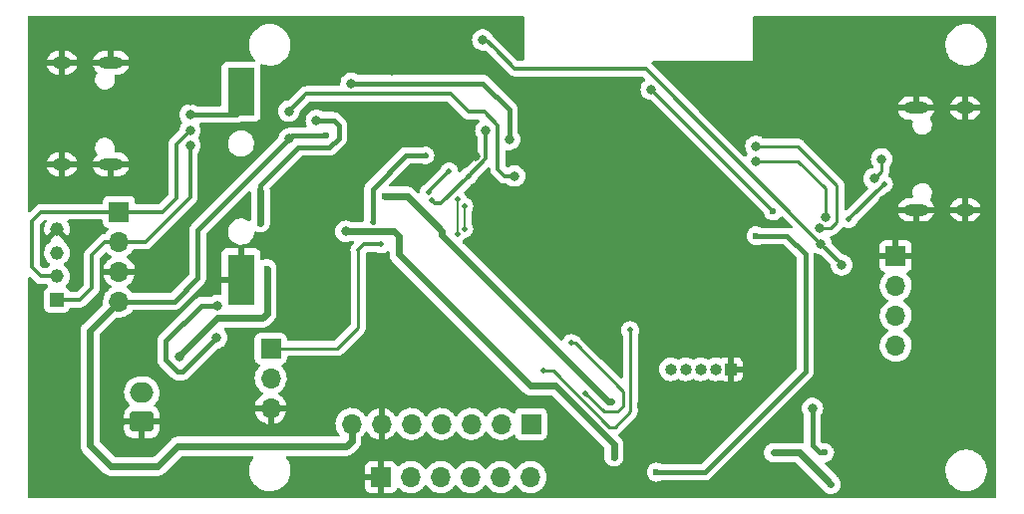
<source format=gbl>
G04 #@! TF.GenerationSoftware,KiCad,Pcbnew,6.0.8-f2edbf62ab~116~ubuntu20.04.1*
G04 #@! TF.CreationDate,2022-10-06T18:38:35+02:00*
G04 #@! TF.ProjectId,IT8951-HAT,49543839-3531-42d4-9841-542e6b696361,v1.2*
G04 #@! TF.SameCoordinates,Original*
G04 #@! TF.FileFunction,Copper,L2,Bot*
G04 #@! TF.FilePolarity,Positive*
%FSLAX46Y46*%
G04 Gerber Fmt 4.6, Leading zero omitted, Abs format (unit mm)*
G04 Created by KiCad (PCBNEW 6.0.8-f2edbf62ab~116~ubuntu20.04.1) date 2022-10-06 18:38:35*
%MOMM*%
%LPD*%
G01*
G04 APERTURE LIST*
G04 Aperture macros list*
%AMRoundRect*
0 Rectangle with rounded corners*
0 $1 Rounding radius*
0 $2 $3 $4 $5 $6 $7 $8 $9 X,Y pos of 4 corners*
0 Add a 4 corners polygon primitive as box body*
4,1,4,$2,$3,$4,$5,$6,$7,$8,$9,$2,$3,0*
0 Add four circle primitives for the rounded corners*
1,1,$1+$1,$2,$3*
1,1,$1+$1,$4,$5*
1,1,$1+$1,$6,$7*
1,1,$1+$1,$8,$9*
0 Add four rect primitives between the rounded corners*
20,1,$1+$1,$2,$3,$4,$5,0*
20,1,$1+$1,$4,$5,$6,$7,0*
20,1,$1+$1,$6,$7,$8,$9,0*
20,1,$1+$1,$8,$9,$2,$3,0*%
G04 Aperture macros list end*
G04 #@! TA.AperFunction,ComponentPad*
%ADD10R,1.700000X1.700000*%
G04 #@! TD*
G04 #@! TA.AperFunction,ComponentPad*
%ADD11O,1.700000X1.700000*%
G04 #@! TD*
G04 #@! TA.AperFunction,ComponentPad*
%ADD12RoundRect,0.250000X0.750000X-0.600000X0.750000X0.600000X-0.750000X0.600000X-0.750000X-0.600000X0*%
G04 #@! TD*
G04 #@! TA.AperFunction,ComponentPad*
%ADD13O,2.000000X1.700000*%
G04 #@! TD*
G04 #@! TA.AperFunction,ComponentPad*
%ADD14R,1.000000X1.000000*%
G04 #@! TD*
G04 #@! TA.AperFunction,ComponentPad*
%ADD15O,1.000000X1.000000*%
G04 #@! TD*
G04 #@! TA.AperFunction,ComponentPad*
%ADD16O,2.100000X1.000000*%
G04 #@! TD*
G04 #@! TA.AperFunction,ComponentPad*
%ADD17O,1.600000X1.000000*%
G04 #@! TD*
G04 #@! TA.AperFunction,ComponentPad*
%ADD18R,1.150000X1.150000*%
G04 #@! TD*
G04 #@! TA.AperFunction,ComponentPad*
%ADD19C,1.150000*%
G04 #@! TD*
G04 #@! TA.AperFunction,SMDPad,CuDef*
%ADD20R,2.300000X4.040000*%
G04 #@! TD*
G04 #@! TA.AperFunction,SMDPad,CuDef*
%ADD21R,2.300000X4.350000*%
G04 #@! TD*
G04 #@! TA.AperFunction,ViaPad*
%ADD22C,0.500000*%
G04 #@! TD*
G04 #@! TA.AperFunction,ViaPad*
%ADD23C,0.800000*%
G04 #@! TD*
G04 #@! TA.AperFunction,ViaPad*
%ADD24C,0.600000*%
G04 #@! TD*
G04 #@! TA.AperFunction,Conductor*
%ADD25C,0.400000*%
G04 #@! TD*
G04 #@! TA.AperFunction,Conductor*
%ADD26C,0.600000*%
G04 #@! TD*
G04 #@! TA.AperFunction,Conductor*
%ADD27C,0.250000*%
G04 #@! TD*
G04 #@! TA.AperFunction,Conductor*
%ADD28C,0.300000*%
G04 #@! TD*
G04 #@! TA.AperFunction,Conductor*
%ADD29C,0.200000*%
G04 #@! TD*
G04 APERTURE END LIST*
D10*
X93025000Y-76200000D03*
D11*
X93025000Y-78740000D03*
X93025000Y-81280000D03*
D10*
X115125000Y-82600000D03*
D11*
X112585000Y-82600000D03*
X110045000Y-82600000D03*
X107505000Y-82600000D03*
X104965000Y-82600000D03*
X102425000Y-82600000D03*
X99885000Y-82600000D03*
D12*
X82082500Y-82425000D03*
D13*
X82082500Y-79925000D03*
D10*
X80150000Y-64575000D03*
D11*
X80150000Y-67115000D03*
X80150000Y-69655000D03*
X80150000Y-72195000D03*
D14*
X132100000Y-77950000D03*
D15*
X130830000Y-77950000D03*
X129560000Y-77950000D03*
X128290000Y-77950000D03*
X127020000Y-77950000D03*
D16*
X79475000Y-51900000D03*
D17*
X75295000Y-60540000D03*
D16*
X79475000Y-60540000D03*
D17*
X75295000Y-51900000D03*
D16*
X147820000Y-55755000D03*
X147820000Y-64395000D03*
D17*
X152000000Y-55755000D03*
X152000000Y-64395000D03*
D10*
X102375000Y-87125000D03*
D11*
X104915000Y-87125000D03*
X107455000Y-87125000D03*
X109995000Y-87125000D03*
X112535000Y-87125000D03*
X115075000Y-87125000D03*
D18*
X74875000Y-72044989D03*
D19*
X74875000Y-70044988D03*
X74875000Y-68044989D03*
X74875000Y-66044988D03*
D10*
X146100000Y-68325000D03*
D11*
X146100000Y-70865000D03*
X146100000Y-73405000D03*
X146100000Y-75945000D03*
D20*
X90500000Y-54360000D03*
D21*
X90500000Y-70325000D03*
D22*
X104475000Y-62050000D03*
D23*
X98350000Y-63750000D03*
X102600000Y-76275000D03*
D24*
X136325000Y-87725000D03*
D23*
X145025000Y-63575000D03*
D24*
X120875000Y-61450000D03*
D23*
X110400000Y-59875000D03*
X145750000Y-54300000D03*
D24*
X123850000Y-64400000D03*
D23*
X103300000Y-52600000D03*
D24*
X99450000Y-55475000D03*
D23*
X141700000Y-56450000D03*
X101950000Y-70450000D03*
D24*
X92650000Y-67675000D03*
D22*
X89450000Y-65000000D03*
D23*
X134650000Y-55200000D03*
X113950000Y-54875000D03*
D24*
X136375000Y-83850000D03*
X89150000Y-61400000D03*
D23*
X96300002Y-62199998D03*
X86175000Y-55100000D03*
D24*
X123850000Y-61425000D03*
X120850000Y-64400000D03*
X124400000Y-81025000D03*
D23*
X141225000Y-81175000D03*
X88525000Y-72525000D03*
X88450000Y-75275000D03*
X96900000Y-56800000D03*
D24*
X92700000Y-69400000D03*
D23*
X85300000Y-76850000D03*
D24*
X92150001Y-62849999D03*
X92150000Y-65500000D03*
D23*
X144900000Y-60075000D03*
X144250000Y-61750000D03*
D22*
X145100000Y-62200000D03*
X142100000Y-65200000D03*
X108900000Y-63525000D03*
X108875000Y-66425000D03*
X109450000Y-66025000D03*
X109450000Y-64100000D03*
X106450000Y-62900000D03*
X108175000Y-61125000D03*
X106150000Y-59775000D03*
D23*
X99400000Y-66225000D03*
D24*
X122175000Y-85400000D03*
D22*
X101675000Y-65425000D03*
D23*
X94600000Y-58350000D03*
D24*
X97700000Y-58075000D03*
D23*
X111287500Y-57662500D03*
D22*
X109800000Y-61550000D03*
X106725000Y-63625000D03*
D23*
X99850000Y-53650000D03*
X113300000Y-58425000D03*
X86175000Y-56300000D03*
X86175000Y-57650000D03*
D22*
X102400000Y-67350000D03*
D23*
X86175000Y-58925000D03*
D22*
X118525000Y-75725000D03*
X119750000Y-79975000D03*
X123550000Y-74625000D03*
X116150000Y-78075000D03*
D24*
X125775000Y-86700000D03*
X134250000Y-66625000D03*
X135675000Y-64500000D03*
D23*
X125337500Y-54162500D03*
D24*
X140050000Y-85050000D03*
D23*
X139025000Y-81275000D03*
X111025000Y-49950000D03*
X141500000Y-69075000D03*
X139750000Y-67275000D03*
X94575000Y-56025000D03*
X113725000Y-61525000D03*
X139650000Y-65975000D03*
X134225000Y-59000000D03*
X134200000Y-60275000D03*
X140125000Y-65000000D03*
D24*
X135875000Y-85025000D03*
X140600000Y-87750000D03*
X102700000Y-63250000D03*
X121975000Y-80650000D03*
D25*
X87125000Y-72525000D02*
X88525000Y-72525000D01*
X85150000Y-78175000D02*
X85550000Y-78175000D01*
X84100000Y-75550000D02*
X87125000Y-72525000D01*
X84100000Y-77125000D02*
X84100000Y-75550000D01*
X85150000Y-78175000D02*
X84100000Y-77125000D01*
X85550000Y-78175000D02*
X88450000Y-75275000D01*
X98800000Y-57225000D02*
X98375000Y-56800000D01*
X97725000Y-59100000D02*
X98000000Y-59100000D01*
X92150001Y-62849999D02*
X92150001Y-62299999D01*
X98800000Y-58300000D02*
X98800000Y-57225000D01*
X98000000Y-59100000D02*
X98800000Y-58300000D01*
D26*
X92325000Y-73600000D02*
X92700000Y-73225000D01*
X85300000Y-76825000D02*
X85300000Y-76850000D01*
X92700000Y-73225000D02*
X92700000Y-69400000D01*
X88525000Y-73600000D02*
X92325000Y-73600000D01*
D25*
X95350000Y-59100000D02*
X97725000Y-59100000D01*
X92150001Y-62299999D02*
X95350000Y-59100000D01*
D26*
X92150000Y-65500000D02*
X92150001Y-62849999D01*
D25*
X98375000Y-56800000D02*
X96900000Y-56800000D01*
D26*
X88525000Y-73600000D02*
X85300000Y-76825000D01*
D27*
X144900000Y-61100000D02*
X144250000Y-61750000D01*
X144900000Y-60075000D02*
X144900000Y-61100000D01*
D28*
X145100000Y-62200000D02*
X142100000Y-65200000D01*
D29*
X108900000Y-63525000D02*
X108900000Y-66400000D01*
X108900000Y-66400000D02*
X108875000Y-66425000D01*
X109450000Y-64100000D02*
X109450000Y-66025000D01*
D28*
X108175000Y-61125000D02*
X106450000Y-62850000D01*
X106450000Y-62850000D02*
X106450000Y-62900000D01*
D26*
X122175000Y-84350000D02*
X122175000Y-85400000D01*
X117200000Y-79375000D02*
X122175000Y-84350000D01*
D25*
X101675000Y-65425000D02*
X101675000Y-62625000D01*
D26*
X115100000Y-79375000D02*
X116850000Y-79375000D01*
X103925000Y-66650000D02*
X103500000Y-66225000D01*
D25*
X104525000Y-59775000D02*
X106150000Y-59775000D01*
D26*
X103925000Y-68200000D02*
X115100000Y-79375000D01*
X116850000Y-79375000D02*
X117200000Y-79375000D01*
D25*
X101675000Y-62625000D02*
X104525000Y-59775000D01*
D26*
X103500000Y-66225000D02*
X99400000Y-66225000D01*
X103925000Y-68200000D02*
X103925000Y-66650000D01*
D28*
X107475000Y-63875000D02*
X109800000Y-61550000D01*
X106975000Y-63875000D02*
X107475000Y-63875000D01*
X106725000Y-63625000D02*
X106975000Y-63875000D01*
D25*
X86825000Y-66125000D02*
X86825000Y-70200000D01*
D26*
X99450000Y-84500000D02*
X99885000Y-84065000D01*
X77675000Y-74670000D02*
X80150000Y-72195000D01*
X99885000Y-84065000D02*
X99885000Y-82600000D01*
X77675000Y-84425000D02*
X79450000Y-86200000D01*
D25*
X84830000Y-72195000D02*
X80150000Y-72195000D01*
D26*
X83425000Y-86200000D02*
X85125000Y-84500000D01*
D25*
X94600000Y-58350000D02*
X94875000Y-58075000D01*
D28*
X111287500Y-60062500D02*
X111287500Y-57662500D01*
D25*
X86825000Y-70200000D02*
X84830000Y-72195000D01*
D28*
X109800000Y-61550000D02*
X111287500Y-60062500D01*
D26*
X77675000Y-84425000D02*
X77675000Y-74670000D01*
D25*
X94600000Y-58350000D02*
X86825000Y-66125000D01*
D26*
X85125000Y-84500000D02*
X99450000Y-84500000D01*
D25*
X94875000Y-58075000D02*
X97700000Y-58075000D01*
D26*
X79450000Y-86200000D02*
X83425000Y-86200000D01*
D25*
X113300000Y-55900000D02*
X113300000Y-58425000D01*
X99850000Y-53650000D02*
X111050000Y-53650000D01*
X111050000Y-53650000D02*
X113300000Y-55900000D01*
X86175000Y-56300000D02*
X90100000Y-56300000D01*
X90100000Y-56300000D02*
X90500000Y-55900000D01*
X90500000Y-55900000D02*
X90500000Y-54360000D01*
D28*
X85000000Y-58825000D02*
X86175000Y-57650000D01*
D27*
X100450000Y-74425000D02*
X100450000Y-67825000D01*
D28*
X100925000Y-67350000D02*
X100450000Y-67825000D01*
X85000000Y-58825000D02*
X85000000Y-63425000D01*
X83850000Y-64575000D02*
X80150000Y-64575000D01*
X72725000Y-65400000D02*
X72725000Y-69300000D01*
X73550000Y-64575000D02*
X72725000Y-65400000D01*
D27*
X98675000Y-76200000D02*
X100450000Y-74425000D01*
X93025000Y-76200000D02*
X98675000Y-76200000D01*
D28*
X85000000Y-63425000D02*
X83850000Y-64575000D01*
X72725000Y-69300000D02*
X73469988Y-70044988D01*
X73469988Y-70044988D02*
X74875000Y-70044988D01*
X102400000Y-67350000D02*
X100925000Y-67350000D01*
X80150000Y-64575000D02*
X73550000Y-64575000D01*
X80150000Y-67115000D02*
X78960000Y-67115000D01*
X78960000Y-67115000D02*
X77825000Y-68250000D01*
X82360000Y-67115000D02*
X80150000Y-67115000D01*
X86175000Y-63300000D02*
X82360000Y-67115000D01*
X86175000Y-58925000D02*
X86175000Y-63300000D01*
X77825000Y-71050000D02*
X76830011Y-72044989D01*
X77825000Y-68250000D02*
X77825000Y-71050000D01*
X76830011Y-72044989D02*
X74875000Y-72044989D01*
D27*
X122950000Y-79825000D02*
X122950000Y-80700000D01*
X122950000Y-80700000D02*
X122950000Y-81100000D01*
X119750000Y-79975000D02*
X121337500Y-81562500D01*
X121337500Y-81562500D02*
X122487500Y-81562500D01*
X122950000Y-81100000D02*
X122487500Y-81562500D01*
X118525000Y-75725000D02*
X118850000Y-75725000D01*
X118850000Y-75725000D02*
X122950000Y-79825000D01*
X123550000Y-81575000D02*
X123550000Y-74625000D01*
X117025000Y-78075000D02*
X121800000Y-82850000D01*
X117025000Y-78075000D02*
X116150000Y-78075000D01*
X122275000Y-82850000D02*
X123550000Y-81575000D01*
X121800000Y-82850000D02*
X122275000Y-82850000D01*
D25*
X138425000Y-68175000D02*
X136875000Y-66625000D01*
X125775000Y-86700000D02*
X129875000Y-86700000D01*
X129875000Y-86700000D02*
X138425000Y-78150000D01*
X136875000Y-66625000D02*
X134975000Y-66625000D01*
X134975000Y-66625000D02*
X134250000Y-66625000D01*
X138425000Y-78150000D02*
X138425000Y-68175000D01*
D27*
X135675000Y-64500000D02*
X125337500Y-54162500D01*
D25*
X139025000Y-83550000D02*
X139025000Y-84400000D01*
X139025000Y-83550000D02*
X139025000Y-81275000D01*
X139675000Y-85050000D02*
X140050000Y-85050000D01*
X139025000Y-84400000D02*
X139675000Y-85050000D01*
D28*
X113750000Y-52400000D02*
X112025000Y-50675000D01*
X139750000Y-67275000D02*
X124875000Y-52400000D01*
X111300000Y-49950000D02*
X111025000Y-49950000D01*
X124875000Y-52400000D02*
X113750000Y-52400000D01*
X139750000Y-67275000D02*
X141500000Y-69025000D01*
X141500000Y-69025000D02*
X141500000Y-69075000D01*
X112025000Y-50675000D02*
X111300000Y-49950000D01*
X112875000Y-61525000D02*
X112325000Y-60975000D01*
X112325000Y-60975000D02*
X112325000Y-57200000D01*
X113725000Y-61525000D02*
X112875000Y-61525000D01*
X109825000Y-56075000D02*
X108300000Y-54550000D01*
X112325000Y-57200000D02*
X111200000Y-56075000D01*
X111200000Y-56075000D02*
X109825000Y-56075000D01*
X108300000Y-54550000D02*
X96050000Y-54550000D01*
X96050000Y-54550000D02*
X94575000Y-56025000D01*
D27*
X141100000Y-62300000D02*
X141100000Y-65450000D01*
X134225000Y-59000000D02*
X137800000Y-59000000D01*
X140575000Y-65975000D02*
X139650000Y-65975000D01*
X137800000Y-59000000D02*
X141100000Y-62300000D01*
X141100000Y-65450000D02*
X140575000Y-65975000D01*
X134200000Y-60275000D02*
X137800000Y-60275000D01*
X140125000Y-62600000D02*
X140125000Y-65000000D01*
X137800000Y-60275000D02*
X140125000Y-62600000D01*
D26*
X135725000Y-85025000D02*
X137925000Y-85025000D01*
X137925000Y-85025000D02*
X140600000Y-87700000D01*
X140600000Y-87700000D02*
X140600000Y-87750000D01*
X107575000Y-66550000D02*
X121350000Y-80325000D01*
X104625000Y-63250000D02*
X102700000Y-63250000D01*
X121675000Y-80650000D02*
X121975000Y-80650000D01*
X121350000Y-80325000D02*
X121675000Y-80650000D01*
X107575000Y-66200000D02*
X107575000Y-66550000D01*
X104625000Y-63250000D02*
X107575000Y-66200000D01*
G04 #@! TA.AperFunction,Conductor*
G36*
X114482121Y-47903502D02*
G01*
X114528614Y-47957158D01*
X114540000Y-48009500D01*
X114540000Y-51615500D01*
X114519998Y-51683621D01*
X114466342Y-51730114D01*
X114414000Y-51741500D01*
X114074949Y-51741500D01*
X114006828Y-51721498D01*
X113985854Y-51704595D01*
X112461333Y-50180073D01*
X111871016Y-49589756D01*
X111850992Y-49563661D01*
X111767341Y-49418774D01*
X111764040Y-49413056D01*
X111636253Y-49271134D01*
X111481752Y-49158882D01*
X111475724Y-49156198D01*
X111475722Y-49156197D01*
X111313319Y-49083891D01*
X111313318Y-49083891D01*
X111307288Y-49081206D01*
X111213888Y-49061353D01*
X111126944Y-49042872D01*
X111126939Y-49042872D01*
X111120487Y-49041500D01*
X110929513Y-49041500D01*
X110923061Y-49042872D01*
X110923056Y-49042872D01*
X110836112Y-49061353D01*
X110742712Y-49081206D01*
X110736682Y-49083891D01*
X110736681Y-49083891D01*
X110574278Y-49156197D01*
X110574276Y-49156198D01*
X110568248Y-49158882D01*
X110413747Y-49271134D01*
X110285960Y-49413056D01*
X110190473Y-49578444D01*
X110131458Y-49760072D01*
X110111496Y-49950000D01*
X110131458Y-50139928D01*
X110190473Y-50321556D01*
X110285960Y-50486944D01*
X110413747Y-50628866D01*
X110512843Y-50700864D01*
X110562590Y-50737007D01*
X110568248Y-50741118D01*
X110574276Y-50743802D01*
X110574278Y-50743803D01*
X110736681Y-50816109D01*
X110742712Y-50818794D01*
X110836112Y-50838647D01*
X110923056Y-50857128D01*
X110923061Y-50857128D01*
X110929513Y-50858500D01*
X111120487Y-50858500D01*
X111126942Y-50857128D01*
X111126951Y-50857127D01*
X111182844Y-50845246D01*
X111253635Y-50850647D01*
X111298137Y-50879397D01*
X111500547Y-51081807D01*
X112364970Y-51946229D01*
X113226341Y-52807600D01*
X113234331Y-52816381D01*
X113234339Y-52816390D01*
X113238584Y-52823080D01*
X113244359Y-52828503D01*
X113290274Y-52871620D01*
X113293116Y-52874375D01*
X113313667Y-52894926D01*
X113316801Y-52897357D01*
X113317163Y-52897638D01*
X113326191Y-52905348D01*
X113359867Y-52936972D01*
X113366818Y-52940793D01*
X113366819Y-52940794D01*
X113378655Y-52947301D01*
X113395184Y-52958158D01*
X113405869Y-52966447D01*
X113405871Y-52966448D01*
X113412131Y-52971304D01*
X113454544Y-52989657D01*
X113465181Y-52994868D01*
X113505663Y-53017124D01*
X113513342Y-53019096D01*
X113513343Y-53019096D01*
X113526434Y-53022457D01*
X113545136Y-53028859D01*
X113564823Y-53037379D01*
X113572652Y-53038619D01*
X113610448Y-53044605D01*
X113622074Y-53047013D01*
X113659135Y-53056529D01*
X113659136Y-53056529D01*
X113666812Y-53058500D01*
X113688258Y-53058500D01*
X113707968Y-53060051D01*
X113729151Y-53063406D01*
X113775135Y-53059059D01*
X113786994Y-53058500D01*
X124550050Y-53058500D01*
X124618171Y-53078502D01*
X124639145Y-53095405D01*
X124796340Y-53252600D01*
X124830366Y-53314912D01*
X124825301Y-53385727D01*
X124781306Y-53443631D01*
X124726247Y-53483634D01*
X124598460Y-53625556D01*
X124502973Y-53790944D01*
X124443958Y-53972572D01*
X124443268Y-53979133D01*
X124443268Y-53979135D01*
X124434122Y-54066159D01*
X124423996Y-54162500D01*
X124443958Y-54352428D01*
X124502973Y-54534056D01*
X124598460Y-54699444D01*
X124602878Y-54704351D01*
X124602879Y-54704352D01*
X124656199Y-54763570D01*
X124726247Y-54841366D01*
X124880748Y-54953618D01*
X124886776Y-54956302D01*
X124886778Y-54956303D01*
X125049181Y-55028609D01*
X125055212Y-55031294D01*
X125148518Y-55051127D01*
X125235556Y-55069628D01*
X125235561Y-55069628D01*
X125242013Y-55071000D01*
X125297906Y-55071000D01*
X125366027Y-55091002D01*
X125387001Y-55107905D01*
X134839750Y-64560654D01*
X134873776Y-64622966D01*
X134876054Y-64637453D01*
X134879163Y-64669160D01*
X134936418Y-64841273D01*
X134940065Y-64847295D01*
X134940066Y-64847297D01*
X135004939Y-64954415D01*
X135030380Y-64996424D01*
X135156382Y-65126902D01*
X135219035Y-65167901D01*
X135270041Y-65201278D01*
X135308159Y-65226222D01*
X135314763Y-65228678D01*
X135314765Y-65228679D01*
X135471558Y-65286990D01*
X135471560Y-65286990D01*
X135478168Y-65289448D01*
X135561995Y-65300633D01*
X135650980Y-65312507D01*
X135650984Y-65312507D01*
X135657961Y-65313438D01*
X135664972Y-65312800D01*
X135664976Y-65312800D01*
X135816789Y-65298983D01*
X135838600Y-65296998D01*
X135845302Y-65294820D01*
X135845304Y-65294820D01*
X136004409Y-65243124D01*
X136004412Y-65243123D01*
X136011108Y-65240947D01*
X136135913Y-65166548D01*
X136160860Y-65151677D01*
X136160862Y-65151676D01*
X136166912Y-65148069D01*
X136298266Y-65022982D01*
X136309174Y-65006565D01*
X136320239Y-64989910D01*
X136374597Y-64944239D01*
X136445016Y-64935207D01*
X136514282Y-64970542D01*
X137324402Y-65780662D01*
X137358428Y-65842974D01*
X137353363Y-65913789D01*
X137310816Y-65970625D01*
X137244296Y-65995436D01*
X137189540Y-65987151D01*
X137166406Y-65978132D01*
X137152718Y-65972795D01*
X137146656Y-65970247D01*
X137088427Y-65943955D01*
X137080960Y-65942571D01*
X137078405Y-65941770D01*
X137062152Y-65937141D01*
X137059572Y-65936478D01*
X137052491Y-65933718D01*
X137044960Y-65932727D01*
X137044958Y-65932726D01*
X137015339Y-65928827D01*
X136989139Y-65925378D01*
X136982641Y-65924348D01*
X136919814Y-65912704D01*
X136912234Y-65913141D01*
X136912233Y-65913141D01*
X136857608Y-65916291D01*
X136850354Y-65916500D01*
X134679158Y-65916500D01*
X134619624Y-65899205D01*
X134618948Y-65900590D01*
X134612609Y-65897498D01*
X134606666Y-65893727D01*
X134592880Y-65888818D01*
X134442425Y-65835243D01*
X134442420Y-65835242D01*
X134435790Y-65832881D01*
X134428802Y-65832048D01*
X134428799Y-65832047D01*
X134305698Y-65817368D01*
X134255680Y-65811404D01*
X134248677Y-65812140D01*
X134248676Y-65812140D01*
X134082288Y-65829628D01*
X134082286Y-65829629D01*
X134075288Y-65830364D01*
X133903579Y-65888818D01*
X133850301Y-65921595D01*
X133755095Y-65980166D01*
X133755092Y-65980168D01*
X133749088Y-65983862D01*
X133744053Y-65988793D01*
X133744050Y-65988795D01*
X133624525Y-66105843D01*
X133619493Y-66110771D01*
X133521235Y-66263238D01*
X133518826Y-66269858D01*
X133518824Y-66269861D01*
X133465266Y-66417010D01*
X133459197Y-66433685D01*
X133436463Y-66613640D01*
X133454163Y-66794160D01*
X133511418Y-66966273D01*
X133515065Y-66972295D01*
X133515066Y-66972297D01*
X133599346Y-67111460D01*
X133605380Y-67121424D01*
X133610269Y-67126487D01*
X133610270Y-67126488D01*
X133667589Y-67185843D01*
X133731382Y-67251902D01*
X133737278Y-67255760D01*
X133848950Y-67328836D01*
X133883159Y-67351222D01*
X133889763Y-67353678D01*
X133889765Y-67353679D01*
X134046558Y-67411990D01*
X134046560Y-67411990D01*
X134053168Y-67414448D01*
X134136995Y-67425633D01*
X134225980Y-67437507D01*
X134225984Y-67437507D01*
X134232961Y-67438438D01*
X134239972Y-67437800D01*
X134239976Y-67437800D01*
X134382459Y-67424832D01*
X134413600Y-67421998D01*
X134420302Y-67419820D01*
X134420304Y-67419820D01*
X134579409Y-67368124D01*
X134579412Y-67368123D01*
X134586108Y-67365947D01*
X134610727Y-67351271D01*
X134675245Y-67333500D01*
X136529340Y-67333500D01*
X136597461Y-67353502D01*
X136618435Y-67370405D01*
X137679595Y-68431565D01*
X137713621Y-68493877D01*
X137716500Y-68520660D01*
X137716500Y-77804340D01*
X137696498Y-77872461D01*
X137679595Y-77893435D01*
X129618435Y-85954595D01*
X129556123Y-85988621D01*
X129529340Y-85991500D01*
X126204158Y-85991500D01*
X126144624Y-85974205D01*
X126143948Y-85975590D01*
X126137609Y-85972498D01*
X126131666Y-85968727D01*
X126125033Y-85966365D01*
X125967425Y-85910243D01*
X125967420Y-85910242D01*
X125960790Y-85907881D01*
X125953802Y-85907048D01*
X125953799Y-85907047D01*
X125830698Y-85892368D01*
X125780680Y-85886404D01*
X125773677Y-85887140D01*
X125773676Y-85887140D01*
X125607288Y-85904628D01*
X125607286Y-85904629D01*
X125600288Y-85905364D01*
X125428579Y-85963818D01*
X125383583Y-85991500D01*
X125280095Y-86055166D01*
X125280092Y-86055168D01*
X125274088Y-86058862D01*
X125269053Y-86063793D01*
X125269050Y-86063795D01*
X125151536Y-86178874D01*
X125144493Y-86185771D01*
X125046235Y-86338238D01*
X125043826Y-86344858D01*
X125043824Y-86344861D01*
X125004945Y-86451680D01*
X124984197Y-86508685D01*
X124961463Y-86688640D01*
X124979163Y-86869160D01*
X125036418Y-87041273D01*
X125040065Y-87047295D01*
X125040066Y-87047297D01*
X125125424Y-87188240D01*
X125130380Y-87196424D01*
X125135269Y-87201487D01*
X125135270Y-87201488D01*
X125167977Y-87235357D01*
X125256382Y-87326902D01*
X125280171Y-87342469D01*
X125395630Y-87418023D01*
X125408159Y-87426222D01*
X125414763Y-87428678D01*
X125414765Y-87428679D01*
X125571558Y-87486990D01*
X125571560Y-87486990D01*
X125578168Y-87489448D01*
X125661995Y-87500633D01*
X125750980Y-87512507D01*
X125750984Y-87512507D01*
X125757961Y-87513438D01*
X125764972Y-87512800D01*
X125764976Y-87512800D01*
X125907459Y-87499832D01*
X125938600Y-87496998D01*
X125945302Y-87494820D01*
X125945304Y-87494820D01*
X126104409Y-87443124D01*
X126104412Y-87443123D01*
X126111108Y-87440947D01*
X126135727Y-87426271D01*
X126200245Y-87408500D01*
X129846088Y-87408500D01*
X129854658Y-87408792D01*
X129904776Y-87412209D01*
X129904780Y-87412209D01*
X129912352Y-87412725D01*
X129919829Y-87411420D01*
X129919830Y-87411420D01*
X129957027Y-87404928D01*
X129975303Y-87401738D01*
X129981821Y-87400777D01*
X130045242Y-87393102D01*
X130052343Y-87390419D01*
X130054952Y-87389778D01*
X130071262Y-87385315D01*
X130073798Y-87384550D01*
X130081284Y-87383243D01*
X130139800Y-87357556D01*
X130145904Y-87355065D01*
X130198548Y-87335173D01*
X130198549Y-87335172D01*
X130205656Y-87332487D01*
X130211919Y-87328183D01*
X130214285Y-87326946D01*
X130229097Y-87318701D01*
X130231351Y-87317368D01*
X130238305Y-87314315D01*
X130289002Y-87275413D01*
X130294332Y-87271541D01*
X130340720Y-87239661D01*
X130340725Y-87239656D01*
X130346981Y-87235357D01*
X130388436Y-87188829D01*
X130393416Y-87183554D01*
X132557650Y-85019320D01*
X134911404Y-85019320D01*
X134912140Y-85026323D01*
X134912140Y-85026324D01*
X134926609Y-85163982D01*
X134930364Y-85199712D01*
X134988818Y-85371421D01*
X135015821Y-85415314D01*
X135072748Y-85507846D01*
X135083862Y-85525912D01*
X135088793Y-85530947D01*
X135088795Y-85530950D01*
X135165158Y-85608929D01*
X135210771Y-85655507D01*
X135363238Y-85753765D01*
X135369858Y-85756174D01*
X135369861Y-85756176D01*
X135527066Y-85813394D01*
X135533685Y-85815803D01*
X135673769Y-85833500D01*
X135812584Y-85833500D01*
X135829248Y-85834607D01*
X135850979Y-85837507D01*
X135850984Y-85837507D01*
X135857961Y-85838438D01*
X135864972Y-85837800D01*
X135864976Y-85837800D01*
X135906516Y-85834019D01*
X135917936Y-85833500D01*
X137537918Y-85833500D01*
X137606039Y-85853502D01*
X137627013Y-85870405D01*
X139869584Y-88112976D01*
X139887344Y-88135303D01*
X139910873Y-88172959D01*
X139911793Y-88174455D01*
X139950476Y-88238327D01*
X139955380Y-88246424D01*
X139959347Y-88250532D01*
X139962374Y-88255376D01*
X139967336Y-88260373D01*
X139967341Y-88260379D01*
X140021692Y-88315110D01*
X140022924Y-88316367D01*
X140076490Y-88371837D01*
X140076494Y-88371840D01*
X140081382Y-88376902D01*
X140086159Y-88380028D01*
X140090185Y-88384082D01*
X140096125Y-88387852D01*
X140096128Y-88387854D01*
X140161272Y-88429196D01*
X140162749Y-88430148D01*
X140194581Y-88450978D01*
X140233159Y-88476222D01*
X140238512Y-88478213D01*
X140243334Y-88481273D01*
X140322743Y-88509549D01*
X140324210Y-88510083D01*
X140403168Y-88539448D01*
X140408831Y-88540204D01*
X140414210Y-88542119D01*
X140421200Y-88542952D01*
X140421202Y-88542953D01*
X140460485Y-88547637D01*
X140497814Y-88552088D01*
X140499477Y-88552299D01*
X140582961Y-88563438D01*
X140588652Y-88562920D01*
X140594320Y-88563596D01*
X140601323Y-88562860D01*
X140601324Y-88562860D01*
X140630338Y-88559811D01*
X140678064Y-88554795D01*
X140679763Y-88554629D01*
X140711648Y-88551727D01*
X140756582Y-88547637D01*
X140756584Y-88547637D01*
X140763600Y-88546998D01*
X140769032Y-88545233D01*
X140774712Y-88544636D01*
X140854425Y-88517500D01*
X140856075Y-88516951D01*
X140929406Y-88493125D01*
X140929409Y-88493124D01*
X140936108Y-88490947D01*
X140941013Y-88488023D01*
X140946421Y-88486182D01*
X141018123Y-88442070D01*
X141019629Y-88441158D01*
X141085858Y-88401678D01*
X141085859Y-88401677D01*
X141091912Y-88398069D01*
X141096048Y-88394130D01*
X141100912Y-88391138D01*
X141139401Y-88353447D01*
X141161032Y-88332265D01*
X141162296Y-88331044D01*
X141218165Y-88277840D01*
X141218166Y-88277838D01*
X141223266Y-88272982D01*
X141226427Y-88268225D01*
X141230507Y-88264229D01*
X141234321Y-88258311D01*
X141234325Y-88258306D01*
X141276124Y-88193447D01*
X141277087Y-88191975D01*
X141319743Y-88127773D01*
X141319745Y-88127768D01*
X141323643Y-88121902D01*
X141325671Y-88116562D01*
X141328765Y-88111762D01*
X141357526Y-88032740D01*
X141358136Y-88031100D01*
X141385552Y-87958929D01*
X141385554Y-87958923D01*
X141388055Y-87952338D01*
X141388850Y-87946680D01*
X141390803Y-87941315D01*
X141401349Y-87857839D01*
X141401580Y-87856104D01*
X141412747Y-87776642D01*
X141413299Y-87772717D01*
X141413616Y-87750000D01*
X141409398Y-87712397D01*
X141408620Y-87697031D01*
X141409376Y-87624826D01*
X141409450Y-87617779D01*
X141400290Y-87575414D01*
X141398230Y-87562835D01*
X141394182Y-87526741D01*
X141394181Y-87526738D01*
X141393397Y-87519745D01*
X141382366Y-87488068D01*
X141378204Y-87473258D01*
X141372609Y-87447378D01*
X141372608Y-87447374D01*
X141371119Y-87440489D01*
X141368142Y-87434105D01*
X141368140Y-87434099D01*
X141352796Y-87401193D01*
X141348000Y-87389383D01*
X141336917Y-87357558D01*
X141333745Y-87348448D01*
X141330013Y-87342476D01*
X141330010Y-87342469D01*
X141315973Y-87320005D01*
X141308634Y-87306488D01*
X141297439Y-87282481D01*
X141297437Y-87282477D01*
X141294462Y-87276098D01*
X141267892Y-87241844D01*
X141260598Y-87231388D01*
X141237626Y-87194624D01*
X141231287Y-87188240D01*
X141209017Y-87165815D01*
X141208434Y-87165192D01*
X141207921Y-87164530D01*
X141182073Y-87138682D01*
X141168486Y-87125000D01*
X141112304Y-87068424D01*
X141112300Y-87068420D01*
X141109815Y-87065918D01*
X141108777Y-87065259D01*
X141107544Y-87064153D01*
X140701046Y-86657655D01*
X150314858Y-86657655D01*
X150350104Y-86916638D01*
X150351412Y-86921124D01*
X150351412Y-86921126D01*
X150364906Y-86967421D01*
X150423243Y-87167567D01*
X150532668Y-87404928D01*
X150544100Y-87422364D01*
X150673410Y-87619596D01*
X150673414Y-87619601D01*
X150675976Y-87623509D01*
X150850018Y-87818506D01*
X151050970Y-87985637D01*
X151054973Y-87988066D01*
X151270422Y-88118804D01*
X151270426Y-88118806D01*
X151274419Y-88121229D01*
X151515455Y-88222303D01*
X151768783Y-88286641D01*
X151773434Y-88287109D01*
X151773438Y-88287110D01*
X151966308Y-88306531D01*
X151985867Y-88308500D01*
X152141354Y-88308500D01*
X152143679Y-88308327D01*
X152143685Y-88308327D01*
X152331000Y-88294407D01*
X152331004Y-88294406D01*
X152335652Y-88294061D01*
X152340200Y-88293032D01*
X152340206Y-88293031D01*
X152546176Y-88246424D01*
X152590577Y-88236377D01*
X152626769Y-88222303D01*
X152829824Y-88143340D01*
X152829827Y-88143339D01*
X152834177Y-88141647D01*
X152858452Y-88127773D01*
X152999446Y-88047188D01*
X153061098Y-88011951D01*
X153266357Y-87850138D01*
X153445443Y-87659763D01*
X153551116Y-87507437D01*
X153591759Y-87448851D01*
X153591761Y-87448848D01*
X153594424Y-87445009D01*
X153596653Y-87440489D01*
X153707960Y-87214781D01*
X153707961Y-87214778D01*
X153710025Y-87210593D01*
X153716489Y-87190401D01*
X153788280Y-86966123D01*
X153789707Y-86961665D01*
X153831721Y-86703693D01*
X153835142Y-86442345D01*
X153799896Y-86183362D01*
X153796774Y-86172649D01*
X153759126Y-86043487D01*
X153726757Y-85932433D01*
X153720474Y-85918803D01*
X153683425Y-85838438D01*
X153617332Y-85695072D01*
X153557678Y-85604085D01*
X153476590Y-85480404D01*
X153476586Y-85480399D01*
X153474024Y-85476491D01*
X153315554Y-85298941D01*
X153303097Y-85284984D01*
X153299982Y-85281494D01*
X153099030Y-85114363D01*
X153036863Y-85076639D01*
X152879578Y-84981196D01*
X152879574Y-84981194D01*
X152875581Y-84978771D01*
X152634545Y-84877697D01*
X152381217Y-84813359D01*
X152376566Y-84812891D01*
X152376562Y-84812890D01*
X152167271Y-84791816D01*
X152164133Y-84791500D01*
X152008646Y-84791500D01*
X152006321Y-84791673D01*
X152006315Y-84791673D01*
X151819000Y-84805593D01*
X151818996Y-84805594D01*
X151814348Y-84805939D01*
X151809800Y-84806968D01*
X151809794Y-84806969D01*
X151636417Y-84846201D01*
X151559423Y-84863623D01*
X151555071Y-84865315D01*
X151555069Y-84865316D01*
X151320176Y-84956660D01*
X151320173Y-84956661D01*
X151315823Y-84958353D01*
X151311769Y-84960670D01*
X151311767Y-84960671D01*
X151283264Y-84976962D01*
X151088902Y-85088049D01*
X150883643Y-85249862D01*
X150704557Y-85440237D01*
X150609097Y-85577841D01*
X150587531Y-85608929D01*
X150555576Y-85654991D01*
X150553510Y-85659181D01*
X150553508Y-85659184D01*
X150449346Y-85870405D01*
X150439975Y-85889407D01*
X150438553Y-85893850D01*
X150438552Y-85893852D01*
X150397740Y-86021351D01*
X150360293Y-86138335D01*
X150318279Y-86396307D01*
X150314858Y-86657655D01*
X140701046Y-86657655D01*
X140107548Y-86064157D01*
X140073522Y-86001845D01*
X140078587Y-85931030D01*
X140121134Y-85874194D01*
X140185221Y-85849581D01*
X140206579Y-85847637D01*
X140213600Y-85846998D01*
X140220302Y-85844820D01*
X140220304Y-85844820D01*
X140379409Y-85793124D01*
X140379412Y-85793123D01*
X140386108Y-85790947D01*
X140541912Y-85698069D01*
X140673266Y-85572982D01*
X140773643Y-85421902D01*
X140828115Y-85278506D01*
X140835555Y-85258920D01*
X140835556Y-85258918D01*
X140838055Y-85252338D01*
X140857446Y-85114363D01*
X140862748Y-85076639D01*
X140862748Y-85076636D01*
X140863299Y-85072717D01*
X140863616Y-85050000D01*
X140843397Y-84869745D01*
X140840906Y-84862592D01*
X140786064Y-84705106D01*
X140786062Y-84705103D01*
X140783745Y-84698448D01*
X140749244Y-84643234D01*
X140691359Y-84550598D01*
X140687626Y-84544624D01*
X140675528Y-84532441D01*
X140564778Y-84420915D01*
X140564774Y-84420912D01*
X140559815Y-84415918D01*
X140406666Y-84318727D01*
X140377463Y-84308328D01*
X140242425Y-84260243D01*
X140242420Y-84260242D01*
X140235790Y-84257881D01*
X140228802Y-84257048D01*
X140228799Y-84257047D01*
X140100311Y-84241726D01*
X140055680Y-84236404D01*
X140048677Y-84237140D01*
X140048676Y-84237140D01*
X139962000Y-84246250D01*
X139942480Y-84248302D01*
X139941433Y-84248412D01*
X139871594Y-84235640D01*
X139839167Y-84212197D01*
X139770405Y-84143435D01*
X139736379Y-84081123D01*
X139733500Y-84054340D01*
X139733500Y-81893744D01*
X139753502Y-81825623D01*
X139757564Y-81819683D01*
X139759621Y-81816852D01*
X139764040Y-81811944D01*
X139782002Y-81780833D01*
X139856223Y-81652279D01*
X139856224Y-81652278D01*
X139859527Y-81646556D01*
X139918542Y-81464928D01*
X139927326Y-81381358D01*
X139937814Y-81281565D01*
X139938504Y-81275000D01*
X139922464Y-81122384D01*
X139919232Y-81091635D01*
X139919232Y-81091633D01*
X139918542Y-81085072D01*
X139859527Y-80903444D01*
X139764040Y-80738056D01*
X139636253Y-80596134D01*
X139481752Y-80483882D01*
X139475724Y-80481198D01*
X139475722Y-80481197D01*
X139313319Y-80408891D01*
X139313318Y-80408891D01*
X139307288Y-80406206D01*
X139213887Y-80386353D01*
X139126944Y-80367872D01*
X139126939Y-80367872D01*
X139120487Y-80366500D01*
X138929513Y-80366500D01*
X138923061Y-80367872D01*
X138923056Y-80367872D01*
X138836113Y-80386353D01*
X138742712Y-80406206D01*
X138736682Y-80408891D01*
X138736681Y-80408891D01*
X138574278Y-80481197D01*
X138574276Y-80481198D01*
X138568248Y-80483882D01*
X138413747Y-80596134D01*
X138285960Y-80738056D01*
X138190473Y-80903444D01*
X138131458Y-81085072D01*
X138130768Y-81091633D01*
X138130768Y-81091635D01*
X138127536Y-81122384D01*
X138111496Y-81275000D01*
X138112186Y-81281565D01*
X138122675Y-81381358D01*
X138131458Y-81464928D01*
X138190473Y-81646556D01*
X138193776Y-81652278D01*
X138193777Y-81652279D01*
X138267998Y-81780833D01*
X138285960Y-81811944D01*
X138290379Y-81816852D01*
X138292436Y-81819683D01*
X138316295Y-81886551D01*
X138316500Y-81893744D01*
X138316500Y-84127112D01*
X138296498Y-84195233D01*
X138242842Y-84241726D01*
X138172568Y-84251830D01*
X138147405Y-84245513D01*
X138116315Y-84234197D01*
X138109325Y-84233314D01*
X138109317Y-84233312D01*
X138073299Y-84228762D01*
X138060747Y-84226526D01*
X138025386Y-84218362D01*
X138025383Y-84218362D01*
X138018515Y-84216776D01*
X138011469Y-84216751D01*
X138011466Y-84216751D01*
X137977944Y-84216634D01*
X137977062Y-84216605D01*
X137976231Y-84216500D01*
X137939581Y-84216500D01*
X137939141Y-84216499D01*
X137840657Y-84216155D01*
X137840652Y-84216155D01*
X137837130Y-84216143D01*
X137835930Y-84216411D01*
X137834293Y-84216500D01*
X135930905Y-84216500D01*
X135915986Y-84215614D01*
X135896647Y-84213308D01*
X135880680Y-84211404D01*
X135873677Y-84212140D01*
X135873676Y-84212140D01*
X135838760Y-84215810D01*
X135825589Y-84216500D01*
X135679390Y-84216500D01*
X135544745Y-84231603D01*
X135538092Y-84233920D01*
X135538091Y-84233920D01*
X135380106Y-84288936D01*
X135380103Y-84288938D01*
X135373448Y-84291255D01*
X135367469Y-84294991D01*
X135231379Y-84380029D01*
X135219624Y-84387374D01*
X135214628Y-84392335D01*
X135214627Y-84392336D01*
X135095915Y-84510222D01*
X135095912Y-84510226D01*
X135090918Y-84515185D01*
X135087144Y-84521131D01*
X135087143Y-84521133D01*
X135069087Y-84549585D01*
X134993727Y-84668334D01*
X134991362Y-84674976D01*
X134935243Y-84832575D01*
X134935242Y-84832580D01*
X134932881Y-84839210D01*
X134932048Y-84846198D01*
X134932047Y-84846201D01*
X134926394Y-84893612D01*
X134911404Y-85019320D01*
X132557650Y-85019320D01*
X138905520Y-78671450D01*
X138911785Y-78665596D01*
X138918742Y-78659527D01*
X138955385Y-78627561D01*
X138992129Y-78575280D01*
X138996061Y-78569986D01*
X139030791Y-78525693D01*
X139035476Y-78519718D01*
X139038599Y-78512802D01*
X139039983Y-78510516D01*
X139048357Y-78495835D01*
X139049622Y-78493475D01*
X139053990Y-78487261D01*
X139077203Y-78427723D01*
X139079759Y-78421642D01*
X139091714Y-78395167D01*
X139106045Y-78363427D01*
X139107429Y-78355960D01*
X139108230Y-78353405D01*
X139112859Y-78337152D01*
X139113522Y-78334572D01*
X139116282Y-78327491D01*
X139124622Y-78264139D01*
X139125653Y-78257632D01*
X139135912Y-78202280D01*
X139137296Y-78194814D01*
X139133709Y-78132608D01*
X139133500Y-78125354D01*
X139133500Y-75911695D01*
X144737251Y-75911695D01*
X144737548Y-75916848D01*
X144737548Y-75916851D01*
X144745931Y-76062237D01*
X144750110Y-76134715D01*
X144751247Y-76139761D01*
X144751248Y-76139767D01*
X144752156Y-76143794D01*
X144799222Y-76352639D01*
X144883266Y-76559616D01*
X144885965Y-76564020D01*
X144963301Y-76690221D01*
X144999987Y-76750088D01*
X145146250Y-76918938D01*
X145318126Y-77061632D01*
X145511000Y-77174338D01*
X145719692Y-77254030D01*
X145724760Y-77255061D01*
X145724763Y-77255062D01*
X145832017Y-77276883D01*
X145938597Y-77298567D01*
X145943772Y-77298757D01*
X145943774Y-77298757D01*
X146156673Y-77306564D01*
X146156677Y-77306564D01*
X146161837Y-77306753D01*
X146166957Y-77306097D01*
X146166959Y-77306097D01*
X146378288Y-77279025D01*
X146378289Y-77279025D01*
X146383416Y-77278368D01*
X146388366Y-77276883D01*
X146592429Y-77215661D01*
X146592434Y-77215659D01*
X146597384Y-77214174D01*
X146797994Y-77115896D01*
X146979860Y-76986173D01*
X147006627Y-76959500D01*
X147074986Y-76891379D01*
X147138096Y-76828489D01*
X147145293Y-76818474D01*
X147265435Y-76651277D01*
X147268453Y-76647077D01*
X147276204Y-76631395D01*
X147365136Y-76451453D01*
X147365137Y-76451451D01*
X147367430Y-76446811D01*
X147432370Y-76233069D01*
X147461529Y-76011590D01*
X147462845Y-75957749D01*
X147463074Y-75948365D01*
X147463074Y-75948361D01*
X147463156Y-75945000D01*
X147444852Y-75722361D01*
X147390431Y-75505702D01*
X147301354Y-75300840D01*
X147228226Y-75187801D01*
X147182822Y-75117617D01*
X147182820Y-75117614D01*
X147180014Y-75113277D01*
X147029670Y-74948051D01*
X147025619Y-74944852D01*
X147025615Y-74944848D01*
X146858414Y-74812800D01*
X146858410Y-74812798D01*
X146854359Y-74809598D01*
X146813053Y-74786796D01*
X146763084Y-74736364D01*
X146748312Y-74666921D01*
X146773428Y-74600516D01*
X146800780Y-74573909D01*
X146865106Y-74528026D01*
X146979860Y-74446173D01*
X146987162Y-74438897D01*
X147090358Y-74336060D01*
X147138096Y-74288489D01*
X147144157Y-74280055D01*
X147265435Y-74111277D01*
X147268453Y-74107077D01*
X147275562Y-74092694D01*
X147365136Y-73911453D01*
X147365137Y-73911451D01*
X147367430Y-73906811D01*
X147416848Y-73744157D01*
X147430865Y-73698023D01*
X147430865Y-73698021D01*
X147432370Y-73693069D01*
X147461529Y-73471590D01*
X147463156Y-73405000D01*
X147444852Y-73182361D01*
X147390431Y-72965702D01*
X147301354Y-72760840D01*
X147196961Y-72599473D01*
X147182822Y-72577617D01*
X147182820Y-72577614D01*
X147180014Y-72573277D01*
X147029670Y-72408051D01*
X147025619Y-72404852D01*
X147025615Y-72404848D01*
X146858414Y-72272800D01*
X146858410Y-72272798D01*
X146854359Y-72269598D01*
X146813053Y-72246796D01*
X146763084Y-72196364D01*
X146748312Y-72126921D01*
X146773428Y-72060516D01*
X146800780Y-72033909D01*
X146862839Y-71989643D01*
X146979860Y-71906173D01*
X146988008Y-71898054D01*
X147134435Y-71752137D01*
X147138096Y-71748489D01*
X147145804Y-71737763D01*
X147265435Y-71571277D01*
X147268453Y-71567077D01*
X147290890Y-71521680D01*
X147365136Y-71371453D01*
X147365137Y-71371451D01*
X147367430Y-71366811D01*
X147432370Y-71153069D01*
X147461529Y-70931590D01*
X147462861Y-70877069D01*
X147463074Y-70868365D01*
X147463074Y-70868361D01*
X147463156Y-70865000D01*
X147444852Y-70642361D01*
X147390431Y-70425702D01*
X147301354Y-70220840D01*
X147202558Y-70068124D01*
X147182822Y-70037617D01*
X147182820Y-70037614D01*
X147180014Y-70033277D01*
X147176540Y-70029459D01*
X147176533Y-70029450D01*
X147032435Y-69871088D01*
X147001383Y-69807242D01*
X147009779Y-69736744D01*
X147054956Y-69681976D01*
X147081400Y-69668307D01*
X147188052Y-69628325D01*
X147203649Y-69619786D01*
X147305724Y-69543285D01*
X147318285Y-69530724D01*
X147394786Y-69428649D01*
X147403324Y-69413054D01*
X147448478Y-69292606D01*
X147452105Y-69277351D01*
X147457631Y-69226486D01*
X147458000Y-69219672D01*
X147458000Y-68597115D01*
X147453525Y-68581876D01*
X147452135Y-68580671D01*
X147444452Y-68579000D01*
X144760116Y-68579000D01*
X144744877Y-68583475D01*
X144743672Y-68584865D01*
X144742001Y-68592548D01*
X144742001Y-69219669D01*
X144742371Y-69226490D01*
X144747895Y-69277352D01*
X144751521Y-69292604D01*
X144796676Y-69413054D01*
X144805214Y-69428649D01*
X144881715Y-69530724D01*
X144894276Y-69543285D01*
X144996351Y-69619786D01*
X145011946Y-69628324D01*
X145120827Y-69669142D01*
X145177591Y-69711784D01*
X145202291Y-69778345D01*
X145187083Y-69847694D01*
X145167691Y-69874175D01*
X145064529Y-69982128D01*
X145040629Y-70007138D01*
X145037715Y-70011410D01*
X145037714Y-70011411D01*
X144974325Y-70104336D01*
X144914743Y-70191680D01*
X144876627Y-70273794D01*
X144828493Y-70377491D01*
X144820688Y-70394305D01*
X144760989Y-70609570D01*
X144737251Y-70831695D01*
X144737548Y-70836848D01*
X144737548Y-70836851D01*
X144746847Y-70998116D01*
X144750110Y-71054715D01*
X144751247Y-71059761D01*
X144751248Y-71059767D01*
X144763450Y-71113908D01*
X144799222Y-71272639D01*
X144883266Y-71479616D01*
X144999987Y-71670088D01*
X145146250Y-71838938D01*
X145318126Y-71981632D01*
X145341540Y-71995314D01*
X145391445Y-72024476D01*
X145440169Y-72076114D01*
X145453240Y-72145897D01*
X145426509Y-72211669D01*
X145386055Y-72245027D01*
X145373607Y-72251507D01*
X145369474Y-72254610D01*
X145369471Y-72254612D01*
X145199100Y-72382530D01*
X145194965Y-72385635D01*
X145191393Y-72389373D01*
X145058125Y-72528830D01*
X145040629Y-72547138D01*
X145037715Y-72551410D01*
X145037714Y-72551411D01*
X144986407Y-72626624D01*
X144914743Y-72731680D01*
X144899003Y-72765590D01*
X144833632Y-72906420D01*
X144820688Y-72934305D01*
X144760989Y-73149570D01*
X144737251Y-73371695D01*
X144737548Y-73376848D01*
X144737548Y-73376851D01*
X144746322Y-73529025D01*
X144750110Y-73594715D01*
X144751247Y-73599761D01*
X144751248Y-73599767D01*
X144765737Y-73664058D01*
X144799222Y-73812639D01*
X144883266Y-74019616D01*
X144927479Y-74091766D01*
X144966702Y-74155771D01*
X144999987Y-74210088D01*
X145146250Y-74378938D01*
X145318126Y-74521632D01*
X145363003Y-74547856D01*
X145391445Y-74564476D01*
X145440169Y-74616114D01*
X145453240Y-74685897D01*
X145426509Y-74751669D01*
X145386055Y-74785027D01*
X145373607Y-74791507D01*
X145369474Y-74794610D01*
X145369471Y-74794612D01*
X145201587Y-74920663D01*
X145194965Y-74925635D01*
X145040629Y-75087138D01*
X145037715Y-75091410D01*
X145037714Y-75091411D01*
X145015816Y-75123512D01*
X144914743Y-75271680D01*
X144890472Y-75323968D01*
X144825041Y-75464928D01*
X144820688Y-75474305D01*
X144760989Y-75689570D01*
X144737251Y-75911695D01*
X139133500Y-75911695D01*
X139133500Y-68203912D01*
X139133790Y-68195367D01*
X139134777Y-68180886D01*
X139159363Y-68114287D01*
X139216055Y-68071549D01*
X139286854Y-68066246D01*
X139311733Y-68074349D01*
X139461677Y-68141108D01*
X139461685Y-68141111D01*
X139467712Y-68143794D01*
X139540055Y-68159171D01*
X139648056Y-68182128D01*
X139648061Y-68182128D01*
X139654513Y-68183500D01*
X139675050Y-68183500D01*
X139743171Y-68203502D01*
X139764145Y-68220405D01*
X140551158Y-69007418D01*
X140585184Y-69069730D01*
X140587373Y-69083343D01*
X140602418Y-69226486D01*
X140606458Y-69264928D01*
X140665473Y-69446556D01*
X140760960Y-69611944D01*
X140765378Y-69616851D01*
X140765379Y-69616852D01*
X140795093Y-69649853D01*
X140888747Y-69753866D01*
X140987843Y-69825864D01*
X141017890Y-69847694D01*
X141043248Y-69866118D01*
X141049276Y-69868802D01*
X141049278Y-69868803D01*
X141204332Y-69937837D01*
X141217712Y-69943794D01*
X141311113Y-69963647D01*
X141398056Y-69982128D01*
X141398061Y-69982128D01*
X141404513Y-69983500D01*
X141595487Y-69983500D01*
X141601939Y-69982128D01*
X141601944Y-69982128D01*
X141688887Y-69963647D01*
X141782288Y-69943794D01*
X141795668Y-69937837D01*
X141950722Y-69868803D01*
X141950724Y-69868802D01*
X141956752Y-69866118D01*
X141982111Y-69847694D01*
X142012157Y-69825864D01*
X142111253Y-69753866D01*
X142204907Y-69649853D01*
X142234621Y-69616852D01*
X142234622Y-69616851D01*
X142239040Y-69611944D01*
X142334527Y-69446556D01*
X142393542Y-69264928D01*
X142397583Y-69226486D01*
X142412814Y-69081565D01*
X142413504Y-69075000D01*
X142405814Y-69001833D01*
X142394232Y-68891635D01*
X142394232Y-68891633D01*
X142393542Y-68885072D01*
X142334527Y-68703444D01*
X142323686Y-68684666D01*
X142279867Y-68608770D01*
X142239040Y-68538056D01*
X142225684Y-68523222D01*
X142115675Y-68401045D01*
X142115674Y-68401044D01*
X142111253Y-68396134D01*
X141993855Y-68310839D01*
X141962094Y-68287763D01*
X141962093Y-68287762D01*
X141956752Y-68283882D01*
X141950724Y-68281198D01*
X141950722Y-68281197D01*
X141788319Y-68208891D01*
X141788318Y-68208891D01*
X141782288Y-68206206D01*
X141603130Y-68168125D01*
X141540233Y-68133973D01*
X141459145Y-68052885D01*
X144742000Y-68052885D01*
X144746475Y-68068124D01*
X144747865Y-68069329D01*
X144755548Y-68071000D01*
X145827885Y-68071000D01*
X145843124Y-68066525D01*
X145844329Y-68065135D01*
X145846000Y-68057452D01*
X145846000Y-68052885D01*
X146354000Y-68052885D01*
X146358475Y-68068124D01*
X146359865Y-68069329D01*
X146367548Y-68071000D01*
X147439884Y-68071000D01*
X147455123Y-68066525D01*
X147456328Y-68065135D01*
X147457999Y-68057452D01*
X147457999Y-67430331D01*
X147457629Y-67423510D01*
X147452105Y-67372648D01*
X147448479Y-67357396D01*
X147403324Y-67236946D01*
X147394786Y-67221351D01*
X147318285Y-67119276D01*
X147305724Y-67106715D01*
X147203649Y-67030214D01*
X147188054Y-67021676D01*
X147067606Y-66976522D01*
X147052351Y-66972895D01*
X147001486Y-66967369D01*
X146994672Y-66967000D01*
X146372115Y-66967000D01*
X146356876Y-66971475D01*
X146355671Y-66972865D01*
X146354000Y-66980548D01*
X146354000Y-68052885D01*
X145846000Y-68052885D01*
X145846000Y-66985116D01*
X145841525Y-66969877D01*
X145840135Y-66968672D01*
X145832452Y-66967001D01*
X145205331Y-66967001D01*
X145198510Y-66967371D01*
X145147648Y-66972895D01*
X145132396Y-66976521D01*
X145011946Y-67021676D01*
X144996351Y-67030214D01*
X144894276Y-67106715D01*
X144881715Y-67119276D01*
X144805214Y-67221351D01*
X144796676Y-67236946D01*
X144751522Y-67357394D01*
X144747895Y-67372649D01*
X144742369Y-67423514D01*
X144742000Y-67430328D01*
X144742000Y-68052885D01*
X141459145Y-68052885D01*
X140692970Y-67286710D01*
X140658944Y-67224398D01*
X140656755Y-67210786D01*
X140654134Y-67185843D01*
X140643542Y-67085072D01*
X140635517Y-67060372D01*
X140586569Y-66909729D01*
X140584527Y-66903444D01*
X140579597Y-66894904D01*
X140533514Y-66815087D01*
X140522701Y-66796358D01*
X140505963Y-66727364D01*
X140529183Y-66660272D01*
X140584990Y-66616385D01*
X140616002Y-66608356D01*
X140618839Y-66607997D01*
X140630693Y-66607062D01*
X140662951Y-66606048D01*
X140666970Y-66605922D01*
X140674889Y-66605673D01*
X140694343Y-66600021D01*
X140713700Y-66596013D01*
X140725930Y-66594468D01*
X140725931Y-66594468D01*
X140733797Y-66593474D01*
X140741168Y-66590555D01*
X140741170Y-66590555D01*
X140774912Y-66577196D01*
X140786142Y-66573351D01*
X140820983Y-66563229D01*
X140820984Y-66563229D01*
X140828593Y-66561018D01*
X140835412Y-66556985D01*
X140835417Y-66556983D01*
X140846028Y-66550707D01*
X140863776Y-66542012D01*
X140882617Y-66534552D01*
X140895118Y-66525470D01*
X140918387Y-66508564D01*
X140928307Y-66502048D01*
X140959535Y-66483580D01*
X140959538Y-66483578D01*
X140966362Y-66479542D01*
X140980683Y-66465221D01*
X140995717Y-66452380D01*
X141005693Y-66445132D01*
X141012107Y-66440472D01*
X141040288Y-66406407D01*
X141048278Y-66397626D01*
X141492258Y-65953647D01*
X141500537Y-65946113D01*
X141507018Y-65942000D01*
X141553644Y-65892348D01*
X141556398Y-65889507D01*
X141567837Y-65878068D01*
X141630149Y-65844042D01*
X141700964Y-65849107D01*
X141725923Y-65861729D01*
X141755846Y-65881310D01*
X141762450Y-65883766D01*
X141762452Y-65883767D01*
X141835594Y-65910968D01*
X141915341Y-65940626D01*
X142084015Y-65963132D01*
X142091026Y-65962494D01*
X142091030Y-65962494D01*
X142246462Y-65948348D01*
X142253483Y-65947709D01*
X142260185Y-65945531D01*
X142260187Y-65945531D01*
X142408623Y-65897301D01*
X142408626Y-65897300D01*
X142415322Y-65895124D01*
X142561490Y-65807990D01*
X142566584Y-65803139D01*
X142566588Y-65803136D01*
X142648691Y-65724950D01*
X142684721Y-65690639D01*
X142692527Y-65678891D01*
X142764200Y-65571014D01*
X142778891Y-65548902D01*
X142824528Y-65428762D01*
X142828432Y-65418486D01*
X142857125Y-65374135D01*
X143570492Y-64660768D01*
X146297425Y-64660768D01*
X146329138Y-64768521D01*
X146333731Y-64779889D01*
X146419607Y-64944154D01*
X146426321Y-64954415D01*
X146542468Y-65098873D01*
X146551046Y-65107632D01*
X146693039Y-65226778D01*
X146703159Y-65233708D01*
X146865585Y-65323002D01*
X146876858Y-65327834D01*
X147053538Y-65383880D01*
X147065532Y-65386430D01*
X147209761Y-65402607D01*
X147216785Y-65403000D01*
X147547885Y-65403000D01*
X147563124Y-65398525D01*
X147564329Y-65397135D01*
X147566000Y-65389452D01*
X147566000Y-65384885D01*
X148074000Y-65384885D01*
X148078475Y-65400124D01*
X148079865Y-65401329D01*
X148087548Y-65403000D01*
X148416657Y-65403000D01*
X148422805Y-65402699D01*
X148560603Y-65389188D01*
X148572638Y-65386805D01*
X148750076Y-65333233D01*
X148761416Y-65328559D01*
X148925077Y-65241540D01*
X148935294Y-65234751D01*
X149078933Y-65117603D01*
X149087637Y-65108959D01*
X149205784Y-64966144D01*
X149212644Y-64955973D01*
X149300804Y-64792924D01*
X149305556Y-64781619D01*
X149341250Y-64666308D01*
X149341331Y-64660768D01*
X150727425Y-64660768D01*
X150759138Y-64768521D01*
X150763731Y-64779889D01*
X150849607Y-64944154D01*
X150856321Y-64954415D01*
X150972468Y-65098873D01*
X150981046Y-65107632D01*
X151123039Y-65226778D01*
X151133159Y-65233708D01*
X151295585Y-65323002D01*
X151306858Y-65327834D01*
X151483538Y-65383880D01*
X151495532Y-65386430D01*
X151639761Y-65402607D01*
X151646785Y-65403000D01*
X151727885Y-65403000D01*
X151743124Y-65398525D01*
X151744329Y-65397135D01*
X151746000Y-65389452D01*
X151746000Y-65384885D01*
X152254000Y-65384885D01*
X152258475Y-65400124D01*
X152259865Y-65401329D01*
X152267548Y-65403000D01*
X152346657Y-65403000D01*
X152352805Y-65402699D01*
X152490603Y-65389188D01*
X152502638Y-65386805D01*
X152680076Y-65333233D01*
X152691416Y-65328559D01*
X152855077Y-65241540D01*
X152865294Y-65234751D01*
X153008933Y-65117603D01*
X153017637Y-65108959D01*
X153135784Y-64966144D01*
X153142644Y-64955973D01*
X153230804Y-64792924D01*
X153235556Y-64781619D01*
X153271250Y-64666308D01*
X153271456Y-64652205D01*
X153264701Y-64649000D01*
X152272115Y-64649000D01*
X152256876Y-64653475D01*
X152255671Y-64654865D01*
X152254000Y-64662548D01*
X152254000Y-65384885D01*
X151746000Y-65384885D01*
X151746000Y-64667115D01*
X151741525Y-64651876D01*
X151740135Y-64650671D01*
X151732452Y-64649000D01*
X150742076Y-64649000D01*
X150728545Y-64652973D01*
X150727425Y-64660768D01*
X149341331Y-64660768D01*
X149341456Y-64652205D01*
X149334701Y-64649000D01*
X148092115Y-64649000D01*
X148076876Y-64653475D01*
X148075671Y-64654865D01*
X148074000Y-64662548D01*
X148074000Y-65384885D01*
X147566000Y-65384885D01*
X147566000Y-64667115D01*
X147561525Y-64651876D01*
X147560135Y-64650671D01*
X147552452Y-64649000D01*
X146312076Y-64649000D01*
X146298545Y-64652973D01*
X146297425Y-64660768D01*
X143570492Y-64660768D01*
X144093465Y-64137795D01*
X146298544Y-64137795D01*
X146305299Y-64141000D01*
X149327924Y-64141000D01*
X149338839Y-64137795D01*
X150728544Y-64137795D01*
X150735299Y-64141000D01*
X151727885Y-64141000D01*
X151743124Y-64136525D01*
X151744329Y-64135135D01*
X151746000Y-64127452D01*
X151746000Y-64122885D01*
X152254000Y-64122885D01*
X152258475Y-64138124D01*
X152259865Y-64139329D01*
X152267548Y-64141000D01*
X153257924Y-64141000D01*
X153271455Y-64137027D01*
X153272575Y-64129232D01*
X153240862Y-64021479D01*
X153236269Y-64010111D01*
X153150393Y-63845846D01*
X153143679Y-63835585D01*
X153027532Y-63691127D01*
X153018954Y-63682368D01*
X152876961Y-63563222D01*
X152866841Y-63556292D01*
X152704415Y-63466998D01*
X152693142Y-63462166D01*
X152516462Y-63406120D01*
X152504468Y-63403570D01*
X152360239Y-63387393D01*
X152353215Y-63387000D01*
X152272115Y-63387000D01*
X152256876Y-63391475D01*
X152255671Y-63392865D01*
X152254000Y-63400548D01*
X152254000Y-64122885D01*
X151746000Y-64122885D01*
X151746000Y-63405115D01*
X151741525Y-63389876D01*
X151740135Y-63388671D01*
X151732452Y-63387000D01*
X151653343Y-63387000D01*
X151647195Y-63387301D01*
X151509397Y-63400812D01*
X151497362Y-63403195D01*
X151319924Y-63456767D01*
X151308584Y-63461441D01*
X151144923Y-63548460D01*
X151134706Y-63555249D01*
X150991067Y-63672397D01*
X150982363Y-63681041D01*
X150864216Y-63823856D01*
X150857356Y-63834027D01*
X150769196Y-63997076D01*
X150764444Y-64008381D01*
X150728750Y-64123692D01*
X150728544Y-64137795D01*
X149338839Y-64137795D01*
X149341455Y-64137027D01*
X149342575Y-64129232D01*
X149310862Y-64021479D01*
X149306269Y-64010111D01*
X149220393Y-63845846D01*
X149213679Y-63835585D01*
X149097532Y-63691127D01*
X149088955Y-63682368D01*
X149036890Y-63638681D01*
X148997564Y-63579572D01*
X148996437Y-63508584D01*
X149013669Y-63471336D01*
X149086442Y-63364255D01*
X149090277Y-63358612D01*
X149157530Y-63190466D01*
X149158644Y-63183738D01*
X149158645Y-63183734D01*
X149185993Y-63018539D01*
X149185993Y-63018536D01*
X149187108Y-63011802D01*
X149185841Y-62987612D01*
X149177987Y-62837766D01*
X149177630Y-62830953D01*
X149168169Y-62796603D01*
X149131352Y-62662941D01*
X149129539Y-62656359D01*
X149045078Y-62496164D01*
X149040673Y-62490951D01*
X149040670Y-62490947D01*
X148932594Y-62363057D01*
X148932590Y-62363053D01*
X148928187Y-62357843D01*
X148922321Y-62353358D01*
X148789743Y-62251994D01*
X148789739Y-62251991D01*
X148784322Y-62247850D01*
X148646323Y-62183500D01*
X148626369Y-62174195D01*
X148626366Y-62174194D01*
X148620192Y-62171315D01*
X148613544Y-62169829D01*
X148613541Y-62169828D01*
X148448494Y-62132936D01*
X148448495Y-62132936D01*
X148443457Y-62131810D01*
X148437912Y-62131500D01*
X148304756Y-62131500D01*
X148169963Y-62146143D01*
X148058960Y-62183500D01*
X148004796Y-62201728D01*
X148004794Y-62201729D01*
X147998325Y-62203906D01*
X147843095Y-62297177D01*
X147838138Y-62301865D01*
X147838135Y-62301867D01*
X147716473Y-62416918D01*
X147711515Y-62421607D01*
X147707683Y-62427245D01*
X147707680Y-62427249D01*
X147621073Y-62554687D01*
X147609723Y-62571388D01*
X147542470Y-62739534D01*
X147541356Y-62746262D01*
X147541355Y-62746266D01*
X147514007Y-62911461D01*
X147512892Y-62918198D01*
X147513249Y-62925015D01*
X147513249Y-62925019D01*
X147518151Y-63018539D01*
X147522370Y-63099047D01*
X147556583Y-63223255D01*
X147557763Y-63227540D01*
X147556569Y-63298526D01*
X147517186Y-63357599D01*
X147452119Y-63386001D01*
X147436287Y-63387000D01*
X147223343Y-63387000D01*
X147217195Y-63387301D01*
X147079397Y-63400812D01*
X147067362Y-63403195D01*
X146889924Y-63456767D01*
X146878584Y-63461441D01*
X146714923Y-63548460D01*
X146704706Y-63555249D01*
X146561067Y-63672397D01*
X146552363Y-63681041D01*
X146434216Y-63823856D01*
X146427356Y-63834027D01*
X146339196Y-63997076D01*
X146334444Y-64008381D01*
X146298750Y-64123692D01*
X146298544Y-64137795D01*
X144093465Y-64137795D01*
X145276633Y-62954627D01*
X145326791Y-62923890D01*
X145366269Y-62911062D01*
X145408623Y-62897301D01*
X145408626Y-62897300D01*
X145415322Y-62895124D01*
X145561490Y-62807990D01*
X145566584Y-62803139D01*
X145566588Y-62803136D01*
X145653347Y-62720516D01*
X145684721Y-62690639D01*
X145778891Y-62548902D01*
X145839319Y-62389825D01*
X145863001Y-62221313D01*
X145863299Y-62200000D01*
X145844331Y-62030892D01*
X145788368Y-61870189D01*
X145780900Y-61858237D01*
X145760420Y-61825464D01*
X145698192Y-61725879D01*
X145578286Y-61605132D01*
X145507054Y-61559927D01*
X145460258Y-61506540D01*
X145449753Y-61436325D01*
X145458933Y-61403507D01*
X145467179Y-61384451D01*
X145472391Y-61373813D01*
X145493695Y-61335060D01*
X145498733Y-61315437D01*
X145505137Y-61296734D01*
X145510033Y-61285420D01*
X145510033Y-61285419D01*
X145513181Y-61278145D01*
X145514420Y-61270322D01*
X145514423Y-61270312D01*
X145520099Y-61234476D01*
X145522505Y-61222856D01*
X145531528Y-61187711D01*
X145531528Y-61187710D01*
X145533500Y-61180030D01*
X145533500Y-61159776D01*
X145535051Y-61140065D01*
X145536980Y-61127886D01*
X145538220Y-61120057D01*
X145534059Y-61076038D01*
X145533500Y-61064181D01*
X145533500Y-60777524D01*
X145553502Y-60709403D01*
X145565858Y-60693221D01*
X145639040Y-60611944D01*
X145734527Y-60446556D01*
X145793542Y-60264928D01*
X145813504Y-60075000D01*
X145799683Y-59943500D01*
X145794232Y-59891635D01*
X145794232Y-59891633D01*
X145793542Y-59885072D01*
X145734527Y-59703444D01*
X145717188Y-59673411D01*
X145682246Y-59612891D01*
X145639040Y-59538056D01*
X145550042Y-59439213D01*
X145515675Y-59401045D01*
X145515674Y-59401044D01*
X145511253Y-59396134D01*
X145365546Y-59290271D01*
X145362094Y-59287763D01*
X145362093Y-59287762D01*
X145356752Y-59283882D01*
X145350724Y-59281198D01*
X145350722Y-59281197D01*
X145188319Y-59208891D01*
X145188318Y-59208891D01*
X145182288Y-59206206D01*
X145083129Y-59185129D01*
X145001944Y-59167872D01*
X145001939Y-59167872D01*
X144995487Y-59166500D01*
X144804513Y-59166500D01*
X144798061Y-59167872D01*
X144798056Y-59167872D01*
X144716871Y-59185129D01*
X144617712Y-59206206D01*
X144611682Y-59208891D01*
X144611681Y-59208891D01*
X144449278Y-59281197D01*
X144449276Y-59281198D01*
X144443248Y-59283882D01*
X144437907Y-59287762D01*
X144437906Y-59287763D01*
X144434454Y-59290271D01*
X144288747Y-59396134D01*
X144284326Y-59401044D01*
X144284325Y-59401045D01*
X144249959Y-59439213D01*
X144160960Y-59538056D01*
X144117754Y-59612891D01*
X144082813Y-59673411D01*
X144065473Y-59703444D01*
X144006458Y-59885072D01*
X144005768Y-59891633D01*
X144005768Y-59891635D01*
X144000317Y-59943500D01*
X143986496Y-60075000D01*
X144006458Y-60264928D01*
X144065473Y-60446556D01*
X144160960Y-60611944D01*
X144165375Y-60616847D01*
X144165379Y-60616852D01*
X144187384Y-60641291D01*
X144218102Y-60705298D01*
X144209337Y-60775752D01*
X144163874Y-60830283D01*
X144119946Y-60848847D01*
X143967712Y-60881206D01*
X143961682Y-60883891D01*
X143961681Y-60883891D01*
X143799278Y-60956197D01*
X143799276Y-60956198D01*
X143793248Y-60958882D01*
X143638747Y-61071134D01*
X143634326Y-61076044D01*
X143634325Y-61076045D01*
X143529751Y-61192187D01*
X143510960Y-61213056D01*
X143452686Y-61313990D01*
X143419322Y-61371778D01*
X143415473Y-61378444D01*
X143356458Y-61560072D01*
X143336496Y-61750000D01*
X143337186Y-61756565D01*
X143352580Y-61903027D01*
X143356458Y-61939928D01*
X143415473Y-62121556D01*
X143418776Y-62127278D01*
X143418777Y-62127279D01*
X143443940Y-62170862D01*
X143510960Y-62286944D01*
X143515378Y-62291851D01*
X143515379Y-62291852D01*
X143634325Y-62423955D01*
X143638747Y-62428866D01*
X143656135Y-62441499D01*
X143693806Y-62468869D01*
X143737160Y-62525092D01*
X143743235Y-62595828D01*
X143708840Y-62659900D01*
X141948595Y-64420145D01*
X141886283Y-64454171D01*
X141815468Y-64449106D01*
X141758632Y-64406559D01*
X141733821Y-64340039D01*
X141733500Y-64331050D01*
X141733500Y-62378768D01*
X141734027Y-62367585D01*
X141735702Y-62360092D01*
X141733562Y-62292001D01*
X141733500Y-62288044D01*
X141733500Y-62260144D01*
X141732996Y-62256153D01*
X141732063Y-62244311D01*
X141731976Y-62241518D01*
X141730674Y-62200111D01*
X141728462Y-62192497D01*
X141728461Y-62192492D01*
X141725023Y-62180659D01*
X141721012Y-62161295D01*
X141719467Y-62149064D01*
X141718474Y-62141203D01*
X141715557Y-62133836D01*
X141715556Y-62133831D01*
X141702198Y-62100092D01*
X141698354Y-62088865D01*
X141696232Y-62081561D01*
X141686018Y-62046407D01*
X141675707Y-62028972D01*
X141667012Y-62011224D01*
X141659552Y-61992383D01*
X141633564Y-61956613D01*
X141627048Y-61946693D01*
X141608580Y-61915465D01*
X141608578Y-61915462D01*
X141604542Y-61908638D01*
X141590221Y-61894317D01*
X141577380Y-61879283D01*
X141565472Y-61862893D01*
X141531395Y-61834702D01*
X141522616Y-61826712D01*
X138303652Y-58607747D01*
X138296112Y-58599461D01*
X138292000Y-58592982D01*
X138278882Y-58580663D01*
X138242349Y-58546357D01*
X138239507Y-58543602D01*
X138219770Y-58523865D01*
X138216573Y-58521385D01*
X138207551Y-58513680D01*
X138196011Y-58502843D01*
X138175321Y-58483414D01*
X138168375Y-58479595D01*
X138168372Y-58479593D01*
X138157566Y-58473652D01*
X138141047Y-58462801D01*
X138135048Y-58458148D01*
X138125041Y-58450386D01*
X138117772Y-58447241D01*
X138117768Y-58447238D01*
X138084463Y-58432826D01*
X138073813Y-58427609D01*
X138035060Y-58406305D01*
X138023353Y-58403299D01*
X138015438Y-58401267D01*
X137996734Y-58394863D01*
X137985420Y-58389967D01*
X137985419Y-58389967D01*
X137978145Y-58386819D01*
X137970322Y-58385580D01*
X137970312Y-58385577D01*
X137934476Y-58379901D01*
X137922856Y-58377495D01*
X137887711Y-58368472D01*
X137887710Y-58368472D01*
X137880030Y-58366500D01*
X137859776Y-58366500D01*
X137840065Y-58364949D01*
X137827886Y-58363020D01*
X137820057Y-58361780D01*
X137783275Y-58365257D01*
X137776039Y-58365941D01*
X137764181Y-58366500D01*
X134933200Y-58366500D01*
X134865079Y-58346498D01*
X134845853Y-58330157D01*
X134845580Y-58330460D01*
X134840668Y-58326037D01*
X134836253Y-58321134D01*
X134802284Y-58296454D01*
X134687094Y-58212763D01*
X134687093Y-58212762D01*
X134681752Y-58208882D01*
X134675724Y-58206198D01*
X134675722Y-58206197D01*
X134513319Y-58133891D01*
X134513318Y-58133891D01*
X134507288Y-58131206D01*
X134402032Y-58108833D01*
X134326944Y-58092872D01*
X134326939Y-58092872D01*
X134320487Y-58091500D01*
X134129513Y-58091500D01*
X134123061Y-58092872D01*
X134123056Y-58092872D01*
X134047968Y-58108833D01*
X133942712Y-58131206D01*
X133936682Y-58133891D01*
X133936681Y-58133891D01*
X133774278Y-58206197D01*
X133774276Y-58206198D01*
X133768248Y-58208882D01*
X133762907Y-58212762D01*
X133762906Y-58212763D01*
X133712843Y-58249136D01*
X133613747Y-58321134D01*
X133609326Y-58326044D01*
X133609325Y-58326045D01*
X133500203Y-58447238D01*
X133485960Y-58463056D01*
X133390473Y-58628444D01*
X133331458Y-58810072D01*
X133330768Y-58816633D01*
X133330768Y-58816635D01*
X133324298Y-58878197D01*
X133311496Y-59000000D01*
X133312186Y-59006565D01*
X133330032Y-59176357D01*
X133331458Y-59189928D01*
X133390473Y-59371556D01*
X133393776Y-59377278D01*
X133393777Y-59377279D01*
X133459869Y-59491753D01*
X133485960Y-59536944D01*
X133490379Y-59541852D01*
X133494261Y-59547195D01*
X133492493Y-59548479D01*
X133518808Y-59603334D01*
X133510033Y-59673786D01*
X133488090Y-59707925D01*
X133460960Y-59738056D01*
X133434871Y-59783243D01*
X133427163Y-59796594D01*
X133375780Y-59845587D01*
X133306067Y-59859023D01*
X133240156Y-59832637D01*
X133228949Y-59822689D01*
X129427028Y-56020768D01*
X146297425Y-56020768D01*
X146329138Y-56128521D01*
X146333731Y-56139889D01*
X146419607Y-56304154D01*
X146426321Y-56314415D01*
X146542468Y-56458873D01*
X146551046Y-56467632D01*
X146693039Y-56586778D01*
X146703159Y-56593708D01*
X146865585Y-56683002D01*
X146876858Y-56687834D01*
X147053538Y-56743880D01*
X147065532Y-56746430D01*
X147209761Y-56762607D01*
X147216785Y-56763000D01*
X147434977Y-56763000D01*
X147503098Y-56783002D01*
X147549591Y-56836658D01*
X147559695Y-56906932D01*
X147551966Y-56935792D01*
X147542470Y-56959534D01*
X147541356Y-56966262D01*
X147541355Y-56966266D01*
X147514038Y-57131274D01*
X147512892Y-57138198D01*
X147513249Y-57145015D01*
X147513249Y-57145019D01*
X147518732Y-57249640D01*
X147522370Y-57319047D01*
X147524181Y-57325620D01*
X147524181Y-57325623D01*
X147556099Y-57441500D01*
X147570461Y-57493641D01*
X147654922Y-57653836D01*
X147659327Y-57659049D01*
X147659330Y-57659053D01*
X147767406Y-57786943D01*
X147767410Y-57786947D01*
X147771813Y-57792157D01*
X147777237Y-57796304D01*
X147777238Y-57796305D01*
X147910257Y-57898006D01*
X147910261Y-57898009D01*
X147915678Y-57902150D01*
X148002372Y-57942576D01*
X148073631Y-57975805D01*
X148073634Y-57975806D01*
X148079808Y-57978685D01*
X148086456Y-57980171D01*
X148086459Y-57980172D01*
X148192421Y-58003857D01*
X148256543Y-58018190D01*
X148262088Y-58018500D01*
X148395244Y-58018500D01*
X148530037Y-58003857D01*
X148648190Y-57964094D01*
X148695204Y-57948272D01*
X148695206Y-57948271D01*
X148701675Y-57946094D01*
X148856905Y-57852823D01*
X148861862Y-57848135D01*
X148861865Y-57848133D01*
X148983527Y-57733082D01*
X148983529Y-57733080D01*
X148988485Y-57728393D01*
X148992317Y-57722755D01*
X148992320Y-57722751D01*
X149086442Y-57584255D01*
X149090277Y-57578612D01*
X149157530Y-57410466D01*
X149158644Y-57403738D01*
X149158645Y-57403734D01*
X149185993Y-57238539D01*
X149185993Y-57238536D01*
X149187108Y-57231802D01*
X149185311Y-57197500D01*
X149177987Y-57057766D01*
X149177630Y-57050953D01*
X149167101Y-57012725D01*
X149131352Y-56882941D01*
X149129539Y-56876359D01*
X149045078Y-56716164D01*
X149040673Y-56710951D01*
X149040670Y-56710947D01*
X149022306Y-56689217D01*
X148993614Y-56624276D01*
X149004587Y-56554132D01*
X149038908Y-56510246D01*
X149078933Y-56477603D01*
X149087637Y-56468959D01*
X149205784Y-56326144D01*
X149212644Y-56315973D01*
X149300804Y-56152924D01*
X149305556Y-56141619D01*
X149341250Y-56026308D01*
X149341331Y-56020768D01*
X150727425Y-56020768D01*
X150759138Y-56128521D01*
X150763731Y-56139889D01*
X150849607Y-56304154D01*
X150856321Y-56314415D01*
X150972468Y-56458873D01*
X150981046Y-56467632D01*
X151123039Y-56586778D01*
X151133159Y-56593708D01*
X151295585Y-56683002D01*
X151306858Y-56687834D01*
X151483538Y-56743880D01*
X151495532Y-56746430D01*
X151639761Y-56762607D01*
X151646785Y-56763000D01*
X151727885Y-56763000D01*
X151743124Y-56758525D01*
X151744329Y-56757135D01*
X151746000Y-56749452D01*
X151746000Y-56744885D01*
X152254000Y-56744885D01*
X152258475Y-56760124D01*
X152259865Y-56761329D01*
X152267548Y-56763000D01*
X152346657Y-56763000D01*
X152352805Y-56762699D01*
X152490603Y-56749188D01*
X152502638Y-56746805D01*
X152680076Y-56693233D01*
X152691416Y-56688559D01*
X152855077Y-56601540D01*
X152865294Y-56594751D01*
X153008933Y-56477603D01*
X153017637Y-56468959D01*
X153135784Y-56326144D01*
X153142644Y-56315973D01*
X153230804Y-56152924D01*
X153235556Y-56141619D01*
X153271250Y-56026308D01*
X153271456Y-56012205D01*
X153264701Y-56009000D01*
X152272115Y-56009000D01*
X152256876Y-56013475D01*
X152255671Y-56014865D01*
X152254000Y-56022548D01*
X152254000Y-56744885D01*
X151746000Y-56744885D01*
X151746000Y-56027115D01*
X151741525Y-56011876D01*
X151740135Y-56010671D01*
X151732452Y-56009000D01*
X150742076Y-56009000D01*
X150728545Y-56012973D01*
X150727425Y-56020768D01*
X149341331Y-56020768D01*
X149341456Y-56012205D01*
X149334701Y-56009000D01*
X146312076Y-56009000D01*
X146298545Y-56012973D01*
X146297425Y-56020768D01*
X129427028Y-56020768D01*
X128904055Y-55497795D01*
X146298544Y-55497795D01*
X146305299Y-55501000D01*
X147547885Y-55501000D01*
X147563124Y-55496525D01*
X147564329Y-55495135D01*
X147566000Y-55487452D01*
X147566000Y-55482885D01*
X148074000Y-55482885D01*
X148078475Y-55498124D01*
X148079865Y-55499329D01*
X148087548Y-55501000D01*
X149327924Y-55501000D01*
X149338839Y-55497795D01*
X150728544Y-55497795D01*
X150735299Y-55501000D01*
X151727885Y-55501000D01*
X151743124Y-55496525D01*
X151744329Y-55495135D01*
X151746000Y-55487452D01*
X151746000Y-55482885D01*
X152254000Y-55482885D01*
X152258475Y-55498124D01*
X152259865Y-55499329D01*
X152267548Y-55501000D01*
X153257924Y-55501000D01*
X153271455Y-55497027D01*
X153272575Y-55489232D01*
X153240862Y-55381479D01*
X153236269Y-55370111D01*
X153150393Y-55205846D01*
X153143679Y-55195585D01*
X153027532Y-55051127D01*
X153018954Y-55042368D01*
X152876961Y-54923222D01*
X152866841Y-54916292D01*
X152704415Y-54826998D01*
X152693142Y-54822166D01*
X152516462Y-54766120D01*
X152504468Y-54763570D01*
X152360239Y-54747393D01*
X152353215Y-54747000D01*
X152272115Y-54747000D01*
X152256876Y-54751475D01*
X152255671Y-54752865D01*
X152254000Y-54760548D01*
X152254000Y-55482885D01*
X151746000Y-55482885D01*
X151746000Y-54765115D01*
X151741525Y-54749876D01*
X151740135Y-54748671D01*
X151732452Y-54747000D01*
X151653343Y-54747000D01*
X151647195Y-54747301D01*
X151509397Y-54760812D01*
X151497362Y-54763195D01*
X151319924Y-54816767D01*
X151308584Y-54821441D01*
X151144923Y-54908460D01*
X151134706Y-54915249D01*
X150991067Y-55032397D01*
X150982363Y-55041041D01*
X150864216Y-55183856D01*
X150857356Y-55194027D01*
X150769196Y-55357076D01*
X150764444Y-55368381D01*
X150728750Y-55483692D01*
X150728544Y-55497795D01*
X149338839Y-55497795D01*
X149341455Y-55497027D01*
X149342575Y-55489232D01*
X149310862Y-55381479D01*
X149306269Y-55370111D01*
X149220393Y-55205846D01*
X149213679Y-55195585D01*
X149097532Y-55051127D01*
X149088954Y-55042368D01*
X148946961Y-54923222D01*
X148936841Y-54916292D01*
X148774415Y-54826998D01*
X148763142Y-54822166D01*
X148586462Y-54766120D01*
X148574468Y-54763570D01*
X148430239Y-54747393D01*
X148423215Y-54747000D01*
X148092115Y-54747000D01*
X148076876Y-54751475D01*
X148075671Y-54752865D01*
X148074000Y-54760548D01*
X148074000Y-55482885D01*
X147566000Y-55482885D01*
X147566000Y-54765115D01*
X147561525Y-54749876D01*
X147560135Y-54748671D01*
X147552452Y-54747000D01*
X147223343Y-54747000D01*
X147217195Y-54747301D01*
X147079397Y-54760812D01*
X147067362Y-54763195D01*
X146889924Y-54816767D01*
X146878584Y-54821441D01*
X146714923Y-54908460D01*
X146704706Y-54915249D01*
X146561067Y-55032397D01*
X146552363Y-55041041D01*
X146434216Y-55183856D01*
X146427356Y-55194027D01*
X146339196Y-55357076D01*
X146334444Y-55368381D01*
X146298750Y-55483692D01*
X146298544Y-55497795D01*
X128904055Y-55497795D01*
X125398655Y-51992395D01*
X125390665Y-51983615D01*
X125390663Y-51983613D01*
X125386416Y-51976920D01*
X125383852Y-51974512D01*
X125356616Y-51911077D01*
X125368323Y-51841052D01*
X125416030Y-51788473D01*
X125481711Y-51770000D01*
X133980000Y-51770000D01*
X133980462Y-51628692D01*
X133984207Y-50482655D01*
X150314858Y-50482655D01*
X150350104Y-50741638D01*
X150351412Y-50746124D01*
X150351412Y-50746126D01*
X150371098Y-50813664D01*
X150423243Y-50992567D01*
X150532668Y-51229928D01*
X150535231Y-51233837D01*
X150673410Y-51444596D01*
X150673414Y-51444601D01*
X150675976Y-51448509D01*
X150850018Y-51643506D01*
X151050970Y-51810637D01*
X151054973Y-51813066D01*
X151270422Y-51943804D01*
X151270426Y-51943806D01*
X151274419Y-51946229D01*
X151515455Y-52047303D01*
X151768783Y-52111641D01*
X151773434Y-52112109D01*
X151773438Y-52112110D01*
X151966308Y-52131531D01*
X151985867Y-52133500D01*
X152141354Y-52133500D01*
X152143679Y-52133327D01*
X152143685Y-52133327D01*
X152331000Y-52119407D01*
X152331004Y-52119406D01*
X152335652Y-52119061D01*
X152340200Y-52118032D01*
X152340206Y-52118031D01*
X152526601Y-52075853D01*
X152590577Y-52061377D01*
X152626769Y-52047303D01*
X152829824Y-51968340D01*
X152829827Y-51968339D01*
X152834177Y-51966647D01*
X153061098Y-51836951D01*
X153266357Y-51675138D01*
X153445443Y-51484763D01*
X153594424Y-51270009D01*
X153635178Y-51187368D01*
X153707960Y-51039781D01*
X153707961Y-51039778D01*
X153710025Y-51035593D01*
X153751653Y-50905548D01*
X153788280Y-50791123D01*
X153789707Y-50786665D01*
X153831721Y-50528693D01*
X153833210Y-50414942D01*
X153835081Y-50272022D01*
X153835081Y-50272019D01*
X153835142Y-50267345D01*
X153799896Y-50008362D01*
X153785473Y-49958877D01*
X153728068Y-49761932D01*
X153726757Y-49757433D01*
X153617332Y-49520072D01*
X153547169Y-49413056D01*
X153476590Y-49305404D01*
X153476586Y-49305399D01*
X153474024Y-49301491D01*
X153299982Y-49106494D01*
X153099030Y-48939363D01*
X153051844Y-48910730D01*
X152879578Y-48806196D01*
X152879574Y-48806194D01*
X152875581Y-48803771D01*
X152634545Y-48702697D01*
X152381217Y-48638359D01*
X152376566Y-48637891D01*
X152376562Y-48637890D01*
X152167271Y-48616816D01*
X152164133Y-48616500D01*
X152008646Y-48616500D01*
X152006321Y-48616673D01*
X152006315Y-48616673D01*
X151819000Y-48630593D01*
X151818996Y-48630594D01*
X151814348Y-48630939D01*
X151809800Y-48631968D01*
X151809794Y-48631969D01*
X151623399Y-48674147D01*
X151559423Y-48688623D01*
X151555071Y-48690315D01*
X151555069Y-48690316D01*
X151320176Y-48781660D01*
X151320173Y-48781661D01*
X151315823Y-48783353D01*
X151088902Y-48913049D01*
X150883643Y-49074862D01*
X150704557Y-49265237D01*
X150555576Y-49479991D01*
X150553510Y-49484181D01*
X150553508Y-49484184D01*
X150509847Y-49572721D01*
X150439975Y-49714407D01*
X150438553Y-49718850D01*
X150438552Y-49718852D01*
X150424762Y-49761932D01*
X150360293Y-49963335D01*
X150318279Y-50221307D01*
X150314858Y-50482655D01*
X133984207Y-50482655D01*
X133992291Y-48009088D01*
X134012515Y-47941033D01*
X134066323Y-47894716D01*
X134118290Y-47883500D01*
X154490500Y-47883500D01*
X154558621Y-47903502D01*
X154605114Y-47957158D01*
X154616500Y-48009500D01*
X154616500Y-88790500D01*
X154596498Y-88858621D01*
X154542842Y-88905114D01*
X154490500Y-88916500D01*
X72534500Y-88916500D01*
X72466379Y-88896498D01*
X72419886Y-88842842D01*
X72408500Y-88790500D01*
X72408500Y-84507221D01*
X76865549Y-84507221D01*
X76874711Y-84549597D01*
X76876769Y-84562163D01*
X76881603Y-84605255D01*
X76883919Y-84611906D01*
X76883920Y-84611910D01*
X76892633Y-84636930D01*
X76896796Y-84651742D01*
X76903881Y-84684510D01*
X76922208Y-84723813D01*
X76926990Y-84735589D01*
X76941255Y-84776552D01*
X76944989Y-84782527D01*
X76944990Y-84782530D01*
X76959027Y-84804995D01*
X76966366Y-84818512D01*
X76972924Y-84832575D01*
X76980538Y-84848902D01*
X76984855Y-84854467D01*
X76984856Y-84854469D01*
X77007106Y-84883153D01*
X77014402Y-84893612D01*
X77037374Y-84930376D01*
X77042334Y-84935371D01*
X77042335Y-84935372D01*
X77065976Y-84959179D01*
X77066561Y-84959804D01*
X77067078Y-84960470D01*
X77093068Y-84986460D01*
X77165185Y-85059082D01*
X77166222Y-85059740D01*
X77167451Y-85060843D01*
X78871766Y-86765158D01*
X78872694Y-86766095D01*
X78912021Y-86806254D01*
X78935771Y-86830507D01*
X78972221Y-86853998D01*
X78982546Y-86861417D01*
X79016443Y-86888476D01*
X79022784Y-86891541D01*
X79022785Y-86891542D01*
X79046637Y-86903072D01*
X79060054Y-86910601D01*
X79088238Y-86928765D01*
X79094855Y-86931173D01*
X79094860Y-86931176D01*
X79128973Y-86943592D01*
X79140716Y-86948553D01*
X79173403Y-86964354D01*
X79173408Y-86964356D01*
X79179749Y-86967421D01*
X79186607Y-86969004D01*
X79186609Y-86969005D01*
X79212426Y-86974965D01*
X79227169Y-86979332D01*
X79258685Y-86990803D01*
X79265675Y-86991686D01*
X79265683Y-86991688D01*
X79301701Y-86996238D01*
X79314253Y-86998474D01*
X79349614Y-87006638D01*
X79349617Y-87006638D01*
X79356485Y-87008224D01*
X79363531Y-87008249D01*
X79363534Y-87008249D01*
X79397056Y-87008366D01*
X79397938Y-87008395D01*
X79398769Y-87008500D01*
X79435419Y-87008500D01*
X79435859Y-87008501D01*
X79534343Y-87008845D01*
X79534348Y-87008845D01*
X79537870Y-87008857D01*
X79539070Y-87008589D01*
X79540707Y-87008500D01*
X83415786Y-87008500D01*
X83417106Y-87008507D01*
X83507221Y-87009451D01*
X83549597Y-87000289D01*
X83562163Y-86998231D01*
X83605255Y-86993397D01*
X83611906Y-86991081D01*
X83611910Y-86991080D01*
X83636930Y-86982367D01*
X83651742Y-86978204D01*
X83677619Y-86972609D01*
X83684510Y-86971119D01*
X83723813Y-86952792D01*
X83735589Y-86948010D01*
X83776552Y-86933745D01*
X83782527Y-86930011D01*
X83782530Y-86930010D01*
X83804995Y-86915973D01*
X83818512Y-86908634D01*
X83842514Y-86897441D01*
X83842515Y-86897440D01*
X83848902Y-86894462D01*
X83883153Y-86867894D01*
X83893612Y-86860598D01*
X83924404Y-86841358D01*
X83924407Y-86841356D01*
X83930376Y-86837626D01*
X83959179Y-86809024D01*
X83959804Y-86808439D01*
X83960470Y-86807922D01*
X83986460Y-86781932D01*
X84059082Y-86709815D01*
X84059740Y-86708778D01*
X84060843Y-86707549D01*
X85422987Y-85345405D01*
X85485299Y-85311379D01*
X85512082Y-85308500D01*
X91430186Y-85308500D01*
X91498307Y-85328502D01*
X91544800Y-85382158D01*
X91554904Y-85452432D01*
X91533713Y-85506320D01*
X91433709Y-85650475D01*
X91430576Y-85654991D01*
X91428510Y-85659181D01*
X91428508Y-85659184D01*
X91324346Y-85870405D01*
X91314975Y-85889407D01*
X91313553Y-85893850D01*
X91313552Y-85893852D01*
X91272740Y-86021351D01*
X91235293Y-86138335D01*
X91193279Y-86396307D01*
X91189858Y-86657655D01*
X91225104Y-86916638D01*
X91226412Y-86921124D01*
X91226412Y-86921126D01*
X91239906Y-86967421D01*
X91298243Y-87167567D01*
X91407668Y-87404928D01*
X91419100Y-87422364D01*
X91548410Y-87619596D01*
X91548414Y-87619601D01*
X91550976Y-87623509D01*
X91725018Y-87818506D01*
X91925970Y-87985637D01*
X91929973Y-87988066D01*
X92145422Y-88118804D01*
X92145426Y-88118806D01*
X92149419Y-88121229D01*
X92390455Y-88222303D01*
X92643783Y-88286641D01*
X92648434Y-88287109D01*
X92648438Y-88287110D01*
X92841308Y-88306531D01*
X92860867Y-88308500D01*
X93016354Y-88308500D01*
X93018679Y-88308327D01*
X93018685Y-88308327D01*
X93206000Y-88294407D01*
X93206004Y-88294406D01*
X93210652Y-88294061D01*
X93215200Y-88293032D01*
X93215206Y-88293031D01*
X93421176Y-88246424D01*
X93465577Y-88236377D01*
X93501769Y-88222303D01*
X93704824Y-88143340D01*
X93704827Y-88143339D01*
X93709177Y-88141647D01*
X93733452Y-88127773D01*
X93874446Y-88047188D01*
X93922594Y-88019669D01*
X101017001Y-88019669D01*
X101017371Y-88026490D01*
X101022895Y-88077352D01*
X101026521Y-88092604D01*
X101071676Y-88213054D01*
X101080214Y-88228649D01*
X101156715Y-88330724D01*
X101169276Y-88343285D01*
X101271351Y-88419786D01*
X101286946Y-88428324D01*
X101407394Y-88473478D01*
X101422649Y-88477105D01*
X101473514Y-88482631D01*
X101480328Y-88483000D01*
X102102885Y-88483000D01*
X102118124Y-88478525D01*
X102119329Y-88477135D01*
X102121000Y-88469452D01*
X102121000Y-88464884D01*
X102629000Y-88464884D01*
X102633475Y-88480123D01*
X102634865Y-88481328D01*
X102642548Y-88482999D01*
X103269669Y-88482999D01*
X103276490Y-88482629D01*
X103327352Y-88477105D01*
X103342604Y-88473479D01*
X103463054Y-88428324D01*
X103478649Y-88419786D01*
X103580724Y-88343285D01*
X103593285Y-88330724D01*
X103669786Y-88228649D01*
X103678324Y-88213054D01*
X103719225Y-88103952D01*
X103761867Y-88047188D01*
X103828428Y-88022488D01*
X103897777Y-88037696D01*
X103932444Y-88065684D01*
X103957865Y-88095031D01*
X103957869Y-88095035D01*
X103961250Y-88098938D01*
X104133126Y-88241632D01*
X104326000Y-88354338D01*
X104534692Y-88434030D01*
X104539760Y-88435061D01*
X104539763Y-88435062D01*
X104647017Y-88456883D01*
X104753597Y-88478567D01*
X104758772Y-88478757D01*
X104758774Y-88478757D01*
X104971673Y-88486564D01*
X104971677Y-88486564D01*
X104976837Y-88486753D01*
X104981957Y-88486097D01*
X104981959Y-88486097D01*
X105193288Y-88459025D01*
X105193289Y-88459025D01*
X105198416Y-88458368D01*
X105254270Y-88441611D01*
X105407429Y-88395661D01*
X105407434Y-88395659D01*
X105412384Y-88394174D01*
X105612994Y-88295896D01*
X105794860Y-88166173D01*
X105833395Y-88127773D01*
X105895701Y-88065684D01*
X105953096Y-88008489D01*
X106083453Y-87827077D01*
X106084776Y-87828028D01*
X106131645Y-87784857D01*
X106201580Y-87772625D01*
X106267026Y-87800144D01*
X106294875Y-87831994D01*
X106354987Y-87930088D01*
X106501250Y-88098938D01*
X106673126Y-88241632D01*
X106866000Y-88354338D01*
X107074692Y-88434030D01*
X107079760Y-88435061D01*
X107079763Y-88435062D01*
X107187017Y-88456883D01*
X107293597Y-88478567D01*
X107298772Y-88478757D01*
X107298774Y-88478757D01*
X107511673Y-88486564D01*
X107511677Y-88486564D01*
X107516837Y-88486753D01*
X107521957Y-88486097D01*
X107521959Y-88486097D01*
X107733288Y-88459025D01*
X107733289Y-88459025D01*
X107738416Y-88458368D01*
X107794270Y-88441611D01*
X107947429Y-88395661D01*
X107947434Y-88395659D01*
X107952384Y-88394174D01*
X108152994Y-88295896D01*
X108334860Y-88166173D01*
X108373395Y-88127773D01*
X108435701Y-88065684D01*
X108493096Y-88008489D01*
X108623453Y-87827077D01*
X108624776Y-87828028D01*
X108671645Y-87784857D01*
X108741580Y-87772625D01*
X108807026Y-87800144D01*
X108834875Y-87831994D01*
X108894987Y-87930088D01*
X109041250Y-88098938D01*
X109213126Y-88241632D01*
X109406000Y-88354338D01*
X109614692Y-88434030D01*
X109619760Y-88435061D01*
X109619763Y-88435062D01*
X109727017Y-88456883D01*
X109833597Y-88478567D01*
X109838772Y-88478757D01*
X109838774Y-88478757D01*
X110051673Y-88486564D01*
X110051677Y-88486564D01*
X110056837Y-88486753D01*
X110061957Y-88486097D01*
X110061959Y-88486097D01*
X110273288Y-88459025D01*
X110273289Y-88459025D01*
X110278416Y-88458368D01*
X110334270Y-88441611D01*
X110487429Y-88395661D01*
X110487434Y-88395659D01*
X110492384Y-88394174D01*
X110692994Y-88295896D01*
X110874860Y-88166173D01*
X110913395Y-88127773D01*
X110975701Y-88065684D01*
X111033096Y-88008489D01*
X111163453Y-87827077D01*
X111164776Y-87828028D01*
X111211645Y-87784857D01*
X111281580Y-87772625D01*
X111347026Y-87800144D01*
X111374875Y-87831994D01*
X111434987Y-87930088D01*
X111581250Y-88098938D01*
X111753126Y-88241632D01*
X111946000Y-88354338D01*
X112154692Y-88434030D01*
X112159760Y-88435061D01*
X112159763Y-88435062D01*
X112267017Y-88456883D01*
X112373597Y-88478567D01*
X112378772Y-88478757D01*
X112378774Y-88478757D01*
X112591673Y-88486564D01*
X112591677Y-88486564D01*
X112596837Y-88486753D01*
X112601957Y-88486097D01*
X112601959Y-88486097D01*
X112813288Y-88459025D01*
X112813289Y-88459025D01*
X112818416Y-88458368D01*
X112874270Y-88441611D01*
X113027429Y-88395661D01*
X113027434Y-88395659D01*
X113032384Y-88394174D01*
X113232994Y-88295896D01*
X113414860Y-88166173D01*
X113453395Y-88127773D01*
X113515701Y-88065684D01*
X113573096Y-88008489D01*
X113703453Y-87827077D01*
X113704776Y-87828028D01*
X113751645Y-87784857D01*
X113821580Y-87772625D01*
X113887026Y-87800144D01*
X113914875Y-87831994D01*
X113974987Y-87930088D01*
X114121250Y-88098938D01*
X114293126Y-88241632D01*
X114486000Y-88354338D01*
X114694692Y-88434030D01*
X114699760Y-88435061D01*
X114699763Y-88435062D01*
X114807017Y-88456883D01*
X114913597Y-88478567D01*
X114918772Y-88478757D01*
X114918774Y-88478757D01*
X115131673Y-88486564D01*
X115131677Y-88486564D01*
X115136837Y-88486753D01*
X115141957Y-88486097D01*
X115141959Y-88486097D01*
X115353288Y-88459025D01*
X115353289Y-88459025D01*
X115358416Y-88458368D01*
X115414270Y-88441611D01*
X115567429Y-88395661D01*
X115567434Y-88395659D01*
X115572384Y-88394174D01*
X115772994Y-88295896D01*
X115954860Y-88166173D01*
X115993395Y-88127773D01*
X116055701Y-88065684D01*
X116113096Y-88008489D01*
X116243453Y-87827077D01*
X116246213Y-87821494D01*
X116340136Y-87631453D01*
X116340137Y-87631451D01*
X116342430Y-87626811D01*
X116384164Y-87489448D01*
X116405865Y-87418023D01*
X116405865Y-87418021D01*
X116407370Y-87413069D01*
X116436529Y-87191590D01*
X116437226Y-87163068D01*
X116438074Y-87128365D01*
X116438074Y-87128361D01*
X116438156Y-87125000D01*
X116419852Y-86902361D01*
X116365431Y-86685702D01*
X116276354Y-86480840D01*
X116155014Y-86293277D01*
X116004670Y-86128051D01*
X116000619Y-86124852D01*
X116000615Y-86124848D01*
X115833414Y-85992800D01*
X115833410Y-85992798D01*
X115829359Y-85989598D01*
X115816076Y-85982265D01*
X115725804Y-85932433D01*
X115633789Y-85881638D01*
X115628920Y-85879914D01*
X115628916Y-85879912D01*
X115428087Y-85808795D01*
X115428083Y-85808794D01*
X115423212Y-85807069D01*
X115418119Y-85806162D01*
X115418116Y-85806161D01*
X115208373Y-85768800D01*
X115208367Y-85768799D01*
X115203284Y-85767894D01*
X115129452Y-85766992D01*
X114985081Y-85765228D01*
X114985079Y-85765228D01*
X114979911Y-85765165D01*
X114759091Y-85798955D01*
X114546756Y-85868357D01*
X114483715Y-85901174D01*
X114358485Y-85966365D01*
X114348607Y-85971507D01*
X114344474Y-85974610D01*
X114344471Y-85974612D01*
X114174100Y-86102530D01*
X114169965Y-86105635D01*
X114151605Y-86124848D01*
X114075204Y-86204797D01*
X114015629Y-86267138D01*
X113908201Y-86424621D01*
X113853293Y-86469621D01*
X113782768Y-86477792D01*
X113719021Y-86446538D01*
X113698324Y-86422054D01*
X113617822Y-86297617D01*
X113617820Y-86297614D01*
X113615014Y-86293277D01*
X113464670Y-86128051D01*
X113460619Y-86124852D01*
X113460615Y-86124848D01*
X113293414Y-85992800D01*
X113293410Y-85992798D01*
X113289359Y-85989598D01*
X113276076Y-85982265D01*
X113185804Y-85932433D01*
X113093789Y-85881638D01*
X113088920Y-85879914D01*
X113088916Y-85879912D01*
X112888087Y-85808795D01*
X112888083Y-85808794D01*
X112883212Y-85807069D01*
X112878119Y-85806162D01*
X112878116Y-85806161D01*
X112668373Y-85768800D01*
X112668367Y-85768799D01*
X112663284Y-85767894D01*
X112589452Y-85766992D01*
X112445081Y-85765228D01*
X112445079Y-85765228D01*
X112439911Y-85765165D01*
X112219091Y-85798955D01*
X112006756Y-85868357D01*
X111943715Y-85901174D01*
X111818485Y-85966365D01*
X111808607Y-85971507D01*
X111804474Y-85974610D01*
X111804471Y-85974612D01*
X111634100Y-86102530D01*
X111629965Y-86105635D01*
X111611605Y-86124848D01*
X111535204Y-86204797D01*
X111475629Y-86267138D01*
X111368201Y-86424621D01*
X111313293Y-86469621D01*
X111242768Y-86477792D01*
X111179021Y-86446538D01*
X111158324Y-86422054D01*
X111077822Y-86297617D01*
X111077820Y-86297614D01*
X111075014Y-86293277D01*
X110924670Y-86128051D01*
X110920619Y-86124852D01*
X110920615Y-86124848D01*
X110753414Y-85992800D01*
X110753410Y-85992798D01*
X110749359Y-85989598D01*
X110736076Y-85982265D01*
X110645804Y-85932433D01*
X110553789Y-85881638D01*
X110548920Y-85879914D01*
X110548916Y-85879912D01*
X110348087Y-85808795D01*
X110348083Y-85808794D01*
X110343212Y-85807069D01*
X110338119Y-85806162D01*
X110338116Y-85806161D01*
X110128373Y-85768800D01*
X110128367Y-85768799D01*
X110123284Y-85767894D01*
X110049452Y-85766992D01*
X109905081Y-85765228D01*
X109905079Y-85765228D01*
X109899911Y-85765165D01*
X109679091Y-85798955D01*
X109466756Y-85868357D01*
X109403715Y-85901174D01*
X109278485Y-85966365D01*
X109268607Y-85971507D01*
X109264474Y-85974610D01*
X109264471Y-85974612D01*
X109094100Y-86102530D01*
X109089965Y-86105635D01*
X109071605Y-86124848D01*
X108995204Y-86204797D01*
X108935629Y-86267138D01*
X108828201Y-86424621D01*
X108773293Y-86469621D01*
X108702768Y-86477792D01*
X108639021Y-86446538D01*
X108618324Y-86422054D01*
X108537822Y-86297617D01*
X108537820Y-86297614D01*
X108535014Y-86293277D01*
X108384670Y-86128051D01*
X108380619Y-86124852D01*
X108380615Y-86124848D01*
X108213414Y-85992800D01*
X108213410Y-85992798D01*
X108209359Y-85989598D01*
X108196076Y-85982265D01*
X108105804Y-85932433D01*
X108013789Y-85881638D01*
X108008920Y-85879914D01*
X108008916Y-85879912D01*
X107808087Y-85808795D01*
X107808083Y-85808794D01*
X107803212Y-85807069D01*
X107798119Y-85806162D01*
X107798116Y-85806161D01*
X107588373Y-85768800D01*
X107588367Y-85768799D01*
X107583284Y-85767894D01*
X107509452Y-85766992D01*
X107365081Y-85765228D01*
X107365079Y-85765228D01*
X107359911Y-85765165D01*
X107139091Y-85798955D01*
X106926756Y-85868357D01*
X106863715Y-85901174D01*
X106738485Y-85966365D01*
X106728607Y-85971507D01*
X106724474Y-85974610D01*
X106724471Y-85974612D01*
X106554100Y-86102530D01*
X106549965Y-86105635D01*
X106531605Y-86124848D01*
X106455204Y-86204797D01*
X106395629Y-86267138D01*
X106288201Y-86424621D01*
X106233293Y-86469621D01*
X106162768Y-86477792D01*
X106099021Y-86446538D01*
X106078324Y-86422054D01*
X105997822Y-86297617D01*
X105997820Y-86297614D01*
X105995014Y-86293277D01*
X105844670Y-86128051D01*
X105840619Y-86124852D01*
X105840615Y-86124848D01*
X105673414Y-85992800D01*
X105673410Y-85992798D01*
X105669359Y-85989598D01*
X105656076Y-85982265D01*
X105565804Y-85932433D01*
X105473789Y-85881638D01*
X105468920Y-85879914D01*
X105468916Y-85879912D01*
X105268087Y-85808795D01*
X105268083Y-85808794D01*
X105263212Y-85807069D01*
X105258119Y-85806162D01*
X105258116Y-85806161D01*
X105048373Y-85768800D01*
X105048367Y-85768799D01*
X105043284Y-85767894D01*
X104969452Y-85766992D01*
X104825081Y-85765228D01*
X104825079Y-85765228D01*
X104819911Y-85765165D01*
X104599091Y-85798955D01*
X104386756Y-85868357D01*
X104323715Y-85901174D01*
X104198485Y-85966365D01*
X104188607Y-85971507D01*
X104184474Y-85974610D01*
X104184471Y-85974612D01*
X104014100Y-86102530D01*
X104009965Y-86105635D01*
X104006393Y-86109373D01*
X103928898Y-86190466D01*
X103867374Y-86225895D01*
X103796462Y-86222438D01*
X103738676Y-86181192D01*
X103719823Y-86147644D01*
X103678324Y-86036946D01*
X103669786Y-86021351D01*
X103593285Y-85919276D01*
X103580724Y-85906715D01*
X103478649Y-85830214D01*
X103463054Y-85821676D01*
X103342606Y-85776522D01*
X103327351Y-85772895D01*
X103276486Y-85767369D01*
X103269672Y-85767000D01*
X102647115Y-85767000D01*
X102631876Y-85771475D01*
X102630671Y-85772865D01*
X102629000Y-85780548D01*
X102629000Y-88464884D01*
X102121000Y-88464884D01*
X102121000Y-87397115D01*
X102116525Y-87381876D01*
X102115135Y-87380671D01*
X102107452Y-87379000D01*
X101035116Y-87379000D01*
X101019877Y-87383475D01*
X101018672Y-87384865D01*
X101017001Y-87392548D01*
X101017001Y-88019669D01*
X93922594Y-88019669D01*
X93936098Y-88011951D01*
X94141357Y-87850138D01*
X94320443Y-87659763D01*
X94426116Y-87507437D01*
X94466759Y-87448851D01*
X94466761Y-87448848D01*
X94469424Y-87445009D01*
X94471653Y-87440489D01*
X94582960Y-87214781D01*
X94582961Y-87214778D01*
X94585025Y-87210593D01*
X94591489Y-87190401D01*
X94663280Y-86966123D01*
X94664707Y-86961665D01*
X94682423Y-86852885D01*
X101017000Y-86852885D01*
X101021475Y-86868124D01*
X101022865Y-86869329D01*
X101030548Y-86871000D01*
X102102885Y-86871000D01*
X102118124Y-86866525D01*
X102119329Y-86865135D01*
X102121000Y-86857452D01*
X102121000Y-85785116D01*
X102116525Y-85769877D01*
X102115135Y-85768672D01*
X102107452Y-85767001D01*
X101480331Y-85767001D01*
X101473510Y-85767371D01*
X101422648Y-85772895D01*
X101407396Y-85776521D01*
X101286946Y-85821676D01*
X101271351Y-85830214D01*
X101169276Y-85906715D01*
X101156715Y-85919276D01*
X101080214Y-86021351D01*
X101071676Y-86036946D01*
X101026522Y-86157394D01*
X101022895Y-86172649D01*
X101017369Y-86223514D01*
X101017000Y-86230328D01*
X101017000Y-86852885D01*
X94682423Y-86852885D01*
X94706721Y-86703693D01*
X94710142Y-86442345D01*
X94674896Y-86183362D01*
X94671774Y-86172649D01*
X94634126Y-86043487D01*
X94601757Y-85932433D01*
X94595474Y-85918803D01*
X94558425Y-85838438D01*
X94492332Y-85695072D01*
X94489772Y-85691167D01*
X94489769Y-85691162D01*
X94366788Y-85503585D01*
X94346165Y-85435649D01*
X94365545Y-85367349D01*
X94418774Y-85320369D01*
X94472160Y-85308500D01*
X99440786Y-85308500D01*
X99442106Y-85308507D01*
X99532221Y-85309451D01*
X99574597Y-85300289D01*
X99587163Y-85298231D01*
X99630255Y-85293397D01*
X99636906Y-85291081D01*
X99636910Y-85291080D01*
X99661930Y-85282367D01*
X99676742Y-85278204D01*
X99702619Y-85272609D01*
X99709510Y-85271119D01*
X99748813Y-85252792D01*
X99760589Y-85248010D01*
X99801552Y-85233745D01*
X99807527Y-85230011D01*
X99807530Y-85230010D01*
X99829995Y-85215973D01*
X99843512Y-85208634D01*
X99867514Y-85197441D01*
X99867515Y-85197440D01*
X99873902Y-85194462D01*
X99908153Y-85167894D01*
X99918612Y-85160598D01*
X99949404Y-85141358D01*
X99949407Y-85141356D01*
X99955376Y-85137626D01*
X99960372Y-85132665D01*
X99984179Y-85109024D01*
X99984804Y-85108439D01*
X99985470Y-85107922D01*
X100011460Y-85081932D01*
X100084082Y-85009815D01*
X100084740Y-85008778D01*
X100085843Y-85007549D01*
X100450158Y-84643234D01*
X100451095Y-84642306D01*
X100510475Y-84584157D01*
X100510476Y-84584156D01*
X100515507Y-84579229D01*
X100538998Y-84542779D01*
X100546417Y-84532454D01*
X100573476Y-84498557D01*
X100588073Y-84468362D01*
X100595602Y-84454945D01*
X100609948Y-84432684D01*
X100613765Y-84426762D01*
X100616173Y-84420145D01*
X100616176Y-84420140D01*
X100628592Y-84386027D01*
X100633553Y-84374284D01*
X100649353Y-84341600D01*
X100649356Y-84341591D01*
X100652421Y-84335251D01*
X100659966Y-84302572D01*
X100664334Y-84287825D01*
X100675803Y-84256315D01*
X100676685Y-84249330D01*
X100676687Y-84249323D01*
X100681237Y-84213308D01*
X100683472Y-84200757D01*
X100691640Y-84165378D01*
X100693225Y-84158515D01*
X100693297Y-84138068D01*
X100693367Y-84117928D01*
X100693396Y-84117058D01*
X100693500Y-84116231D01*
X100693500Y-84079590D01*
X100693857Y-83977130D01*
X100693589Y-83975930D01*
X100693500Y-83974292D01*
X100693500Y-83756968D01*
X100713502Y-83688847D01*
X100746331Y-83654390D01*
X100760654Y-83644174D01*
X100760661Y-83644168D01*
X100764860Y-83641173D01*
X100788214Y-83617901D01*
X100868709Y-83537686D01*
X100923096Y-83483489D01*
X100934511Y-83467604D01*
X101053453Y-83302077D01*
X101054640Y-83302930D01*
X101101960Y-83259362D01*
X101171897Y-83247145D01*
X101237338Y-83274678D01*
X101265166Y-83306511D01*
X101322694Y-83400388D01*
X101328777Y-83408699D01*
X101468213Y-83569667D01*
X101475580Y-83576883D01*
X101639434Y-83712916D01*
X101647881Y-83718831D01*
X101831756Y-83826279D01*
X101841042Y-83830729D01*
X102040001Y-83906703D01*
X102049899Y-83909579D01*
X102153250Y-83930606D01*
X102167299Y-83929410D01*
X102171000Y-83919065D01*
X102171000Y-83918517D01*
X102679000Y-83918517D01*
X102683064Y-83932359D01*
X102696478Y-83934393D01*
X102703184Y-83933534D01*
X102713262Y-83931392D01*
X102917255Y-83870191D01*
X102926842Y-83866433D01*
X103118095Y-83772739D01*
X103126945Y-83767464D01*
X103300328Y-83643792D01*
X103308200Y-83637139D01*
X103459052Y-83486812D01*
X103465730Y-83478965D01*
X103593022Y-83301819D01*
X103594279Y-83302722D01*
X103641373Y-83259362D01*
X103711311Y-83247145D01*
X103776751Y-83274678D01*
X103804579Y-83306511D01*
X103864987Y-83405088D01*
X104011250Y-83573938D01*
X104158610Y-83696279D01*
X104178530Y-83712816D01*
X104183126Y-83716632D01*
X104376000Y-83829338D01*
X104380825Y-83831180D01*
X104380826Y-83831181D01*
X104416030Y-83844624D01*
X104584692Y-83909030D01*
X104589760Y-83910061D01*
X104589763Y-83910062D01*
X104641250Y-83920537D01*
X104803597Y-83953567D01*
X104808772Y-83953757D01*
X104808774Y-83953757D01*
X105021673Y-83961564D01*
X105021677Y-83961564D01*
X105026837Y-83961753D01*
X105031957Y-83961097D01*
X105031959Y-83961097D01*
X105243288Y-83934025D01*
X105243289Y-83934025D01*
X105248416Y-83933368D01*
X105253366Y-83931883D01*
X105457429Y-83870661D01*
X105457434Y-83870659D01*
X105462384Y-83869174D01*
X105662994Y-83770896D01*
X105844860Y-83641173D01*
X105868214Y-83617901D01*
X105948709Y-83537686D01*
X106003096Y-83483489D01*
X106014511Y-83467604D01*
X106133453Y-83302077D01*
X106134776Y-83303028D01*
X106181645Y-83259857D01*
X106251580Y-83247625D01*
X106317026Y-83275144D01*
X106344875Y-83306994D01*
X106404987Y-83405088D01*
X106551250Y-83573938D01*
X106698610Y-83696279D01*
X106718530Y-83712816D01*
X106723126Y-83716632D01*
X106916000Y-83829338D01*
X106920825Y-83831180D01*
X106920826Y-83831181D01*
X106956030Y-83844624D01*
X107124692Y-83909030D01*
X107129760Y-83910061D01*
X107129763Y-83910062D01*
X107181250Y-83920537D01*
X107343597Y-83953567D01*
X107348772Y-83953757D01*
X107348774Y-83953757D01*
X107561673Y-83961564D01*
X107561677Y-83961564D01*
X107566837Y-83961753D01*
X107571957Y-83961097D01*
X107571959Y-83961097D01*
X107783288Y-83934025D01*
X107783289Y-83934025D01*
X107788416Y-83933368D01*
X107793366Y-83931883D01*
X107997429Y-83870661D01*
X107997434Y-83870659D01*
X108002384Y-83869174D01*
X108202994Y-83770896D01*
X108384860Y-83641173D01*
X108408214Y-83617901D01*
X108488709Y-83537686D01*
X108543096Y-83483489D01*
X108554511Y-83467604D01*
X108673453Y-83302077D01*
X108674776Y-83303028D01*
X108721645Y-83259857D01*
X108791580Y-83247625D01*
X108857026Y-83275144D01*
X108884875Y-83306994D01*
X108944987Y-83405088D01*
X109091250Y-83573938D01*
X109238610Y-83696279D01*
X109258530Y-83712816D01*
X109263126Y-83716632D01*
X109456000Y-83829338D01*
X109460825Y-83831180D01*
X109460826Y-83831181D01*
X109496030Y-83844624D01*
X109664692Y-83909030D01*
X109669760Y-83910061D01*
X109669763Y-83910062D01*
X109721250Y-83920537D01*
X109883597Y-83953567D01*
X109888772Y-83953757D01*
X109888774Y-83953757D01*
X110101673Y-83961564D01*
X110101677Y-83961564D01*
X110106837Y-83961753D01*
X110111957Y-83961097D01*
X110111959Y-83961097D01*
X110323288Y-83934025D01*
X110323289Y-83934025D01*
X110328416Y-83933368D01*
X110333366Y-83931883D01*
X110537429Y-83870661D01*
X110537434Y-83870659D01*
X110542384Y-83869174D01*
X110742994Y-83770896D01*
X110924860Y-83641173D01*
X110948214Y-83617901D01*
X111028709Y-83537686D01*
X111083096Y-83483489D01*
X111094511Y-83467604D01*
X111213453Y-83302077D01*
X111214776Y-83303028D01*
X111261645Y-83259857D01*
X111331580Y-83247625D01*
X111397026Y-83275144D01*
X111424875Y-83306994D01*
X111484987Y-83405088D01*
X111631250Y-83573938D01*
X111778610Y-83696279D01*
X111798530Y-83712816D01*
X111803126Y-83716632D01*
X111996000Y-83829338D01*
X112000825Y-83831180D01*
X112000826Y-83831181D01*
X112036030Y-83844624D01*
X112204692Y-83909030D01*
X112209760Y-83910061D01*
X112209763Y-83910062D01*
X112261250Y-83920537D01*
X112423597Y-83953567D01*
X112428772Y-83953757D01*
X112428774Y-83953757D01*
X112641673Y-83961564D01*
X112641677Y-83961564D01*
X112646837Y-83961753D01*
X112651957Y-83961097D01*
X112651959Y-83961097D01*
X112863288Y-83934025D01*
X112863289Y-83934025D01*
X112868416Y-83933368D01*
X112873366Y-83931883D01*
X113077429Y-83870661D01*
X113077434Y-83870659D01*
X113082384Y-83869174D01*
X113282994Y-83770896D01*
X113464860Y-83641173D01*
X113573091Y-83533319D01*
X113635462Y-83499404D01*
X113706268Y-83504592D01*
X113763030Y-83547238D01*
X113780012Y-83578341D01*
X113824385Y-83696705D01*
X113911739Y-83813261D01*
X114028295Y-83900615D01*
X114164684Y-83951745D01*
X114226866Y-83958500D01*
X116023134Y-83958500D01*
X116085316Y-83951745D01*
X116221705Y-83900615D01*
X116338261Y-83813261D01*
X116425615Y-83696705D01*
X116476745Y-83560316D01*
X116483500Y-83498134D01*
X116483500Y-81701866D01*
X116476745Y-81639684D01*
X116425615Y-81503295D01*
X116338261Y-81386739D01*
X116221705Y-81299385D01*
X116085316Y-81248255D01*
X116023134Y-81241500D01*
X114226866Y-81241500D01*
X114164684Y-81248255D01*
X114028295Y-81299385D01*
X113911739Y-81386739D01*
X113824385Y-81503295D01*
X113821233Y-81511703D01*
X113779919Y-81621907D01*
X113737277Y-81678671D01*
X113670716Y-81703371D01*
X113601367Y-81688163D01*
X113568743Y-81662476D01*
X113518151Y-81606875D01*
X113518142Y-81606866D01*
X113514670Y-81603051D01*
X113510619Y-81599852D01*
X113510615Y-81599848D01*
X113343414Y-81467800D01*
X113343410Y-81467798D01*
X113339359Y-81464598D01*
X113303028Y-81444542D01*
X113287136Y-81435769D01*
X113143789Y-81356638D01*
X113138920Y-81354914D01*
X113138916Y-81354912D01*
X112938087Y-81283795D01*
X112938083Y-81283794D01*
X112933212Y-81282069D01*
X112928119Y-81281162D01*
X112928116Y-81281161D01*
X112718373Y-81243800D01*
X112718367Y-81243799D01*
X112713284Y-81242894D01*
X112639452Y-81241992D01*
X112495081Y-81240228D01*
X112495079Y-81240228D01*
X112489911Y-81240165D01*
X112269091Y-81273955D01*
X112056756Y-81343357D01*
X111858607Y-81446507D01*
X111854474Y-81449610D01*
X111854471Y-81449612D01*
X111684100Y-81577530D01*
X111679965Y-81580635D01*
X111630607Y-81632285D01*
X111556842Y-81709476D01*
X111525629Y-81742138D01*
X111418201Y-81899621D01*
X111363293Y-81944621D01*
X111292768Y-81952792D01*
X111229021Y-81921538D01*
X111208324Y-81897054D01*
X111127822Y-81772617D01*
X111127820Y-81772614D01*
X111125014Y-81768277D01*
X110974670Y-81603051D01*
X110970619Y-81599852D01*
X110970615Y-81599848D01*
X110803414Y-81467800D01*
X110803410Y-81467798D01*
X110799359Y-81464598D01*
X110763028Y-81444542D01*
X110747136Y-81435769D01*
X110603789Y-81356638D01*
X110598920Y-81354914D01*
X110598916Y-81354912D01*
X110398087Y-81283795D01*
X110398083Y-81283794D01*
X110393212Y-81282069D01*
X110388119Y-81281162D01*
X110388116Y-81281161D01*
X110178373Y-81243800D01*
X110178367Y-81243799D01*
X110173284Y-81242894D01*
X110099452Y-81241992D01*
X109955081Y-81240228D01*
X109955079Y-81240228D01*
X109949911Y-81240165D01*
X109729091Y-81273955D01*
X109516756Y-81343357D01*
X109318607Y-81446507D01*
X109314474Y-81449610D01*
X109314471Y-81449612D01*
X109144100Y-81577530D01*
X109139965Y-81580635D01*
X109090607Y-81632285D01*
X109016842Y-81709476D01*
X108985629Y-81742138D01*
X108878201Y-81899621D01*
X108823293Y-81944621D01*
X108752768Y-81952792D01*
X108689021Y-81921538D01*
X108668324Y-81897054D01*
X108587822Y-81772617D01*
X108587820Y-81772614D01*
X108585014Y-81768277D01*
X108434670Y-81603051D01*
X108430619Y-81599852D01*
X108430615Y-81599848D01*
X108263414Y-81467800D01*
X108263410Y-81467798D01*
X108259359Y-81464598D01*
X108223028Y-81444542D01*
X108207136Y-81435769D01*
X108063789Y-81356638D01*
X108058920Y-81354914D01*
X108058916Y-81354912D01*
X107858087Y-81283795D01*
X107858083Y-81283794D01*
X107853212Y-81282069D01*
X107848119Y-81281162D01*
X107848116Y-81281161D01*
X107638373Y-81243800D01*
X107638367Y-81243799D01*
X107633284Y-81242894D01*
X107559452Y-81241992D01*
X107415081Y-81240228D01*
X107415079Y-81240228D01*
X107409911Y-81240165D01*
X107189091Y-81273955D01*
X106976756Y-81343357D01*
X106778607Y-81446507D01*
X106774474Y-81449610D01*
X106774471Y-81449612D01*
X106604100Y-81577530D01*
X106599965Y-81580635D01*
X106550607Y-81632285D01*
X106476842Y-81709476D01*
X106445629Y-81742138D01*
X106338201Y-81899621D01*
X106283293Y-81944621D01*
X106212768Y-81952792D01*
X106149021Y-81921538D01*
X106128324Y-81897054D01*
X106047822Y-81772617D01*
X106047820Y-81772614D01*
X106045014Y-81768277D01*
X105894670Y-81603051D01*
X105890619Y-81599852D01*
X105890615Y-81599848D01*
X105723414Y-81467800D01*
X105723410Y-81467798D01*
X105719359Y-81464598D01*
X105683028Y-81444542D01*
X105667136Y-81435769D01*
X105523789Y-81356638D01*
X105518920Y-81354914D01*
X105518916Y-81354912D01*
X105318087Y-81283795D01*
X105318083Y-81283794D01*
X105313212Y-81282069D01*
X105308119Y-81281162D01*
X105308116Y-81281161D01*
X105098373Y-81243800D01*
X105098367Y-81243799D01*
X105093284Y-81242894D01*
X105019452Y-81241992D01*
X104875081Y-81240228D01*
X104875079Y-81240228D01*
X104869911Y-81240165D01*
X104649091Y-81273955D01*
X104436756Y-81343357D01*
X104238607Y-81446507D01*
X104234474Y-81449610D01*
X104234471Y-81449612D01*
X104064100Y-81577530D01*
X104059965Y-81580635D01*
X104010607Y-81632285D01*
X103936842Y-81709476D01*
X103905629Y-81742138D01*
X103902720Y-81746403D01*
X103902714Y-81746411D01*
X103881230Y-81777905D01*
X103798204Y-81899618D01*
X103797898Y-81900066D01*
X103742987Y-81945069D01*
X103672462Y-81953240D01*
X103608715Y-81921986D01*
X103588018Y-81897502D01*
X103507426Y-81772926D01*
X103501136Y-81764757D01*
X103357806Y-81607240D01*
X103350273Y-81600215D01*
X103183139Y-81468222D01*
X103174552Y-81462517D01*
X102988117Y-81359599D01*
X102978705Y-81355369D01*
X102777959Y-81284280D01*
X102767988Y-81281646D01*
X102696837Y-81268972D01*
X102683540Y-81270432D01*
X102679000Y-81284989D01*
X102679000Y-83918517D01*
X102171000Y-83918517D01*
X102171000Y-81283102D01*
X102167082Y-81269758D01*
X102152806Y-81267771D01*
X102114324Y-81273660D01*
X102104288Y-81276051D01*
X101901868Y-81342212D01*
X101892359Y-81346209D01*
X101703463Y-81444542D01*
X101694738Y-81450036D01*
X101524433Y-81577905D01*
X101516726Y-81584748D01*
X101369590Y-81738717D01*
X101363109Y-81746722D01*
X101258498Y-81900074D01*
X101203587Y-81945076D01*
X101133062Y-81953247D01*
X101069315Y-81921993D01*
X101048618Y-81897509D01*
X100967822Y-81772617D01*
X100967820Y-81772614D01*
X100965014Y-81768277D01*
X100814670Y-81603051D01*
X100810619Y-81599852D01*
X100810615Y-81599848D01*
X100643414Y-81467800D01*
X100643410Y-81467798D01*
X100639359Y-81464598D01*
X100603028Y-81444542D01*
X100587136Y-81435769D01*
X100443789Y-81356638D01*
X100438920Y-81354914D01*
X100438916Y-81354912D01*
X100238087Y-81283795D01*
X100238083Y-81283794D01*
X100233212Y-81282069D01*
X100228119Y-81281162D01*
X100228116Y-81281161D01*
X100018373Y-81243800D01*
X100018367Y-81243799D01*
X100013284Y-81242894D01*
X99939452Y-81241992D01*
X99795081Y-81240228D01*
X99795079Y-81240228D01*
X99789911Y-81240165D01*
X99569091Y-81273955D01*
X99356756Y-81343357D01*
X99158607Y-81446507D01*
X99154474Y-81449610D01*
X99154471Y-81449612D01*
X98984100Y-81577530D01*
X98979965Y-81580635D01*
X98930607Y-81632285D01*
X98856842Y-81709476D01*
X98825629Y-81742138D01*
X98822720Y-81746403D01*
X98822714Y-81746411D01*
X98737556Y-81871249D01*
X98699743Y-81926680D01*
X98668137Y-81994770D01*
X98624537Y-82088699D01*
X98605688Y-82129305D01*
X98545989Y-82344570D01*
X98522251Y-82566695D01*
X98522548Y-82571848D01*
X98522548Y-82571851D01*
X98529507Y-82692548D01*
X98535110Y-82789715D01*
X98536247Y-82794761D01*
X98536248Y-82794767D01*
X98557275Y-82888069D01*
X98584222Y-83007639D01*
X98668266Y-83214616D01*
X98705685Y-83275678D01*
X98782291Y-83400688D01*
X98784987Y-83405088D01*
X98788365Y-83408988D01*
X98788366Y-83408989D01*
X98852479Y-83483003D01*
X98881961Y-83547588D01*
X98871846Y-83617861D01*
X98825345Y-83671509D01*
X98757241Y-83691500D01*
X85134214Y-83691500D01*
X85132894Y-83691493D01*
X85131819Y-83691482D01*
X85042779Y-83690549D01*
X85000403Y-83699711D01*
X84987837Y-83701769D01*
X84944745Y-83706603D01*
X84938094Y-83708919D01*
X84938090Y-83708920D01*
X84913070Y-83717633D01*
X84898257Y-83721796D01*
X84865490Y-83728881D01*
X84826187Y-83747208D01*
X84814411Y-83751990D01*
X84773448Y-83766255D01*
X84767473Y-83769989D01*
X84767470Y-83769990D01*
X84745005Y-83784027D01*
X84731488Y-83791366D01*
X84707486Y-83802559D01*
X84701098Y-83805538D01*
X84695533Y-83809855D01*
X84695531Y-83809856D01*
X84666847Y-83832106D01*
X84656388Y-83839402D01*
X84625596Y-83858642D01*
X84625593Y-83858644D01*
X84619624Y-83862374D01*
X84614629Y-83867334D01*
X84614628Y-83867335D01*
X84590821Y-83890976D01*
X84590196Y-83891561D01*
X84589530Y-83892078D01*
X84563540Y-83918068D01*
X84490918Y-83990185D01*
X84490260Y-83991222D01*
X84489157Y-83992451D01*
X83127013Y-85354595D01*
X83064701Y-85388621D01*
X83037918Y-85391500D01*
X79837082Y-85391500D01*
X79768961Y-85371498D01*
X79747987Y-85354595D01*
X78520405Y-84127013D01*
X78486379Y-84064701D01*
X78483500Y-84037918D01*
X78483500Y-83072095D01*
X80574501Y-83072095D01*
X80574838Y-83078614D01*
X80584757Y-83174206D01*
X80587649Y-83187600D01*
X80639088Y-83341784D01*
X80645261Y-83354962D01*
X80730563Y-83492807D01*
X80739599Y-83504208D01*
X80854329Y-83618739D01*
X80865740Y-83627751D01*
X81003743Y-83712816D01*
X81016924Y-83718963D01*
X81171210Y-83770138D01*
X81184586Y-83773005D01*
X81278938Y-83782672D01*
X81285354Y-83783000D01*
X81810385Y-83783000D01*
X81825624Y-83778525D01*
X81826829Y-83777135D01*
X81828500Y-83769452D01*
X81828500Y-83764884D01*
X82336500Y-83764884D01*
X82340975Y-83780123D01*
X82342365Y-83781328D01*
X82350048Y-83782999D01*
X82879595Y-83782999D01*
X82886114Y-83782662D01*
X82981706Y-83772743D01*
X82995100Y-83769851D01*
X83149284Y-83718412D01*
X83162462Y-83712239D01*
X83300307Y-83626937D01*
X83311708Y-83617901D01*
X83426239Y-83503171D01*
X83435251Y-83491760D01*
X83520316Y-83353757D01*
X83526463Y-83340576D01*
X83577638Y-83186290D01*
X83580505Y-83172914D01*
X83590172Y-83078562D01*
X83590500Y-83072146D01*
X83590500Y-82697115D01*
X83586025Y-82681876D01*
X83584635Y-82680671D01*
X83576952Y-82679000D01*
X82354615Y-82679000D01*
X82339376Y-82683475D01*
X82338171Y-82684865D01*
X82336500Y-82692548D01*
X82336500Y-83764884D01*
X81828500Y-83764884D01*
X81828500Y-82697115D01*
X81824025Y-82681876D01*
X81822635Y-82680671D01*
X81814952Y-82679000D01*
X80592616Y-82679000D01*
X80577377Y-82683475D01*
X80576172Y-82684865D01*
X80574501Y-82692548D01*
X80574501Y-83072095D01*
X78483500Y-83072095D01*
X78483500Y-79860774D01*
X80570602Y-79860774D01*
X80579251Y-80091158D01*
X80626593Y-80316791D01*
X80628551Y-80321750D01*
X80628552Y-80321752D01*
X80694114Y-80487763D01*
X80711276Y-80531221D01*
X80714043Y-80535780D01*
X80714044Y-80535783D01*
X80760065Y-80611623D01*
X80830877Y-80728317D01*
X80834374Y-80732347D01*
X80977878Y-80897721D01*
X80981977Y-80902445D01*
X81003749Y-80920297D01*
X81018029Y-80932006D01*
X81058024Y-80990666D01*
X81059955Y-81061636D01*
X81023210Y-81122384D01*
X81004441Y-81136584D01*
X80864693Y-81223063D01*
X80853292Y-81232099D01*
X80738761Y-81346829D01*
X80729749Y-81358240D01*
X80644684Y-81496243D01*
X80638537Y-81509424D01*
X80587362Y-81663710D01*
X80584495Y-81677086D01*
X80574828Y-81771438D01*
X80574500Y-81777855D01*
X80574500Y-82152885D01*
X80578975Y-82168124D01*
X80580365Y-82169329D01*
X80588048Y-82171000D01*
X83572384Y-82171000D01*
X83587623Y-82166525D01*
X83588828Y-82165135D01*
X83590499Y-82157452D01*
X83590499Y-81777905D01*
X83590162Y-81771386D01*
X83580243Y-81675794D01*
X83577351Y-81662400D01*
X83539173Y-81547966D01*
X91693257Y-81547966D01*
X91723565Y-81682446D01*
X91726645Y-81692275D01*
X91806770Y-81889603D01*
X91811413Y-81898794D01*
X91922694Y-82080388D01*
X91928777Y-82088699D01*
X92068213Y-82249667D01*
X92075580Y-82256883D01*
X92239434Y-82392916D01*
X92247881Y-82398831D01*
X92431756Y-82506279D01*
X92441042Y-82510729D01*
X92640001Y-82586703D01*
X92649899Y-82589579D01*
X92753250Y-82610606D01*
X92767299Y-82609410D01*
X92771000Y-82599065D01*
X92771000Y-82598517D01*
X93279000Y-82598517D01*
X93283064Y-82612359D01*
X93296478Y-82614393D01*
X93303184Y-82613534D01*
X93313262Y-82611392D01*
X93517255Y-82550191D01*
X93526842Y-82546433D01*
X93718095Y-82452739D01*
X93726945Y-82447464D01*
X93900328Y-82323792D01*
X93908200Y-82317139D01*
X94059052Y-82166812D01*
X94065730Y-82158965D01*
X94190003Y-81986020D01*
X94195313Y-81977183D01*
X94289670Y-81786267D01*
X94293469Y-81776672D01*
X94355377Y-81572910D01*
X94357555Y-81562837D01*
X94358986Y-81551962D01*
X94356775Y-81537778D01*
X94343617Y-81534000D01*
X93297115Y-81534000D01*
X93281876Y-81538475D01*
X93280671Y-81539865D01*
X93279000Y-81547548D01*
X93279000Y-82598517D01*
X92771000Y-82598517D01*
X92771000Y-81552115D01*
X92766525Y-81536876D01*
X92765135Y-81535671D01*
X92757452Y-81534000D01*
X91708225Y-81534000D01*
X91694694Y-81537973D01*
X91693257Y-81547966D01*
X83539173Y-81547966D01*
X83525912Y-81508216D01*
X83519739Y-81495038D01*
X83434437Y-81357193D01*
X83425401Y-81345792D01*
X83310671Y-81231261D01*
X83299257Y-81222247D01*
X83159787Y-81136277D01*
X83112293Y-81083505D01*
X83100869Y-81013434D01*
X83129143Y-80948310D01*
X83138930Y-80937847D01*
X83168406Y-80909729D01*
X83253635Y-80828424D01*
X83271225Y-80804783D01*
X83388068Y-80647740D01*
X83391254Y-80643458D01*
X83397213Y-80631739D01*
X83472386Y-80483882D01*
X83495740Y-80437949D01*
X83531821Y-80321752D01*
X83562524Y-80222871D01*
X83564107Y-80217773D01*
X83568649Y-80183501D01*
X83593698Y-79994511D01*
X83593698Y-79994506D01*
X83594398Y-79989226D01*
X83585749Y-79758842D01*
X83538407Y-79533209D01*
X83487190Y-79403519D01*
X83455685Y-79323744D01*
X83455684Y-79323742D01*
X83453724Y-79318779D01*
X83409836Y-79246453D01*
X83352778Y-79152425D01*
X83334123Y-79121683D01*
X83247255Y-79021576D01*
X83186523Y-78951588D01*
X83186521Y-78951586D01*
X83183023Y-78947555D01*
X83141470Y-78913484D01*
X83008873Y-78804760D01*
X83008867Y-78804756D01*
X83004745Y-78801376D01*
X83000109Y-78798737D01*
X83000106Y-78798735D01*
X82809029Y-78689968D01*
X82804386Y-78687325D01*
X82587675Y-78608663D01*
X82582426Y-78607714D01*
X82582423Y-78607713D01*
X82364892Y-78568377D01*
X82364885Y-78568376D01*
X82360808Y-78567639D01*
X82343086Y-78566803D01*
X82338144Y-78566570D01*
X82338137Y-78566570D01*
X82336656Y-78566500D01*
X81874610Y-78566500D01*
X81807691Y-78572178D01*
X81708091Y-78580629D01*
X81708087Y-78580630D01*
X81702780Y-78581080D01*
X81697625Y-78582418D01*
X81697619Y-78582419D01*
X81484797Y-78637657D01*
X81484793Y-78637658D01*
X81479628Y-78638999D01*
X81474762Y-78641191D01*
X81474759Y-78641192D01*
X81370729Y-78688054D01*
X81269425Y-78733688D01*
X81078181Y-78862441D01*
X81074324Y-78866120D01*
X81074322Y-78866122D01*
X81047177Y-78892017D01*
X80911365Y-79021576D01*
X80773746Y-79206542D01*
X80669260Y-79412051D01*
X80667678Y-79417145D01*
X80667677Y-79417148D01*
X80626739Y-79548990D01*
X80600893Y-79632227D01*
X80600192Y-79637516D01*
X80572310Y-79847888D01*
X80570602Y-79860774D01*
X78483500Y-79860774D01*
X78483500Y-77162352D01*
X83387275Y-77162352D01*
X83388580Y-77169829D01*
X83388580Y-77169830D01*
X83393201Y-77196308D01*
X83395931Y-77211946D01*
X83398261Y-77225299D01*
X83399223Y-77231821D01*
X83406898Y-77295242D01*
X83409581Y-77302343D01*
X83410222Y-77304952D01*
X83414685Y-77321262D01*
X83415450Y-77323798D01*
X83416757Y-77331284D01*
X83442183Y-77389204D01*
X83442442Y-77389795D01*
X83444933Y-77395899D01*
X83467513Y-77455656D01*
X83471817Y-77461919D01*
X83473054Y-77464285D01*
X83481299Y-77479097D01*
X83482632Y-77481351D01*
X83485685Y-77488305D01*
X83497551Y-77503768D01*
X83524579Y-77538991D01*
X83528459Y-77544332D01*
X83560339Y-77590720D01*
X83560344Y-77590725D01*
X83564643Y-77596981D01*
X83570313Y-77602032D01*
X83570314Y-77602034D01*
X83611170Y-77638435D01*
X83616446Y-77643416D01*
X84628557Y-78655528D01*
X84634411Y-78661793D01*
X84655095Y-78685503D01*
X84672439Y-78705385D01*
X84724729Y-78742136D01*
X84729971Y-78746028D01*
X84780282Y-78785476D01*
X84787201Y-78788600D01*
X84789493Y-78789988D01*
X84804165Y-78798357D01*
X84806525Y-78799622D01*
X84812739Y-78803990D01*
X84819818Y-78806750D01*
X84819820Y-78806751D01*
X84872275Y-78827202D01*
X84878344Y-78829753D01*
X84936573Y-78856045D01*
X84944046Y-78857430D01*
X84946612Y-78858234D01*
X84962835Y-78862855D01*
X84965427Y-78863520D01*
X84972509Y-78866282D01*
X84980044Y-78867274D01*
X85035861Y-78874622D01*
X85042377Y-78875654D01*
X85058402Y-78878624D01*
X85105186Y-78887295D01*
X85112766Y-78886858D01*
X85112767Y-78886858D01*
X85167380Y-78883709D01*
X85174633Y-78883500D01*
X85521088Y-78883500D01*
X85529658Y-78883792D01*
X85579776Y-78887209D01*
X85579780Y-78887209D01*
X85587352Y-78887725D01*
X85594829Y-78886420D01*
X85594830Y-78886420D01*
X85639499Y-78878624D01*
X85650303Y-78876738D01*
X85656821Y-78875777D01*
X85720242Y-78868102D01*
X85727343Y-78865419D01*
X85729952Y-78864778D01*
X85746262Y-78860315D01*
X85748798Y-78859550D01*
X85756284Y-78858243D01*
X85814800Y-78832556D01*
X85820904Y-78830065D01*
X85873548Y-78810173D01*
X85873549Y-78810172D01*
X85880656Y-78807487D01*
X85886919Y-78803183D01*
X85889285Y-78801946D01*
X85904097Y-78793701D01*
X85906351Y-78792368D01*
X85913305Y-78789315D01*
X85964002Y-78750413D01*
X85969332Y-78746541D01*
X86015720Y-78714661D01*
X86015725Y-78714656D01*
X86021981Y-78710357D01*
X86025244Y-78706695D01*
X91662251Y-78706695D01*
X91662548Y-78711848D01*
X91662548Y-78711851D01*
X91672584Y-78885911D01*
X91675110Y-78929715D01*
X91676247Y-78934761D01*
X91676248Y-78934767D01*
X91694983Y-79017897D01*
X91724222Y-79147639D01*
X91808266Y-79354616D01*
X91810965Y-79359020D01*
X91920906Y-79538428D01*
X91924987Y-79545088D01*
X92071250Y-79713938D01*
X92243126Y-79856632D01*
X92316955Y-79899774D01*
X92365679Y-79951412D01*
X92378750Y-80021195D01*
X92352019Y-80086967D01*
X92311562Y-80120327D01*
X92303457Y-80124546D01*
X92294738Y-80130036D01*
X92124433Y-80257905D01*
X92116726Y-80264748D01*
X91969590Y-80418717D01*
X91963104Y-80426727D01*
X91843098Y-80602649D01*
X91838000Y-80611623D01*
X91748338Y-80804783D01*
X91744775Y-80814470D01*
X91689389Y-81014183D01*
X91690912Y-81022607D01*
X91703292Y-81026000D01*
X94343344Y-81026000D01*
X94356875Y-81022027D01*
X94358180Y-81012947D01*
X94316214Y-80845875D01*
X94312894Y-80836124D01*
X94227972Y-80640814D01*
X94223105Y-80631739D01*
X94107426Y-80452926D01*
X94101136Y-80444757D01*
X93957806Y-80287240D01*
X93950273Y-80280215D01*
X93783139Y-80148222D01*
X93774556Y-80142520D01*
X93737602Y-80122120D01*
X93687631Y-80071687D01*
X93672859Y-80002245D01*
X93697975Y-79935839D01*
X93725327Y-79909232D01*
X93793263Y-79860774D01*
X93904860Y-79781173D01*
X93932507Y-79753623D01*
X94059435Y-79627137D01*
X94063096Y-79623489D01*
X94122594Y-79540689D01*
X94190435Y-79446277D01*
X94193453Y-79442077D01*
X94212510Y-79403519D01*
X94290136Y-79246453D01*
X94290137Y-79246451D01*
X94292430Y-79241811D01*
X94357370Y-79028069D01*
X94386529Y-78806590D01*
X94386611Y-78803240D01*
X94388074Y-78743365D01*
X94388074Y-78743361D01*
X94388156Y-78740000D01*
X94369852Y-78517361D01*
X94315431Y-78300702D01*
X94226354Y-78095840D01*
X94126827Y-77941995D01*
X94107822Y-77912617D01*
X94107820Y-77912614D01*
X94105014Y-77908277D01*
X94099763Y-77902506D01*
X93957798Y-77746488D01*
X93926746Y-77682642D01*
X93935141Y-77612143D01*
X93980317Y-77557375D01*
X94006761Y-77543706D01*
X94113297Y-77503767D01*
X94121705Y-77500615D01*
X94238261Y-77413261D01*
X94325615Y-77296705D01*
X94376745Y-77160316D01*
X94383500Y-77098134D01*
X94383500Y-76959500D01*
X94403502Y-76891379D01*
X94457158Y-76844886D01*
X94509500Y-76833500D01*
X98596233Y-76833500D01*
X98607416Y-76834027D01*
X98614909Y-76835702D01*
X98622835Y-76835453D01*
X98622836Y-76835453D01*
X98682986Y-76833562D01*
X98686945Y-76833500D01*
X98714856Y-76833500D01*
X98718791Y-76833003D01*
X98718856Y-76832995D01*
X98730693Y-76832062D01*
X98762951Y-76831048D01*
X98766970Y-76830922D01*
X98774889Y-76830673D01*
X98794343Y-76825021D01*
X98813700Y-76821013D01*
X98825930Y-76819468D01*
X98825931Y-76819468D01*
X98833797Y-76818474D01*
X98841168Y-76815555D01*
X98841170Y-76815555D01*
X98874912Y-76802196D01*
X98886142Y-76798351D01*
X98920983Y-76788229D01*
X98920984Y-76788229D01*
X98928593Y-76786018D01*
X98935412Y-76781985D01*
X98935417Y-76781983D01*
X98946028Y-76775707D01*
X98963776Y-76767012D01*
X98982617Y-76759552D01*
X99018387Y-76733564D01*
X99028307Y-76727048D01*
X99059535Y-76708580D01*
X99059538Y-76708578D01*
X99066362Y-76704542D01*
X99080683Y-76690221D01*
X99095717Y-76677380D01*
X99105694Y-76670131D01*
X99112107Y-76665472D01*
X99140298Y-76631395D01*
X99148288Y-76622616D01*
X100842253Y-74928652D01*
X100850539Y-74921112D01*
X100857018Y-74917000D01*
X100873560Y-74899385D01*
X100903643Y-74867349D01*
X100906398Y-74864507D01*
X100926135Y-74844770D01*
X100928615Y-74841573D01*
X100936320Y-74832551D01*
X100952966Y-74814825D01*
X100966586Y-74800321D01*
X100970405Y-74793375D01*
X100970407Y-74793372D01*
X100976348Y-74782566D01*
X100987199Y-74766047D01*
X100991341Y-74760707D01*
X100999614Y-74750041D01*
X101002759Y-74742772D01*
X101002762Y-74742768D01*
X101017174Y-74709463D01*
X101022391Y-74698813D01*
X101043695Y-74660060D01*
X101048733Y-74640437D01*
X101055137Y-74621734D01*
X101060033Y-74610420D01*
X101060033Y-74610419D01*
X101063181Y-74603145D01*
X101064420Y-74595322D01*
X101064423Y-74595312D01*
X101070099Y-74559476D01*
X101072505Y-74547856D01*
X101081528Y-74512711D01*
X101081528Y-74512710D01*
X101083500Y-74505030D01*
X101083500Y-74484776D01*
X101085051Y-74465065D01*
X101086980Y-74452886D01*
X101088220Y-74445057D01*
X101084059Y-74401038D01*
X101083500Y-74389181D01*
X101083500Y-68174951D01*
X101103502Y-68106830D01*
X101120403Y-68085857D01*
X101160853Y-68045406D01*
X101223165Y-68011380D01*
X101249950Y-68008500D01*
X101983427Y-68008500D01*
X102042705Y-68026172D01*
X102043663Y-68024276D01*
X102049950Y-68027452D01*
X102055846Y-68031310D01*
X102062450Y-68033766D01*
X102062452Y-68033767D01*
X102098844Y-68047301D01*
X102215341Y-68090626D01*
X102384015Y-68113132D01*
X102391026Y-68112494D01*
X102391030Y-68112494D01*
X102546462Y-68098348D01*
X102553483Y-68097709D01*
X102560185Y-68095531D01*
X102560187Y-68095531D01*
X102708623Y-68047301D01*
X102708626Y-68047300D01*
X102715322Y-68045124D01*
X102861490Y-67957990D01*
X102882677Y-67937814D01*
X102903608Y-67917882D01*
X102966734Y-67885390D01*
X103037404Y-67892184D01*
X103093183Y-67936107D01*
X103116500Y-68009128D01*
X103116500Y-68190786D01*
X103116493Y-68192106D01*
X103115549Y-68282221D01*
X103124711Y-68324597D01*
X103126769Y-68337163D01*
X103131603Y-68380255D01*
X103133919Y-68386906D01*
X103133920Y-68386910D01*
X103142633Y-68411930D01*
X103146796Y-68426742D01*
X103153881Y-68459510D01*
X103172208Y-68498813D01*
X103176990Y-68510589D01*
X103191255Y-68551552D01*
X103194989Y-68557527D01*
X103194990Y-68557530D01*
X103209027Y-68579995D01*
X103216366Y-68593512D01*
X103227559Y-68617514D01*
X103230538Y-68623902D01*
X103234855Y-68629467D01*
X103234856Y-68629469D01*
X103257106Y-68658153D01*
X103264402Y-68668612D01*
X103282591Y-68697721D01*
X103287374Y-68705376D01*
X103292334Y-68710371D01*
X103292335Y-68710372D01*
X103315976Y-68734179D01*
X103316561Y-68734804D01*
X103317078Y-68735470D01*
X103343008Y-68761400D01*
X103409072Y-68827926D01*
X103415185Y-68834082D01*
X103416221Y-68834740D01*
X103417451Y-68835843D01*
X114521719Y-79940110D01*
X114522647Y-79941047D01*
X114550352Y-79969338D01*
X114585771Y-80005507D01*
X114591691Y-80009322D01*
X114591697Y-80009327D01*
X114622214Y-80028994D01*
X114632559Y-80036427D01*
X114666443Y-80063476D01*
X114672782Y-80066540D01*
X114672783Y-80066541D01*
X114696637Y-80078072D01*
X114710054Y-80085601D01*
X114738238Y-80103765D01*
X114744855Y-80106173D01*
X114744860Y-80106176D01*
X114778973Y-80118592D01*
X114790716Y-80123553D01*
X114823400Y-80139353D01*
X114823409Y-80139356D01*
X114829749Y-80142421D01*
X114836614Y-80144006D01*
X114862428Y-80149966D01*
X114877168Y-80154332D01*
X114908685Y-80165803D01*
X114915670Y-80166685D01*
X114915677Y-80166687D01*
X114951692Y-80171237D01*
X114964243Y-80173472D01*
X115006485Y-80183225D01*
X115013529Y-80183250D01*
X115013533Y-80183250D01*
X115047074Y-80183367D01*
X115047943Y-80183396D01*
X115048769Y-80183500D01*
X115085133Y-80183500D01*
X115085573Y-80183501D01*
X115184336Y-80183846D01*
X115184342Y-80183846D01*
X115187870Y-80183858D01*
X115189073Y-80183589D01*
X115190717Y-80183500D01*
X116812918Y-80183500D01*
X116881039Y-80203502D01*
X116902013Y-80220405D01*
X121329595Y-84647987D01*
X121363621Y-84710299D01*
X121366500Y-84737082D01*
X121366500Y-85340845D01*
X121365506Y-85356637D01*
X121361463Y-85388640D01*
X121365189Y-85426642D01*
X121365973Y-85434634D01*
X121366378Y-85439901D01*
X121366500Y-85442083D01*
X121366500Y-85445610D01*
X121366893Y-85449111D01*
X121370763Y-85483617D01*
X121370947Y-85485367D01*
X121378476Y-85562154D01*
X121379163Y-85569160D01*
X121380967Y-85574582D01*
X121381603Y-85580255D01*
X121383920Y-85586909D01*
X121383921Y-85586913D01*
X121409286Y-85659752D01*
X121409853Y-85661417D01*
X121434193Y-85734587D01*
X121434196Y-85734593D01*
X121436418Y-85741273D01*
X121439377Y-85746159D01*
X121441255Y-85751552D01*
X121444989Y-85757527D01*
X121444990Y-85757530D01*
X121485873Y-85822959D01*
X121486793Y-85824455D01*
X121526130Y-85889407D01*
X121530380Y-85896424D01*
X121534347Y-85900532D01*
X121537374Y-85905376D01*
X121542336Y-85910373D01*
X121542341Y-85910379D01*
X121596692Y-85965110D01*
X121597924Y-85966367D01*
X121651490Y-86021837D01*
X121651494Y-86021840D01*
X121656382Y-86026902D01*
X121661159Y-86030028D01*
X121665185Y-86034082D01*
X121671125Y-86037852D01*
X121671128Y-86037854D01*
X121736272Y-86079196D01*
X121737749Y-86080148D01*
X121769581Y-86100978D01*
X121808159Y-86126222D01*
X121813512Y-86128213D01*
X121818334Y-86131273D01*
X121897743Y-86159549D01*
X121899210Y-86160083D01*
X121978168Y-86189448D01*
X121983831Y-86190204D01*
X121989210Y-86192119D01*
X121996200Y-86192952D01*
X121996202Y-86192953D01*
X122035485Y-86197637D01*
X122072814Y-86202088D01*
X122074477Y-86202299D01*
X122157961Y-86213438D01*
X122163652Y-86212920D01*
X122169320Y-86213596D01*
X122176323Y-86212860D01*
X122176324Y-86212860D01*
X122205338Y-86209811D01*
X122253064Y-86204795D01*
X122254763Y-86204629D01*
X122286648Y-86201727D01*
X122331582Y-86197637D01*
X122331584Y-86197637D01*
X122338600Y-86196998D01*
X122344032Y-86195233D01*
X122349712Y-86194636D01*
X122429425Y-86167500D01*
X122431075Y-86166951D01*
X122504406Y-86143125D01*
X122504409Y-86143124D01*
X122511108Y-86140947D01*
X122516013Y-86138023D01*
X122521421Y-86136182D01*
X122593123Y-86092070D01*
X122594629Y-86091158D01*
X122660858Y-86051678D01*
X122660859Y-86051677D01*
X122666912Y-86048069D01*
X122671048Y-86044130D01*
X122675912Y-86041138D01*
X122726601Y-85991500D01*
X122736032Y-85982265D01*
X122737296Y-85981044D01*
X122793165Y-85927840D01*
X122793166Y-85927838D01*
X122798266Y-85922982D01*
X122801427Y-85918225D01*
X122805507Y-85914229D01*
X122809321Y-85908311D01*
X122809325Y-85908306D01*
X122851124Y-85843447D01*
X122852087Y-85841975D01*
X122894743Y-85777773D01*
X122894745Y-85777768D01*
X122898643Y-85771902D01*
X122900671Y-85766562D01*
X122903765Y-85761762D01*
X122932526Y-85682740D01*
X122933136Y-85681100D01*
X122960552Y-85608929D01*
X122960554Y-85608923D01*
X122963055Y-85602338D01*
X122963850Y-85596680D01*
X122965803Y-85591315D01*
X122976349Y-85507839D01*
X122976580Y-85506104D01*
X122980742Y-85476491D01*
X122988299Y-85422717D01*
X122988616Y-85400000D01*
X122984285Y-85361388D01*
X122983500Y-85347343D01*
X122983500Y-84359164D01*
X122983507Y-84357845D01*
X122983877Y-84322506D01*
X122984450Y-84267779D01*
X122981972Y-84256315D01*
X122976628Y-84231603D01*
X122975290Y-84225414D01*
X122973230Y-84212835D01*
X122969182Y-84176741D01*
X122969181Y-84176738D01*
X122968397Y-84169745D01*
X122957366Y-84138068D01*
X122953204Y-84123258D01*
X122947609Y-84097378D01*
X122947608Y-84097374D01*
X122946119Y-84090489D01*
X122943142Y-84084105D01*
X122943140Y-84084099D01*
X122927796Y-84051193D01*
X122923000Y-84039383D01*
X122911061Y-84005100D01*
X122908745Y-83998448D01*
X122905013Y-83992476D01*
X122905010Y-83992469D01*
X122890973Y-83970005D01*
X122883634Y-83956488D01*
X122872439Y-83932481D01*
X122872437Y-83932477D01*
X122869462Y-83926098D01*
X122844367Y-83893746D01*
X122842892Y-83891844D01*
X122835598Y-83881388D01*
X122812626Y-83844624D01*
X122807441Y-83839402D01*
X122784017Y-83815815D01*
X122783434Y-83815192D01*
X122782921Y-83814530D01*
X122757074Y-83788683D01*
X122734802Y-83766255D01*
X122687304Y-83718424D01*
X122687300Y-83718420D01*
X122684815Y-83715918D01*
X122683777Y-83715259D01*
X122682544Y-83714153D01*
X122568389Y-83599998D01*
X122534363Y-83537686D01*
X122539428Y-83466871D01*
X122583423Y-83408967D01*
X122618386Y-83383565D01*
X122628307Y-83377048D01*
X122659535Y-83358580D01*
X122659538Y-83358578D01*
X122666362Y-83354542D01*
X122680683Y-83340221D01*
X122695717Y-83327380D01*
X122705694Y-83320131D01*
X122712107Y-83315472D01*
X122740298Y-83281395D01*
X122748288Y-83272616D01*
X123942247Y-82078657D01*
X123950537Y-82071113D01*
X123957018Y-82067000D01*
X124003659Y-82017332D01*
X124006413Y-82014491D01*
X124026134Y-81994770D01*
X124028612Y-81991575D01*
X124036318Y-81982553D01*
X124061158Y-81956101D01*
X124066586Y-81950321D01*
X124076346Y-81932568D01*
X124087199Y-81916045D01*
X124094753Y-81906306D01*
X124099613Y-81900041D01*
X124117176Y-81859457D01*
X124122383Y-81848827D01*
X124143695Y-81810060D01*
X124145666Y-81802383D01*
X124145668Y-81802378D01*
X124148732Y-81790442D01*
X124155138Y-81771730D01*
X124155265Y-81771438D01*
X124163181Y-81753145D01*
X124164421Y-81745317D01*
X124164423Y-81745310D01*
X124170099Y-81709476D01*
X124172505Y-81697856D01*
X124181528Y-81662711D01*
X124181528Y-81662710D01*
X124183500Y-81655030D01*
X124183500Y-81634776D01*
X124185051Y-81615065D01*
X124186980Y-81602886D01*
X124188220Y-81595057D01*
X124184059Y-81551038D01*
X124183500Y-81539181D01*
X124183500Y-77935851D01*
X126006719Y-77935851D01*
X126007235Y-77941995D01*
X126022632Y-78125354D01*
X126023268Y-78132934D01*
X126024967Y-78138858D01*
X126072814Y-78305720D01*
X126077783Y-78323050D01*
X126085863Y-78338772D01*
X126163434Y-78489707D01*
X126168187Y-78498956D01*
X126291035Y-78653953D01*
X126295728Y-78657947D01*
X126295729Y-78657948D01*
X126426051Y-78768860D01*
X126441650Y-78782136D01*
X126614294Y-78878624D01*
X126802392Y-78939740D01*
X126998777Y-78963158D01*
X127004912Y-78962686D01*
X127004914Y-78962686D01*
X127189830Y-78948457D01*
X127189834Y-78948456D01*
X127195972Y-78947984D01*
X127386463Y-78894798D01*
X127391967Y-78892018D01*
X127391969Y-78892017D01*
X127557493Y-78808405D01*
X127557495Y-78808404D01*
X127562996Y-78805625D01*
X127567850Y-78801833D01*
X127567859Y-78801827D01*
X127576548Y-78795038D01*
X127642542Y-78768860D01*
X127715592Y-78784339D01*
X127884294Y-78878624D01*
X128072392Y-78939740D01*
X128268777Y-78963158D01*
X128274912Y-78962686D01*
X128274914Y-78962686D01*
X128459830Y-78948457D01*
X128459834Y-78948456D01*
X128465972Y-78947984D01*
X128656463Y-78894798D01*
X128661967Y-78892018D01*
X128661969Y-78892017D01*
X128827493Y-78808405D01*
X128827495Y-78808404D01*
X128832996Y-78805625D01*
X128837850Y-78801833D01*
X128837859Y-78801827D01*
X128846548Y-78795038D01*
X128912542Y-78768860D01*
X128985592Y-78784339D01*
X129154294Y-78878624D01*
X129342392Y-78939740D01*
X129538777Y-78963158D01*
X129544912Y-78962686D01*
X129544914Y-78962686D01*
X129729830Y-78948457D01*
X129729834Y-78948456D01*
X129735972Y-78947984D01*
X129926463Y-78894798D01*
X129931967Y-78892018D01*
X129931969Y-78892017D01*
X130097493Y-78808405D01*
X130097495Y-78808404D01*
X130102996Y-78805625D01*
X130107850Y-78801833D01*
X130107859Y-78801827D01*
X130116548Y-78795038D01*
X130182542Y-78768860D01*
X130255592Y-78784339D01*
X130424294Y-78878624D01*
X130612392Y-78939740D01*
X130808777Y-78963158D01*
X130814912Y-78962686D01*
X130814914Y-78962686D01*
X130999830Y-78948457D01*
X130999834Y-78948456D01*
X131005972Y-78947984D01*
X131196463Y-78894798D01*
X131216212Y-78884822D01*
X131286034Y-78871962D01*
X131337569Y-78892148D01*
X131338483Y-78890479D01*
X131361942Y-78903323D01*
X131482394Y-78948478D01*
X131497649Y-78952105D01*
X131548514Y-78957631D01*
X131555328Y-78958000D01*
X131827885Y-78958000D01*
X131843124Y-78953525D01*
X131844329Y-78952135D01*
X131846000Y-78944452D01*
X131846000Y-78939884D01*
X132354000Y-78939884D01*
X132358475Y-78955123D01*
X132359865Y-78956328D01*
X132367548Y-78957999D01*
X132644669Y-78957999D01*
X132651490Y-78957629D01*
X132702352Y-78952105D01*
X132717604Y-78948479D01*
X132838054Y-78903324D01*
X132853649Y-78894786D01*
X132955724Y-78818285D01*
X132968285Y-78805724D01*
X133044786Y-78703649D01*
X133053324Y-78688054D01*
X133098478Y-78567606D01*
X133102105Y-78552351D01*
X133107631Y-78501486D01*
X133108000Y-78494672D01*
X133108000Y-78222115D01*
X133103525Y-78206876D01*
X133102135Y-78205671D01*
X133094452Y-78204000D01*
X132372115Y-78204000D01*
X132356876Y-78208475D01*
X132355671Y-78209865D01*
X132354000Y-78217548D01*
X132354000Y-78939884D01*
X131846000Y-78939884D01*
X131846000Y-77677885D01*
X132354000Y-77677885D01*
X132358475Y-77693124D01*
X132359865Y-77694329D01*
X132367548Y-77696000D01*
X133089884Y-77696000D01*
X133105123Y-77691525D01*
X133106328Y-77690135D01*
X133107999Y-77682452D01*
X133107999Y-77405331D01*
X133107629Y-77398510D01*
X133102105Y-77347648D01*
X133098479Y-77332396D01*
X133053324Y-77211946D01*
X133044786Y-77196351D01*
X132968285Y-77094276D01*
X132955724Y-77081715D01*
X132853649Y-77005214D01*
X132838054Y-76996676D01*
X132717606Y-76951522D01*
X132702351Y-76947895D01*
X132651486Y-76942369D01*
X132644672Y-76942000D01*
X132372115Y-76942000D01*
X132356876Y-76946475D01*
X132355671Y-76947865D01*
X132354000Y-76955548D01*
X132354000Y-77677885D01*
X131846000Y-77677885D01*
X131846000Y-76960116D01*
X131841525Y-76944877D01*
X131840135Y-76943672D01*
X131832452Y-76942001D01*
X131555331Y-76942001D01*
X131548510Y-76942371D01*
X131497648Y-76947895D01*
X131482396Y-76951521D01*
X131361946Y-76996676D01*
X131338483Y-77009522D01*
X131337219Y-77007213D01*
X131283609Y-77027243D01*
X131226488Y-77017850D01*
X131222701Y-77015802D01*
X131216821Y-77013982D01*
X131216819Y-77013981D01*
X131115212Y-76982529D01*
X131033768Y-76957318D01*
X131027643Y-76956674D01*
X131027642Y-76956674D01*
X130843204Y-76937289D01*
X130843202Y-76937289D01*
X130837075Y-76936645D01*
X130774179Y-76942369D01*
X130646251Y-76954011D01*
X130646248Y-76954012D01*
X130640112Y-76954570D01*
X130634206Y-76956308D01*
X130634202Y-76956309D01*
X130529076Y-76987249D01*
X130450381Y-77010410D01*
X130444923Y-77013263D01*
X130444919Y-77013265D01*
X130358725Y-77058327D01*
X130275110Y-77102040D01*
X130270310Y-77105900D01*
X130265153Y-77109274D01*
X130263769Y-77107158D01*
X130208365Y-77130027D01*
X130138512Y-77117334D01*
X130128898Y-77111709D01*
X130126675Y-77109870D01*
X129952701Y-77015802D01*
X129763768Y-76957318D01*
X129757643Y-76956674D01*
X129757642Y-76956674D01*
X129573204Y-76937289D01*
X129573202Y-76937289D01*
X129567075Y-76936645D01*
X129504179Y-76942369D01*
X129376251Y-76954011D01*
X129376248Y-76954012D01*
X129370112Y-76954570D01*
X129364206Y-76956308D01*
X129364202Y-76956309D01*
X129259076Y-76987249D01*
X129180381Y-77010410D01*
X129174923Y-77013263D01*
X129174919Y-77013265D01*
X129088725Y-77058327D01*
X129005110Y-77102040D01*
X129000310Y-77105900D01*
X128995153Y-77109274D01*
X128993769Y-77107158D01*
X128938365Y-77130027D01*
X128868512Y-77117334D01*
X128858898Y-77111709D01*
X128856675Y-77109870D01*
X128682701Y-77015802D01*
X128493768Y-76957318D01*
X128487643Y-76956674D01*
X128487642Y-76956674D01*
X128303204Y-76937289D01*
X128303202Y-76937289D01*
X128297075Y-76936645D01*
X128234179Y-76942369D01*
X128106251Y-76954011D01*
X128106248Y-76954012D01*
X128100112Y-76954570D01*
X128094206Y-76956308D01*
X128094202Y-76956309D01*
X127989076Y-76987249D01*
X127910381Y-77010410D01*
X127904923Y-77013263D01*
X127904919Y-77013265D01*
X127818725Y-77058327D01*
X127735110Y-77102040D01*
X127730310Y-77105900D01*
X127725153Y-77109274D01*
X127723769Y-77107158D01*
X127668365Y-77130027D01*
X127598512Y-77117334D01*
X127588898Y-77111709D01*
X127586675Y-77109870D01*
X127412701Y-77015802D01*
X127223768Y-76957318D01*
X127217643Y-76956674D01*
X127217642Y-76956674D01*
X127033204Y-76937289D01*
X127033202Y-76937289D01*
X127027075Y-76936645D01*
X126964179Y-76942369D01*
X126836251Y-76954011D01*
X126836248Y-76954012D01*
X126830112Y-76954570D01*
X126824206Y-76956308D01*
X126824202Y-76956309D01*
X126719076Y-76987249D01*
X126640381Y-77010410D01*
X126634923Y-77013263D01*
X126634919Y-77013265D01*
X126548725Y-77058327D01*
X126465110Y-77102040D01*
X126310975Y-77225968D01*
X126183846Y-77377474D01*
X126180879Y-77382872D01*
X126180875Y-77382877D01*
X126119605Y-77494328D01*
X126088567Y-77550787D01*
X126086706Y-77556654D01*
X126086705Y-77556656D01*
X126034688Y-77720635D01*
X126028765Y-77739306D01*
X126006719Y-77935851D01*
X124183500Y-77935851D01*
X124183500Y-75080262D01*
X124204551Y-75010536D01*
X124228891Y-74973902D01*
X124289319Y-74814825D01*
X124313001Y-74646313D01*
X124313118Y-74637964D01*
X124313244Y-74628961D01*
X124313244Y-74628955D01*
X124313299Y-74625000D01*
X124294331Y-74455892D01*
X124291991Y-74449171D01*
X124257098Y-74348973D01*
X124238368Y-74295189D01*
X124234182Y-74288489D01*
X124199298Y-74232665D01*
X124148192Y-74150879D01*
X124028286Y-74030132D01*
X124012039Y-74019821D01*
X123973406Y-73995304D01*
X123884608Y-73938951D01*
X123724300Y-73881868D01*
X123555329Y-73861720D01*
X123548326Y-73862456D01*
X123548325Y-73862456D01*
X123393101Y-73878770D01*
X123393097Y-73878771D01*
X123386093Y-73879507D01*
X123379422Y-73881778D01*
X123231673Y-73932075D01*
X123231670Y-73932076D01*
X123225003Y-73934346D01*
X123219005Y-73938036D01*
X123219003Y-73938037D01*
X123086065Y-74019821D01*
X123086063Y-74019823D01*
X123080066Y-74023512D01*
X123075033Y-74028441D01*
X122989401Y-74112299D01*
X122958486Y-74142573D01*
X122954675Y-74148487D01*
X122954673Y-74148489D01*
X122926500Y-74192205D01*
X122866304Y-74285610D01*
X122863894Y-74292232D01*
X122811143Y-74437165D01*
X122808103Y-74445516D01*
X122786775Y-74614343D01*
X122803381Y-74783699D01*
X122805605Y-74790384D01*
X122805605Y-74790385D01*
X122824572Y-74847402D01*
X122857094Y-74945167D01*
X122860741Y-74951189D01*
X122860742Y-74951191D01*
X122898276Y-75013167D01*
X122916500Y-75078438D01*
X122916500Y-78591406D01*
X122896498Y-78659527D01*
X122842842Y-78706020D01*
X122772568Y-78716124D01*
X122707988Y-78686630D01*
X122701405Y-78680501D01*
X121130775Y-77109870D01*
X119353652Y-75332747D01*
X119346112Y-75324461D01*
X119342000Y-75317982D01*
X119323746Y-75300840D01*
X119292349Y-75271357D01*
X119289507Y-75268602D01*
X119269770Y-75248865D01*
X119266573Y-75246385D01*
X119257551Y-75238680D01*
X119231100Y-75213841D01*
X119225321Y-75208414D01*
X119218375Y-75204595D01*
X119218372Y-75204593D01*
X119207566Y-75198652D01*
X119191047Y-75187801D01*
X119181353Y-75180282D01*
X119175041Y-75175386D01*
X119167772Y-75172241D01*
X119167768Y-75172238D01*
X119134463Y-75157826D01*
X119123813Y-75152609D01*
X119085060Y-75131305D01*
X119065437Y-75126267D01*
X119046734Y-75119863D01*
X119035420Y-75114967D01*
X119035419Y-75114967D01*
X119028145Y-75111819D01*
X119020322Y-75110580D01*
X119020312Y-75110577D01*
X118984476Y-75104901D01*
X118972844Y-75102492D01*
X118970142Y-75101798D01*
X118933976Y-75086146D01*
X118859608Y-75038951D01*
X118699300Y-74981868D01*
X118530329Y-74961720D01*
X118523326Y-74962456D01*
X118523325Y-74962456D01*
X118368101Y-74978770D01*
X118368097Y-74978771D01*
X118361093Y-74979507D01*
X118354422Y-74981778D01*
X118206673Y-75032075D01*
X118206670Y-75032076D01*
X118200003Y-75034346D01*
X118194005Y-75038036D01*
X118194003Y-75038037D01*
X118061065Y-75119821D01*
X118061063Y-75119823D01*
X118055066Y-75123512D01*
X117997136Y-75180242D01*
X117943992Y-75232285D01*
X117933486Y-75242573D01*
X117929675Y-75248487D01*
X117929673Y-75248489D01*
X117866448Y-75346595D01*
X117841304Y-75385610D01*
X117838894Y-75392232D01*
X117832283Y-75410395D01*
X117790189Y-75467566D01*
X117723868Y-75492904D01*
X117654376Y-75478363D01*
X117624787Y-75456395D01*
X109358585Y-67190193D01*
X109324559Y-67127881D01*
X109329624Y-67057066D01*
X109360788Y-67009853D01*
X109454614Y-66920503D01*
X109454617Y-66920500D01*
X109459721Y-66915639D01*
X109518855Y-66826635D01*
X109573211Y-66780966D01*
X109597458Y-66773257D01*
X109603483Y-66772709D01*
X109686989Y-66745576D01*
X109758623Y-66722301D01*
X109758626Y-66722300D01*
X109765322Y-66720124D01*
X109911490Y-66632990D01*
X109916584Y-66628139D01*
X109916588Y-66628136D01*
X110014860Y-66534552D01*
X110034721Y-66515639D01*
X110041222Y-66505855D01*
X110097462Y-66421206D01*
X110128891Y-66373902D01*
X110189319Y-66214825D01*
X110213001Y-66046313D01*
X110213299Y-66025000D01*
X110194331Y-65855892D01*
X110190205Y-65844042D01*
X110140883Y-65702411D01*
X110138368Y-65695189D01*
X110077645Y-65598013D01*
X110058500Y-65531245D01*
X110058500Y-64592890D01*
X110079552Y-64523163D01*
X110104008Y-64486354D01*
X110128891Y-64448902D01*
X110189319Y-64289825D01*
X110213001Y-64121313D01*
X110213299Y-64100000D01*
X110194331Y-63930892D01*
X110189513Y-63917055D01*
X110154682Y-63817036D01*
X110138368Y-63770189D01*
X110131180Y-63758685D01*
X110109383Y-63723804D01*
X110048192Y-63625879D01*
X109928286Y-63505132D01*
X109896841Y-63485176D01*
X109873406Y-63470304D01*
X109784608Y-63413951D01*
X109746968Y-63400548D01*
X109704425Y-63385399D01*
X109646961Y-63343705D01*
X109627701Y-63308138D01*
X109624354Y-63298526D01*
X109588368Y-63195189D01*
X109584592Y-63189145D01*
X109532400Y-63105623D01*
X109498192Y-63050879D01*
X109453228Y-63005599D01*
X109419421Y-62943169D01*
X109424733Y-62872372D01*
X109453539Y-62827721D01*
X109976633Y-62304627D01*
X110026791Y-62273890D01*
X110066269Y-62261062D01*
X110108623Y-62247301D01*
X110108626Y-62247300D01*
X110115322Y-62245124D01*
X110261490Y-62157990D01*
X110266584Y-62153139D01*
X110266588Y-62153136D01*
X110334079Y-62088865D01*
X110384721Y-62040639D01*
X110412138Y-61999374D01*
X110456499Y-61932604D01*
X110478891Y-61898902D01*
X110528432Y-61768486D01*
X110557125Y-61724135D01*
X111449322Y-60831938D01*
X111511634Y-60797912D01*
X111582449Y-60802977D01*
X111639285Y-60845524D01*
X111664355Y-60917075D01*
X111666290Y-60978672D01*
X111666438Y-60983370D01*
X111666500Y-60987327D01*
X111666500Y-61016432D01*
X111667056Y-61020832D01*
X111667988Y-61032664D01*
X111669438Y-61078831D01*
X111675419Y-61099415D01*
X111675419Y-61099416D01*
X111679430Y-61118782D01*
X111682118Y-61140064D01*
X111685034Y-61147429D01*
X111685035Y-61147433D01*
X111699126Y-61183021D01*
X111702965Y-61194231D01*
X111715855Y-61238600D01*
X111726775Y-61257065D01*
X111735466Y-61274805D01*
X111743365Y-61294756D01*
X111767071Y-61327384D01*
X111770516Y-61332126D01*
X111777033Y-61342048D01*
X111796507Y-61374977D01*
X111796510Y-61374981D01*
X111800547Y-61381807D01*
X111815711Y-61396971D01*
X111828551Y-61412004D01*
X111841159Y-61429357D01*
X111847265Y-61434408D01*
X111876753Y-61458803D01*
X111885532Y-61466792D01*
X112351345Y-61932604D01*
X112359335Y-61941385D01*
X112363584Y-61948080D01*
X112369362Y-61953506D01*
X112369363Y-61953507D01*
X112415273Y-61996619D01*
X112418115Y-61999374D01*
X112438667Y-62019926D01*
X112441801Y-62022357D01*
X112442163Y-62022638D01*
X112451191Y-62030348D01*
X112484867Y-62061972D01*
X112491818Y-62065793D01*
X112491819Y-62065794D01*
X112503655Y-62072301D01*
X112520184Y-62083158D01*
X112530869Y-62091447D01*
X112530871Y-62091448D01*
X112537131Y-62096304D01*
X112579544Y-62114657D01*
X112590181Y-62119868D01*
X112630663Y-62142124D01*
X112638342Y-62144096D01*
X112638343Y-62144096D01*
X112651434Y-62147457D01*
X112670136Y-62153859D01*
X112689823Y-62162379D01*
X112697652Y-62163619D01*
X112735448Y-62169605D01*
X112747074Y-62172013D01*
X112784135Y-62181529D01*
X112784136Y-62181529D01*
X112791812Y-62183500D01*
X112813258Y-62183500D01*
X112832968Y-62185051D01*
X112854151Y-62188406D01*
X112900135Y-62184059D01*
X112911994Y-62183500D01*
X113044776Y-62183500D01*
X113112897Y-62203502D01*
X113118834Y-62207562D01*
X113121290Y-62209346D01*
X113250800Y-62303441D01*
X113268248Y-62316118D01*
X113274276Y-62318802D01*
X113274278Y-62318803D01*
X113418120Y-62382845D01*
X113442712Y-62393794D01*
X113526355Y-62411573D01*
X113623056Y-62432128D01*
X113623061Y-62432128D01*
X113629513Y-62433500D01*
X113820487Y-62433500D01*
X113826939Y-62432128D01*
X113826944Y-62432128D01*
X113923645Y-62411573D01*
X114007288Y-62393794D01*
X114031880Y-62382845D01*
X114175722Y-62318803D01*
X114175724Y-62318802D01*
X114181752Y-62316118D01*
X114199201Y-62303441D01*
X114252820Y-62264484D01*
X114336253Y-62203866D01*
X114381465Y-62153653D01*
X114459621Y-62066852D01*
X114459622Y-62066851D01*
X114464040Y-62061944D01*
X114548610Y-61915465D01*
X114556223Y-61902279D01*
X114556224Y-61902278D01*
X114559527Y-61896556D01*
X114618542Y-61714928D01*
X114638504Y-61525000D01*
X114633283Y-61475321D01*
X114619232Y-61341635D01*
X114619232Y-61341633D01*
X114618542Y-61335072D01*
X114559527Y-61153444D01*
X114533836Y-61108945D01*
X114482956Y-61020819D01*
X114464040Y-60988056D01*
X114441382Y-60962891D01*
X114340675Y-60851045D01*
X114340674Y-60851044D01*
X114336253Y-60846134D01*
X114181752Y-60733882D01*
X114175724Y-60731198D01*
X114175722Y-60731197D01*
X114013319Y-60658891D01*
X114013318Y-60658891D01*
X114007288Y-60656206D01*
X113913887Y-60636353D01*
X113826944Y-60617872D01*
X113826939Y-60617872D01*
X113820487Y-60616500D01*
X113629513Y-60616500D01*
X113623061Y-60617872D01*
X113623056Y-60617872D01*
X113536113Y-60636353D01*
X113442712Y-60656206D01*
X113436682Y-60658891D01*
X113436681Y-60658891D01*
X113274278Y-60731197D01*
X113274276Y-60731198D01*
X113268248Y-60733882D01*
X113262907Y-60737763D01*
X113262901Y-60737766D01*
X113208711Y-60777137D01*
X113141844Y-60800996D01*
X113072692Y-60784915D01*
X113045556Y-60764296D01*
X113020405Y-60739145D01*
X112986379Y-60676833D01*
X112983500Y-60650050D01*
X112983500Y-59442120D01*
X113003502Y-59373999D01*
X113057158Y-59327506D01*
X113127432Y-59317402D01*
X113135696Y-59318873D01*
X113189799Y-59330372D01*
X113204513Y-59333500D01*
X113395487Y-59333500D01*
X113401939Y-59332128D01*
X113401944Y-59332128D01*
X113507776Y-59309632D01*
X113582288Y-59293794D01*
X113590201Y-59290271D01*
X113750722Y-59218803D01*
X113750724Y-59218802D01*
X113756752Y-59216118D01*
X113776739Y-59201597D01*
X113825045Y-59166500D01*
X113911253Y-59103866D01*
X113941729Y-59070019D01*
X114034621Y-58966852D01*
X114034622Y-58966851D01*
X114039040Y-58961944D01*
X114103591Y-58850138D01*
X114131223Y-58802279D01*
X114131224Y-58802278D01*
X114134527Y-58796556D01*
X114193542Y-58614928D01*
X114194961Y-58601432D01*
X114212814Y-58431565D01*
X114213504Y-58425000D01*
X114210610Y-58397466D01*
X114194232Y-58241635D01*
X114194232Y-58241633D01*
X114193542Y-58235072D01*
X114134527Y-58053444D01*
X114126638Y-58039779D01*
X114042342Y-57893775D01*
X114042341Y-57893774D01*
X114039040Y-57888056D01*
X114034621Y-57883148D01*
X114032564Y-57880317D01*
X114008705Y-57813449D01*
X114008500Y-57806256D01*
X114008500Y-55928927D01*
X114008792Y-55920358D01*
X114012210Y-55870225D01*
X114012210Y-55870221D01*
X114012726Y-55862648D01*
X114001736Y-55799681D01*
X114000775Y-55793165D01*
X113997823Y-55768774D01*
X113993102Y-55729758D01*
X113990419Y-55722657D01*
X113989778Y-55720048D01*
X113985313Y-55703728D01*
X113984548Y-55701195D01*
X113983243Y-55693717D01*
X113957552Y-55635190D01*
X113955067Y-55629102D01*
X113935172Y-55576449D01*
X113935171Y-55576447D01*
X113932487Y-55569344D01*
X113928186Y-55563085D01*
X113926949Y-55560720D01*
X113918727Y-55545948D01*
X113917372Y-55543656D01*
X113914316Y-55536695D01*
X113909691Y-55530668D01*
X113909689Y-55530664D01*
X113875407Y-55485987D01*
X113871529Y-55480650D01*
X113871168Y-55480124D01*
X113841956Y-55437620D01*
X113839659Y-55434278D01*
X113839658Y-55434277D01*
X113835357Y-55428019D01*
X113822429Y-55416500D01*
X113788839Y-55386573D01*
X113783563Y-55381592D01*
X111571442Y-53169472D01*
X111565588Y-53163206D01*
X111532556Y-53125340D01*
X111532553Y-53125337D01*
X111527561Y-53119615D01*
X111475280Y-53082871D01*
X111469986Y-53078939D01*
X111425693Y-53044209D01*
X111419718Y-53039524D01*
X111412802Y-53036401D01*
X111410516Y-53035017D01*
X111395835Y-53026643D01*
X111393475Y-53025378D01*
X111387261Y-53021010D01*
X111380182Y-53018250D01*
X111380180Y-53018249D01*
X111327725Y-52997798D01*
X111321656Y-52995247D01*
X111263427Y-52968955D01*
X111255960Y-52967571D01*
X111253405Y-52966770D01*
X111237152Y-52962141D01*
X111234572Y-52961478D01*
X111227491Y-52958718D01*
X111219960Y-52957727D01*
X111219958Y-52957726D01*
X111190339Y-52953827D01*
X111164139Y-52950378D01*
X111157641Y-52949348D01*
X111094814Y-52937704D01*
X111087234Y-52938141D01*
X111087233Y-52938141D01*
X111032608Y-52941291D01*
X111025354Y-52941500D01*
X100461405Y-52941500D01*
X100393284Y-52921498D01*
X100387344Y-52917436D01*
X100312094Y-52862763D01*
X100312093Y-52862762D01*
X100306752Y-52858882D01*
X100300724Y-52856198D01*
X100300722Y-52856197D01*
X100138319Y-52783891D01*
X100138318Y-52783891D01*
X100132288Y-52781206D01*
X100038887Y-52761353D01*
X99951944Y-52742872D01*
X99951939Y-52742872D01*
X99945487Y-52741500D01*
X99754513Y-52741500D01*
X99748061Y-52742872D01*
X99748056Y-52742872D01*
X99661112Y-52761353D01*
X99567712Y-52781206D01*
X99561682Y-52783891D01*
X99561681Y-52783891D01*
X99399278Y-52856197D01*
X99399276Y-52856198D01*
X99393248Y-52858882D01*
X99238747Y-52971134D01*
X99234326Y-52976044D01*
X99234325Y-52976045D01*
X99142073Y-53078502D01*
X99110960Y-53113056D01*
X99015473Y-53278444D01*
X98956458Y-53460072D01*
X98955768Y-53466633D01*
X98955768Y-53466635D01*
X98953465Y-53488545D01*
X98936496Y-53650000D01*
X98937186Y-53656565D01*
X98947251Y-53752330D01*
X98934479Y-53822168D01*
X98885977Y-53874015D01*
X98821941Y-53891500D01*
X96132056Y-53891500D01*
X96120200Y-53890941D01*
X96120197Y-53890941D01*
X96112463Y-53889212D01*
X96057446Y-53890941D01*
X96041631Y-53891438D01*
X96037673Y-53891500D01*
X96008568Y-53891500D01*
X96004168Y-53892056D01*
X95992336Y-53892988D01*
X95946169Y-53894438D01*
X95925579Y-53900420D01*
X95906218Y-53904430D01*
X95899230Y-53905312D01*
X95892796Y-53906125D01*
X95892795Y-53906125D01*
X95884936Y-53907118D01*
X95877571Y-53910034D01*
X95877567Y-53910035D01*
X95841979Y-53924126D01*
X95830769Y-53927965D01*
X95786400Y-53940855D01*
X95767935Y-53951775D01*
X95750195Y-53960466D01*
X95730244Y-53968365D01*
X95696154Y-53993133D01*
X95692874Y-53995516D01*
X95682952Y-54002033D01*
X95650023Y-54021507D01*
X95650019Y-54021510D01*
X95643193Y-54025547D01*
X95628029Y-54040711D01*
X95612996Y-54053551D01*
X95595643Y-54066159D01*
X95575015Y-54091094D01*
X95566198Y-54101752D01*
X95558208Y-54110532D01*
X94589145Y-55079595D01*
X94526833Y-55113621D01*
X94500050Y-55116500D01*
X94479513Y-55116500D01*
X94473061Y-55117872D01*
X94473056Y-55117872D01*
X94386112Y-55136353D01*
X94292712Y-55156206D01*
X94286682Y-55158891D01*
X94286681Y-55158891D01*
X94124278Y-55231197D01*
X94124276Y-55231198D01*
X94118248Y-55233882D01*
X93963747Y-55346134D01*
X93959326Y-55351044D01*
X93959325Y-55351045D01*
X93859696Y-55461695D01*
X93835960Y-55488056D01*
X93740473Y-55653444D01*
X93681458Y-55835072D01*
X93680768Y-55841633D01*
X93680768Y-55841635D01*
X93671498Y-55929834D01*
X93661496Y-56025000D01*
X93662186Y-56031565D01*
X93674277Y-56146601D01*
X93681458Y-56214928D01*
X93740473Y-56396556D01*
X93743776Y-56402278D01*
X93743777Y-56402279D01*
X93760666Y-56431531D01*
X93835960Y-56561944D01*
X93840378Y-56566851D01*
X93840379Y-56566852D01*
X93950557Y-56689217D01*
X93963747Y-56703866D01*
X94031400Y-56753019D01*
X94105916Y-56807158D01*
X94118248Y-56816118D01*
X94124276Y-56818802D01*
X94124278Y-56818803D01*
X94280821Y-56888500D01*
X94292712Y-56893794D01*
X94386112Y-56913647D01*
X94473056Y-56932128D01*
X94473061Y-56932128D01*
X94479513Y-56933500D01*
X94670487Y-56933500D01*
X94676939Y-56932128D01*
X94676944Y-56932128D01*
X94763888Y-56913647D01*
X94857288Y-56893794D01*
X94869179Y-56888500D01*
X95025722Y-56818803D01*
X95025724Y-56818802D01*
X95031752Y-56816118D01*
X95044085Y-56807158D01*
X95118600Y-56753019D01*
X95186253Y-56703866D01*
X95199443Y-56689217D01*
X95309621Y-56566852D01*
X95309622Y-56566851D01*
X95314040Y-56561944D01*
X95389334Y-56431531D01*
X95406223Y-56402279D01*
X95406224Y-56402278D01*
X95409527Y-56396556D01*
X95438767Y-56306565D01*
X95466502Y-56221207D01*
X95466502Y-56221205D01*
X95468542Y-56214928D01*
X95481755Y-56089213D01*
X95508768Y-56023558D01*
X95517970Y-56013290D01*
X96285855Y-55245405D01*
X96348167Y-55211379D01*
X96374950Y-55208500D01*
X107975050Y-55208500D01*
X108043171Y-55228502D01*
X108064145Y-55245405D01*
X109301345Y-56482605D01*
X109309335Y-56491385D01*
X109313584Y-56498080D01*
X109319362Y-56503506D01*
X109319363Y-56503507D01*
X109365257Y-56546604D01*
X109368099Y-56549359D01*
X109388667Y-56569927D01*
X109392170Y-56572644D01*
X109401195Y-56580352D01*
X109434867Y-56611972D01*
X109441818Y-56615793D01*
X109441819Y-56615794D01*
X109453658Y-56622303D01*
X109470182Y-56633157D01*
X109480271Y-56640982D01*
X109487132Y-56646304D01*
X109494404Y-56649451D01*
X109494406Y-56649452D01*
X109529535Y-56664654D01*
X109540195Y-56669876D01*
X109572860Y-56687834D01*
X109580663Y-56692124D01*
X109601441Y-56697459D01*
X109620131Y-56703858D01*
X109639824Y-56712380D01*
X109683596Y-56719313D01*
X109685448Y-56719606D01*
X109697071Y-56722013D01*
X109725072Y-56729202D01*
X109741812Y-56733500D01*
X109763259Y-56733500D01*
X109782969Y-56735051D01*
X109804152Y-56738406D01*
X109850141Y-56734059D01*
X109861996Y-56733500D01*
X110632739Y-56733500D01*
X110700860Y-56753502D01*
X110747353Y-56807158D01*
X110757457Y-56877432D01*
X110727963Y-56942012D01*
X110706800Y-56961436D01*
X110688131Y-56975000D01*
X110676247Y-56983634D01*
X110671826Y-56988544D01*
X110671825Y-56988545D01*
X110554567Y-57118774D01*
X110548460Y-57125556D01*
X110452973Y-57290944D01*
X110393958Y-57472572D01*
X110393268Y-57479133D01*
X110393268Y-57479135D01*
X110384479Y-57562763D01*
X110373996Y-57662500D01*
X110374686Y-57669065D01*
X110385782Y-57774633D01*
X110393958Y-57852428D01*
X110452973Y-58034056D01*
X110456276Y-58039778D01*
X110456277Y-58039779D01*
X110490186Y-58098510D01*
X110548460Y-58199444D01*
X110552878Y-58204351D01*
X110552879Y-58204352D01*
X110596636Y-58252949D01*
X110627354Y-58316956D01*
X110629000Y-58337259D01*
X110629000Y-59737550D01*
X110608998Y-59805671D01*
X110592095Y-59826645D01*
X109623684Y-60795056D01*
X109575195Y-60825238D01*
X109475003Y-60859346D01*
X109469005Y-60863036D01*
X109469003Y-60863037D01*
X109336065Y-60944821D01*
X109336063Y-60944823D01*
X109330066Y-60948512D01*
X109208486Y-61067573D01*
X109204674Y-61073488D01*
X109204670Y-61073493D01*
X109164550Y-61135747D01*
X109110836Y-61182172D01*
X109040549Y-61192187D01*
X108976006Y-61162611D01*
X108937698Y-61102837D01*
X108933424Y-61081537D01*
X108920116Y-60962891D01*
X108919331Y-60955892D01*
X108863368Y-60795189D01*
X108857383Y-60785610D01*
X108805286Y-60702240D01*
X108773192Y-60650879D01*
X108739053Y-60616500D01*
X108658248Y-60535129D01*
X108653286Y-60530132D01*
X108642597Y-60523348D01*
X108562159Y-60472301D01*
X108509608Y-60438951D01*
X108349300Y-60381868D01*
X108180329Y-60361720D01*
X108173326Y-60362456D01*
X108173325Y-60362456D01*
X108018101Y-60378770D01*
X108018097Y-60378771D01*
X108011093Y-60379507D01*
X108004422Y-60381778D01*
X107856673Y-60432075D01*
X107856670Y-60432076D01*
X107850003Y-60434346D01*
X107844005Y-60438036D01*
X107844003Y-60438037D01*
X107711065Y-60519821D01*
X107711063Y-60519823D01*
X107705066Y-60523512D01*
X107690788Y-60537494D01*
X107608710Y-60617872D01*
X107583486Y-60642573D01*
X107579675Y-60648487D01*
X107579673Y-60648489D01*
X107527685Y-60729158D01*
X107491304Y-60785610D01*
X107456510Y-60881206D01*
X107448310Y-60903736D01*
X107419004Y-60949737D01*
X106197878Y-62170862D01*
X106149387Y-62201045D01*
X106131675Y-62207074D01*
X106131670Y-62207077D01*
X106125003Y-62209346D01*
X106119005Y-62213036D01*
X106119003Y-62213037D01*
X105986065Y-62294821D01*
X105986063Y-62294823D01*
X105980066Y-62298512D01*
X105858486Y-62417573D01*
X105854675Y-62423487D01*
X105854673Y-62423489D01*
X105770607Y-62553933D01*
X105766304Y-62560610D01*
X105708103Y-62720516D01*
X105707220Y-62727506D01*
X105687713Y-62881917D01*
X105659331Y-62946994D01*
X105600271Y-62986395D01*
X105529285Y-62987612D01*
X105473612Y-62955220D01*
X105203234Y-62684842D01*
X105202306Y-62683905D01*
X105144157Y-62624525D01*
X105144156Y-62624524D01*
X105139229Y-62619493D01*
X105102779Y-62596002D01*
X105092454Y-62588583D01*
X105058557Y-62561524D01*
X105028362Y-62546927D01*
X105014945Y-62539398D01*
X104986762Y-62521235D01*
X104980145Y-62518827D01*
X104980140Y-62518824D01*
X104946027Y-62506408D01*
X104934284Y-62501447D01*
X104901597Y-62485646D01*
X104901592Y-62485644D01*
X104895251Y-62482579D01*
X104888393Y-62480996D01*
X104888391Y-62480995D01*
X104862574Y-62475035D01*
X104847831Y-62470668D01*
X104816315Y-62459197D01*
X104809325Y-62458314D01*
X104809317Y-62458312D01*
X104773299Y-62453762D01*
X104760747Y-62451526D01*
X104725386Y-62443362D01*
X104725383Y-62443362D01*
X104718515Y-62441776D01*
X104711469Y-62441751D01*
X104711466Y-62441751D01*
X104677944Y-62441634D01*
X104677062Y-62441605D01*
X104676231Y-62441500D01*
X104639581Y-62441500D01*
X104639141Y-62441499D01*
X104540657Y-62441155D01*
X104540652Y-62441155D01*
X104537130Y-62441143D01*
X104535930Y-62441411D01*
X104534293Y-62441500D01*
X103164660Y-62441500D01*
X103096539Y-62421498D01*
X103050046Y-62367842D01*
X103039942Y-62297568D01*
X103069436Y-62232988D01*
X103075565Y-62226405D01*
X104781565Y-60520405D01*
X104843877Y-60486379D01*
X104870660Y-60483500D01*
X105856287Y-60483500D01*
X105900203Y-60491401D01*
X105965341Y-60515626D01*
X106134015Y-60538132D01*
X106141026Y-60537494D01*
X106141030Y-60537494D01*
X106296462Y-60523348D01*
X106303483Y-60522709D01*
X106310185Y-60520531D01*
X106310187Y-60520531D01*
X106458623Y-60472301D01*
X106458626Y-60472300D01*
X106465322Y-60470124D01*
X106611490Y-60382990D01*
X106616584Y-60378139D01*
X106616588Y-60378136D01*
X106683833Y-60314099D01*
X106734721Y-60265639D01*
X106828891Y-60123902D01*
X106889319Y-59964825D01*
X106892360Y-59943190D01*
X106901409Y-59878794D01*
X106913001Y-59796313D01*
X106913184Y-59783243D01*
X106913244Y-59778961D01*
X106913244Y-59778955D01*
X106913299Y-59775000D01*
X106894331Y-59605892D01*
X106888390Y-59588830D01*
X106842948Y-59458342D01*
X106838368Y-59445189D01*
X106825553Y-59424680D01*
X106802674Y-59388068D01*
X106748192Y-59300879D01*
X106741157Y-59293794D01*
X106690264Y-59242545D01*
X106628286Y-59180132D01*
X106608968Y-59167872D01*
X106537526Y-59122534D01*
X106484608Y-59088951D01*
X106324300Y-59031868D01*
X106155329Y-59011720D01*
X106148326Y-59012456D01*
X106148325Y-59012456D01*
X105993101Y-59028770D01*
X105993097Y-59028771D01*
X105986093Y-59029507D01*
X105979422Y-59031778D01*
X105897172Y-59059778D01*
X105856567Y-59066500D01*
X104553927Y-59066500D01*
X104545358Y-59066208D01*
X104495225Y-59062790D01*
X104495221Y-59062790D01*
X104487648Y-59062274D01*
X104424681Y-59073264D01*
X104418169Y-59074224D01*
X104354758Y-59081898D01*
X104347657Y-59084581D01*
X104345048Y-59085222D01*
X104328728Y-59089687D01*
X104326195Y-59090452D01*
X104318717Y-59091757D01*
X104260190Y-59117448D01*
X104254108Y-59119930D01*
X104250733Y-59121206D01*
X104201449Y-59139828D01*
X104201447Y-59139829D01*
X104194344Y-59142513D01*
X104188085Y-59146814D01*
X104185720Y-59148051D01*
X104170948Y-59156273D01*
X104168656Y-59157628D01*
X104161695Y-59160684D01*
X104155668Y-59165309D01*
X104155664Y-59165311D01*
X104110987Y-59199593D01*
X104105662Y-59203462D01*
X104053019Y-59239643D01*
X104047967Y-59245313D01*
X104047966Y-59245314D01*
X104011573Y-59286161D01*
X104006592Y-59291437D01*
X101194472Y-62103558D01*
X101188206Y-62109412D01*
X101150340Y-62142444D01*
X101150337Y-62142447D01*
X101144615Y-62147439D01*
X101128880Y-62169828D01*
X101107872Y-62199719D01*
X101103939Y-62205014D01*
X101064524Y-62255282D01*
X101061401Y-62262198D01*
X101060017Y-62264484D01*
X101051643Y-62279165D01*
X101050378Y-62281525D01*
X101046010Y-62287739D01*
X101043250Y-62294818D01*
X101043249Y-62294820D01*
X101022798Y-62347275D01*
X101020247Y-62353344D01*
X100993955Y-62411573D01*
X100992571Y-62419040D01*
X100991770Y-62421595D01*
X100987141Y-62437848D01*
X100986478Y-62440428D01*
X100983718Y-62447509D01*
X100982727Y-62455040D01*
X100982726Y-62455042D01*
X100979101Y-62482579D01*
X100977313Y-62496164D01*
X100975379Y-62510852D01*
X100974348Y-62517359D01*
X100962704Y-62580186D01*
X100963141Y-62587766D01*
X100963141Y-62587767D01*
X100966291Y-62642392D01*
X100966500Y-62649646D01*
X100966500Y-65131542D01*
X100958901Y-65174636D01*
X100935513Y-65238893D01*
X100935512Y-65238898D01*
X100933103Y-65245516D01*
X100932220Y-65252508D01*
X100925425Y-65306292D01*
X100897043Y-65371369D01*
X100837983Y-65410770D01*
X100800419Y-65416500D01*
X99844494Y-65416500D01*
X99793245Y-65405607D01*
X99688319Y-65358891D01*
X99688318Y-65358891D01*
X99682288Y-65356206D01*
X99588888Y-65336353D01*
X99501944Y-65317872D01*
X99501939Y-65317872D01*
X99495487Y-65316500D01*
X99304513Y-65316500D01*
X99298061Y-65317872D01*
X99298056Y-65317872D01*
X99211112Y-65336353D01*
X99117712Y-65356206D01*
X99111682Y-65358891D01*
X99111681Y-65358891D01*
X98949278Y-65431197D01*
X98949276Y-65431198D01*
X98943248Y-65433882D01*
X98937907Y-65437762D01*
X98937906Y-65437763D01*
X98906411Y-65460646D01*
X98788747Y-65546134D01*
X98784326Y-65551044D01*
X98784325Y-65551045D01*
X98674733Y-65672760D01*
X98660960Y-65688056D01*
X98602686Y-65788990D01*
X98577827Y-65832047D01*
X98565473Y-65853444D01*
X98506458Y-66035072D01*
X98505768Y-66041633D01*
X98505768Y-66041635D01*
X98490053Y-66191158D01*
X98486496Y-66225000D01*
X98487186Y-66231565D01*
X98505147Y-66402450D01*
X98506458Y-66414928D01*
X98565473Y-66596556D01*
X98568776Y-66602278D01*
X98568777Y-66602279D01*
X98590040Y-66639108D01*
X98660960Y-66761944D01*
X98665378Y-66766851D01*
X98665379Y-66766852D01*
X98783214Y-66897721D01*
X98788747Y-66903866D01*
X98879603Y-66969877D01*
X98909713Y-66991753D01*
X98943248Y-67016118D01*
X98949276Y-67018802D01*
X98949278Y-67018803D01*
X99096116Y-67084179D01*
X99117712Y-67093794D01*
X99200824Y-67111460D01*
X99298056Y-67132128D01*
X99298061Y-67132128D01*
X99304513Y-67133500D01*
X99495487Y-67133500D01*
X99501939Y-67132128D01*
X99501944Y-67132128D01*
X99599176Y-67111460D01*
X99682288Y-67093794D01*
X99735502Y-67070102D01*
X99793245Y-67044393D01*
X99844494Y-67033500D01*
X100006049Y-67033500D01*
X100074170Y-67053502D01*
X100120663Y-67107158D01*
X100130767Y-67177432D01*
X100101273Y-67242012D01*
X100095144Y-67248595D01*
X99957877Y-67385862D01*
X99957869Y-67385871D01*
X99955073Y-67388667D01*
X99878696Y-67487132D01*
X99875547Y-67494409D01*
X99819343Y-67624289D01*
X99812620Y-67639824D01*
X99811380Y-67647653D01*
X99788795Y-67790258D01*
X99786594Y-67804152D01*
X99787340Y-67812044D01*
X99791861Y-67859867D01*
X99802251Y-67969789D01*
X99804936Y-67977247D01*
X99809051Y-67988677D01*
X99816500Y-68031357D01*
X99816500Y-74110406D01*
X99796498Y-74178527D01*
X99779595Y-74199501D01*
X98449500Y-75529595D01*
X98387188Y-75563621D01*
X98360405Y-75566500D01*
X94509500Y-75566500D01*
X94441379Y-75546498D01*
X94394886Y-75492842D01*
X94383500Y-75440500D01*
X94383500Y-75301866D01*
X94376745Y-75239684D01*
X94325615Y-75103295D01*
X94238261Y-74986739D01*
X94121705Y-74899385D01*
X93985316Y-74848255D01*
X93923134Y-74841500D01*
X92126866Y-74841500D01*
X92064684Y-74848255D01*
X91928295Y-74899385D01*
X91811739Y-74986739D01*
X91724385Y-75103295D01*
X91673255Y-75239684D01*
X91666500Y-75301866D01*
X91666500Y-77098134D01*
X91673255Y-77160316D01*
X91724385Y-77296705D01*
X91811739Y-77413261D01*
X91928295Y-77500615D01*
X91936704Y-77503767D01*
X91936705Y-77503768D01*
X92045451Y-77544535D01*
X92102216Y-77587176D01*
X92126916Y-77653738D01*
X92111709Y-77723087D01*
X92092316Y-77749568D01*
X91974877Y-77872461D01*
X91965629Y-77882138D01*
X91839743Y-78066680D01*
X91824003Y-78100590D01*
X91748082Y-78264148D01*
X91745688Y-78269305D01*
X91685989Y-78484570D01*
X91662251Y-78706695D01*
X86025244Y-78706695D01*
X86063436Y-78663829D01*
X86068416Y-78658554D01*
X88516534Y-76210437D01*
X88579432Y-76176285D01*
X88632105Y-76165089D01*
X88732288Y-76143794D01*
X88752680Y-76134715D01*
X88900722Y-76068803D01*
X88900724Y-76068802D01*
X88906752Y-76066118D01*
X88916712Y-76058882D01*
X89004502Y-75995098D01*
X89061253Y-75953866D01*
X89072256Y-75941646D01*
X89184621Y-75816852D01*
X89184622Y-75816851D01*
X89189040Y-75811944D01*
X89284527Y-75646556D01*
X89343542Y-75464928D01*
X89346110Y-75440500D01*
X89362814Y-75281565D01*
X89363504Y-75275000D01*
X89352921Y-75174307D01*
X89344232Y-75091635D01*
X89344232Y-75091633D01*
X89343542Y-75085072D01*
X89284527Y-74903444D01*
X89263688Y-74867349D01*
X89233363Y-74814825D01*
X89189040Y-74738056D01*
X89142076Y-74685897D01*
X89081671Y-74618810D01*
X89050953Y-74554803D01*
X89059718Y-74484349D01*
X89105181Y-74429818D01*
X89175307Y-74408500D01*
X92315786Y-74408500D01*
X92317106Y-74408507D01*
X92407221Y-74409451D01*
X92449597Y-74400289D01*
X92462163Y-74398231D01*
X92505255Y-74393397D01*
X92511906Y-74391081D01*
X92511910Y-74391080D01*
X92536930Y-74382367D01*
X92551742Y-74378204D01*
X92577619Y-74372609D01*
X92584510Y-74371119D01*
X92623813Y-74352792D01*
X92635589Y-74348010D01*
X92676552Y-74333745D01*
X92682527Y-74330011D01*
X92682530Y-74330010D01*
X92704995Y-74315973D01*
X92718512Y-74308634D01*
X92742514Y-74297441D01*
X92742515Y-74297440D01*
X92748902Y-74294462D01*
X92756603Y-74288489D01*
X92783153Y-74267894D01*
X92793612Y-74260598D01*
X92824404Y-74241358D01*
X92824407Y-74241356D01*
X92830376Y-74237626D01*
X92854178Y-74213990D01*
X92859179Y-74209024D01*
X92859804Y-74208439D01*
X92860470Y-74207922D01*
X92886460Y-74181932D01*
X92959082Y-74109815D01*
X92959740Y-74108778D01*
X92960843Y-74107549D01*
X93265158Y-73803234D01*
X93266095Y-73802306D01*
X93325475Y-73744157D01*
X93325476Y-73744156D01*
X93330507Y-73739229D01*
X93353998Y-73702779D01*
X93361417Y-73692454D01*
X93388476Y-73658557D01*
X93403073Y-73628362D01*
X93410602Y-73614945D01*
X93428765Y-73586762D01*
X93431173Y-73580145D01*
X93431176Y-73580140D01*
X93443592Y-73546027D01*
X93448553Y-73534284D01*
X93464354Y-73501597D01*
X93464356Y-73501592D01*
X93467421Y-73495251D01*
X93474965Y-73462572D01*
X93479332Y-73447831D01*
X93490803Y-73416315D01*
X93491686Y-73409325D01*
X93491688Y-73409317D01*
X93496238Y-73373299D01*
X93498474Y-73360747D01*
X93506638Y-73325386D01*
X93506638Y-73325383D01*
X93508224Y-73318515D01*
X93508366Y-73277944D01*
X93508395Y-73277062D01*
X93508500Y-73276231D01*
X93508500Y-73239428D01*
X93508857Y-73137130D01*
X93508589Y-73135930D01*
X93508500Y-73134293D01*
X93508500Y-69465676D01*
X93509726Y-69448140D01*
X93512748Y-69426639D01*
X93512748Y-69426636D01*
X93513299Y-69422717D01*
X93513616Y-69400000D01*
X93507047Y-69341432D01*
X93493397Y-69219745D01*
X93461391Y-69127835D01*
X93436064Y-69055106D01*
X93436062Y-69055103D01*
X93433745Y-69048448D01*
X93367886Y-68943050D01*
X93341359Y-68900598D01*
X93337626Y-68894624D01*
X93328835Y-68885771D01*
X93214778Y-68770915D01*
X93214774Y-68770912D01*
X93209815Y-68765918D01*
X93198697Y-68758862D01*
X93121275Y-68709729D01*
X93056666Y-68668727D01*
X93018720Y-68655215D01*
X92892425Y-68610243D01*
X92892420Y-68610242D01*
X92885790Y-68607881D01*
X92878802Y-68607048D01*
X92878799Y-68607047D01*
X92755698Y-68592368D01*
X92705680Y-68586404D01*
X92698677Y-68587140D01*
X92698676Y-68587140D01*
X92532288Y-68604628D01*
X92532286Y-68604629D01*
X92525288Y-68605364D01*
X92353579Y-68663818D01*
X92347575Y-68667512D01*
X92341208Y-68670508D01*
X92340332Y-68668646D01*
X92281523Y-68684666D01*
X92213808Y-68663329D01*
X92168379Y-68608770D01*
X92157999Y-68558690D01*
X92157999Y-68105331D01*
X92157629Y-68098510D01*
X92152105Y-68047648D01*
X92148479Y-68032396D01*
X92103324Y-67911946D01*
X92094786Y-67896351D01*
X92018285Y-67794276D01*
X92005724Y-67781715D01*
X91903649Y-67705214D01*
X91888054Y-67696676D01*
X91767606Y-67651522D01*
X91752351Y-67647895D01*
X91701486Y-67642369D01*
X91694672Y-67642000D01*
X90772115Y-67642000D01*
X90756876Y-67646475D01*
X90755671Y-67647865D01*
X90754000Y-67655548D01*
X90754000Y-70453000D01*
X90733998Y-70521121D01*
X90680342Y-70567614D01*
X90628000Y-70579000D01*
X88860116Y-70579000D01*
X88844877Y-70583475D01*
X88843672Y-70584865D01*
X88842001Y-70592548D01*
X88842001Y-71507987D01*
X88821999Y-71576108D01*
X88768343Y-71622601D01*
X88698069Y-71632705D01*
X88689808Y-71631235D01*
X88676162Y-71628334D01*
X88626944Y-71617872D01*
X88626939Y-71617872D01*
X88620487Y-71616500D01*
X88429513Y-71616500D01*
X88423061Y-71617872D01*
X88423056Y-71617872D01*
X88336113Y-71636353D01*
X88242712Y-71656206D01*
X88236682Y-71658891D01*
X88236681Y-71658891D01*
X88074278Y-71731197D01*
X88074276Y-71731198D01*
X88068248Y-71733882D01*
X88062907Y-71737762D01*
X88062906Y-71737763D01*
X87987656Y-71792436D01*
X87920789Y-71816294D01*
X87913595Y-71816500D01*
X87153912Y-71816500D01*
X87145342Y-71816208D01*
X87095224Y-71812791D01*
X87095220Y-71812791D01*
X87087648Y-71812275D01*
X87080171Y-71813580D01*
X87080170Y-71813580D01*
X87053692Y-71818201D01*
X87024697Y-71823262D01*
X87018179Y-71824223D01*
X86954758Y-71831898D01*
X86947657Y-71834581D01*
X86945048Y-71835222D01*
X86928738Y-71839685D01*
X86926202Y-71840450D01*
X86918716Y-71841757D01*
X86911759Y-71844811D01*
X86860205Y-71867442D01*
X86854101Y-71869933D01*
X86794344Y-71892513D01*
X86788081Y-71896817D01*
X86785715Y-71898054D01*
X86770903Y-71906299D01*
X86768649Y-71907632D01*
X86761695Y-71910685D01*
X86710998Y-71949587D01*
X86705668Y-71953459D01*
X86659280Y-71985339D01*
X86659275Y-71985344D01*
X86653019Y-71989643D01*
X86647968Y-71995313D01*
X86647966Y-71995314D01*
X86611565Y-72036170D01*
X86606584Y-72041446D01*
X83619480Y-75028550D01*
X83613215Y-75034404D01*
X83569615Y-75072439D01*
X83547929Y-75103295D01*
X83532872Y-75124719D01*
X83528939Y-75130014D01*
X83489524Y-75180282D01*
X83486401Y-75187198D01*
X83485017Y-75189484D01*
X83476643Y-75204165D01*
X83475378Y-75206525D01*
X83471010Y-75212739D01*
X83468250Y-75219818D01*
X83468249Y-75219820D01*
X83447798Y-75272275D01*
X83445247Y-75278344D01*
X83418955Y-75336573D01*
X83417571Y-75344040D01*
X83416770Y-75346595D01*
X83412141Y-75362848D01*
X83411478Y-75365428D01*
X83408718Y-75372509D01*
X83407727Y-75380040D01*
X83407726Y-75380042D01*
X83400379Y-75435852D01*
X83399348Y-75442359D01*
X83387704Y-75505186D01*
X83388141Y-75512766D01*
X83388141Y-75512767D01*
X83391291Y-75567392D01*
X83391500Y-75574646D01*
X83391500Y-77096088D01*
X83391208Y-77104658D01*
X83389479Y-77130027D01*
X83387275Y-77162352D01*
X78483500Y-77162352D01*
X78483500Y-75057082D01*
X78503502Y-74988961D01*
X78520405Y-74967987D01*
X79902718Y-73585674D01*
X79965030Y-73551648D01*
X79996428Y-73548854D01*
X80072619Y-73551648D01*
X80206673Y-73556564D01*
X80206677Y-73556564D01*
X80211837Y-73556753D01*
X80216957Y-73556097D01*
X80216959Y-73556097D01*
X80428288Y-73529025D01*
X80428289Y-73529025D01*
X80433416Y-73528368D01*
X80522648Y-73501597D01*
X80642429Y-73465661D01*
X80642434Y-73465659D01*
X80647384Y-73464174D01*
X80847994Y-73365896D01*
X81029860Y-73236173D01*
X81188096Y-73078489D01*
X81197632Y-73065218D01*
X81276132Y-72955974D01*
X81332127Y-72912326D01*
X81378455Y-72903500D01*
X84801088Y-72903500D01*
X84809658Y-72903792D01*
X84859776Y-72907209D01*
X84859780Y-72907209D01*
X84867352Y-72907725D01*
X84874829Y-72906420D01*
X84874830Y-72906420D01*
X84901308Y-72901799D01*
X84930303Y-72896738D01*
X84936821Y-72895777D01*
X85000242Y-72888102D01*
X85007343Y-72885419D01*
X85009952Y-72884778D01*
X85026262Y-72880315D01*
X85028798Y-72879550D01*
X85036284Y-72878243D01*
X85094800Y-72852556D01*
X85100904Y-72850065D01*
X85153548Y-72830173D01*
X85153549Y-72830172D01*
X85160656Y-72827487D01*
X85166919Y-72823183D01*
X85169285Y-72821946D01*
X85184097Y-72813701D01*
X85186351Y-72812368D01*
X85193305Y-72809315D01*
X85244002Y-72770413D01*
X85249332Y-72766541D01*
X85295720Y-72734661D01*
X85295725Y-72734656D01*
X85301981Y-72730357D01*
X85325422Y-72704048D01*
X85343435Y-72683830D01*
X85348416Y-72678554D01*
X87305520Y-70721450D01*
X87311785Y-70715596D01*
X87321462Y-70707154D01*
X87355385Y-70677561D01*
X87392129Y-70625280D01*
X87396061Y-70619986D01*
X87430791Y-70575693D01*
X87435476Y-70569718D01*
X87438599Y-70562802D01*
X87439983Y-70560516D01*
X87448357Y-70545835D01*
X87449622Y-70543475D01*
X87453990Y-70537261D01*
X87460975Y-70519347D01*
X87477202Y-70477725D01*
X87479759Y-70471642D01*
X87487099Y-70455388D01*
X87506045Y-70413427D01*
X87507430Y-70405954D01*
X87508234Y-70403388D01*
X87512855Y-70387165D01*
X87513520Y-70384573D01*
X87516282Y-70377491D01*
X87524622Y-70314139D01*
X87525654Y-70307623D01*
X87535911Y-70252281D01*
X87537295Y-70244814D01*
X87533709Y-70182620D01*
X87533500Y-70175367D01*
X87533500Y-70052885D01*
X88842000Y-70052885D01*
X88846475Y-70068124D01*
X88847865Y-70069329D01*
X88855548Y-70071000D01*
X90227885Y-70071000D01*
X90243124Y-70066525D01*
X90244329Y-70065135D01*
X90246000Y-70057452D01*
X90246000Y-67660116D01*
X90241525Y-67644877D01*
X90240135Y-67643672D01*
X90232452Y-67642001D01*
X89305331Y-67642001D01*
X89298510Y-67642371D01*
X89247648Y-67647895D01*
X89232396Y-67651521D01*
X89111946Y-67696676D01*
X89096351Y-67705214D01*
X88994276Y-67781715D01*
X88981715Y-67794276D01*
X88905214Y-67896351D01*
X88896676Y-67911946D01*
X88851522Y-68032394D01*
X88847895Y-68047649D01*
X88842369Y-68098514D01*
X88842000Y-68105328D01*
X88842000Y-70052885D01*
X87533500Y-70052885D01*
X87533500Y-66470660D01*
X87553502Y-66402539D01*
X87570405Y-66381565D01*
X91126406Y-62825564D01*
X91188718Y-62791538D01*
X91259533Y-62796603D01*
X91316369Y-62839150D01*
X91341180Y-62905670D01*
X91341501Y-62914659D01*
X91341500Y-65252503D01*
X91321498Y-65320624D01*
X91267842Y-65367117D01*
X91197568Y-65377220D01*
X91147152Y-65358355D01*
X91017490Y-65274633D01*
X91012452Y-65271380D01*
X90946712Y-65244886D01*
X90821832Y-65194558D01*
X90821829Y-65194557D01*
X90816263Y-65192314D01*
X90608663Y-65151772D01*
X90603101Y-65151500D01*
X90447154Y-65151500D01*
X90289434Y-65166548D01*
X90086466Y-65226092D01*
X90081139Y-65228836D01*
X90081138Y-65228836D01*
X89903751Y-65320196D01*
X89903748Y-65320198D01*
X89898420Y-65322942D01*
X89732080Y-65453604D01*
X89728148Y-65458135D01*
X89728145Y-65458138D01*
X89656314Y-65540916D01*
X89593448Y-65613363D01*
X89590448Y-65618549D01*
X89590445Y-65618553D01*
X89516766Y-65745912D01*
X89487527Y-65796454D01*
X89418139Y-65996271D01*
X89417278Y-66002206D01*
X89417278Y-66002208D01*
X89389782Y-66191847D01*
X89387787Y-66205604D01*
X89397567Y-66416899D01*
X89398971Y-66422724D01*
X89398971Y-66422725D01*
X89444982Y-66613640D01*
X89447125Y-66622534D01*
X89449607Y-66627992D01*
X89449608Y-66627996D01*
X89492921Y-66723256D01*
X89534674Y-66815087D01*
X89606001Y-66915639D01*
X89647330Y-66973902D01*
X89657054Y-66987611D01*
X89809850Y-67133881D01*
X89987548Y-67248620D01*
X90005265Y-67255760D01*
X90178168Y-67325442D01*
X90178171Y-67325443D01*
X90183737Y-67327686D01*
X90391337Y-67368228D01*
X90396899Y-67368500D01*
X90552846Y-67368500D01*
X90710566Y-67353452D01*
X90913534Y-67293908D01*
X90997111Y-67250863D01*
X91096249Y-67199804D01*
X91096252Y-67199802D01*
X91101580Y-67197058D01*
X91267920Y-67066396D01*
X91271852Y-67061865D01*
X91271855Y-67061862D01*
X91402621Y-66911167D01*
X91406552Y-66906637D01*
X91409552Y-66901451D01*
X91409555Y-66901447D01*
X91509467Y-66728742D01*
X91512473Y-66723546D01*
X91581861Y-66523729D01*
X91586321Y-66492973D01*
X91610772Y-66324335D01*
X91640342Y-66259789D01*
X91700114Y-66221477D01*
X91771110Y-66221561D01*
X91783145Y-66226331D01*
X91783182Y-66226231D01*
X91784195Y-66226608D01*
X91788489Y-66228449D01*
X91789541Y-66228866D01*
X91793334Y-66231273D01*
X91872743Y-66259549D01*
X91874210Y-66260083D01*
X91953168Y-66289448D01*
X91958831Y-66290204D01*
X91964210Y-66292119D01*
X91971200Y-66292952D01*
X91971202Y-66292953D01*
X92010485Y-66297637D01*
X92047814Y-66302088D01*
X92049477Y-66302299D01*
X92132961Y-66313438D01*
X92138652Y-66312920D01*
X92144320Y-66313596D01*
X92151323Y-66312860D01*
X92151324Y-66312860D01*
X92180338Y-66309811D01*
X92228064Y-66304795D01*
X92229763Y-66304629D01*
X92261648Y-66301727D01*
X92306582Y-66297637D01*
X92306584Y-66297637D01*
X92313600Y-66296998D01*
X92319032Y-66295233D01*
X92324712Y-66294636D01*
X92404425Y-66267500D01*
X92406075Y-66266951D01*
X92479406Y-66243125D01*
X92479409Y-66243124D01*
X92486108Y-66240947D01*
X92491013Y-66238023D01*
X92496421Y-66236182D01*
X92568123Y-66192070D01*
X92569629Y-66191158D01*
X92635858Y-66151678D01*
X92635859Y-66151677D01*
X92641912Y-66148069D01*
X92646048Y-66144130D01*
X92650912Y-66141138D01*
X92711032Y-66082265D01*
X92712296Y-66081044D01*
X92768165Y-66027840D01*
X92768166Y-66027838D01*
X92773266Y-66022982D01*
X92776427Y-66018225D01*
X92780507Y-66014229D01*
X92784321Y-66008311D01*
X92784325Y-66008306D01*
X92826124Y-65943447D01*
X92827087Y-65941975D01*
X92869743Y-65877773D01*
X92869745Y-65877768D01*
X92873643Y-65871902D01*
X92875671Y-65866562D01*
X92878765Y-65861762D01*
X92907526Y-65782740D01*
X92908136Y-65781100D01*
X92935552Y-65708929D01*
X92935554Y-65708923D01*
X92938055Y-65702338D01*
X92938850Y-65696680D01*
X92940803Y-65691315D01*
X92951349Y-65607839D01*
X92951580Y-65606104D01*
X92957023Y-65567375D01*
X92963299Y-65522717D01*
X92963616Y-65500000D01*
X92959285Y-65461389D01*
X92958500Y-65447344D01*
X92958501Y-62915675D01*
X92959727Y-62898139D01*
X92962749Y-62876638D01*
X92962749Y-62876635D01*
X92963300Y-62872716D01*
X92963617Y-62849999D01*
X92945035Y-62684339D01*
X92944183Y-62676741D01*
X92944183Y-62676740D01*
X92943398Y-62669744D01*
X92927762Y-62624843D01*
X92924250Y-62553933D01*
X92957659Y-62494311D01*
X95606565Y-59845405D01*
X95668877Y-59811379D01*
X95695660Y-59808500D01*
X97971088Y-59808500D01*
X97979658Y-59808792D01*
X98029776Y-59812209D01*
X98029780Y-59812209D01*
X98037352Y-59812725D01*
X98044829Y-59811420D01*
X98044830Y-59811420D01*
X98077770Y-59805671D01*
X98100303Y-59801738D01*
X98106821Y-59800777D01*
X98170242Y-59793102D01*
X98177343Y-59790419D01*
X98179952Y-59789778D01*
X98196262Y-59785315D01*
X98198798Y-59784550D01*
X98206284Y-59783243D01*
X98264800Y-59757556D01*
X98270904Y-59755065D01*
X98323548Y-59735173D01*
X98323549Y-59735172D01*
X98330656Y-59732487D01*
X98336919Y-59728183D01*
X98339285Y-59726946D01*
X98354097Y-59718701D01*
X98356351Y-59717368D01*
X98363305Y-59714315D01*
X98414002Y-59675413D01*
X98419332Y-59671541D01*
X98465720Y-59639661D01*
X98465725Y-59639656D01*
X98471981Y-59635357D01*
X98491998Y-59612891D01*
X98513435Y-59588830D01*
X98518416Y-59583554D01*
X99280520Y-58821450D01*
X99286785Y-58815596D01*
X99308878Y-58796323D01*
X99330385Y-58777561D01*
X99367114Y-58725300D01*
X99371046Y-58720005D01*
X99405791Y-58675694D01*
X99410477Y-58669718D01*
X99413602Y-58662796D01*
X99414964Y-58660548D01*
X99423368Y-58645815D01*
X99424622Y-58643476D01*
X99428990Y-58637261D01*
X99431749Y-58630185D01*
X99431751Y-58630181D01*
X99452200Y-58577731D01*
X99454749Y-58571666D01*
X99481045Y-58513427D01*
X99482429Y-58505962D01*
X99483226Y-58503418D01*
X99487859Y-58487152D01*
X99488521Y-58484572D01*
X99491282Y-58477491D01*
X99493276Y-58462349D01*
X99497654Y-58429087D01*
X99499622Y-58414143D01*
X99500653Y-58407629D01*
X99512296Y-58344813D01*
X99510829Y-58319363D01*
X99508709Y-58282607D01*
X99508500Y-58275353D01*
X99508500Y-57253927D01*
X99508792Y-57245358D01*
X99512210Y-57195225D01*
X99512210Y-57195221D01*
X99512726Y-57187648D01*
X99501736Y-57124681D01*
X99500775Y-57118165D01*
X99494014Y-57062298D01*
X99493102Y-57054758D01*
X99490419Y-57047657D01*
X99489778Y-57045048D01*
X99485309Y-57028715D01*
X99484548Y-57026195D01*
X99483243Y-57018717D01*
X99478758Y-57008500D01*
X99457559Y-56960204D01*
X99455068Y-56954099D01*
X99435175Y-56901456D01*
X99435173Y-56901452D01*
X99432487Y-56894344D01*
X99428184Y-56888083D01*
X99426947Y-56885717D01*
X99418720Y-56870937D01*
X99417369Y-56868652D01*
X99414315Y-56861695D01*
X99409695Y-56855675D01*
X99409692Y-56855669D01*
X99379342Y-56816118D01*
X99375413Y-56810998D01*
X99371541Y-56805668D01*
X99339661Y-56759280D01*
X99339656Y-56759275D01*
X99335357Y-56753019D01*
X99318119Y-56737660D01*
X99288830Y-56711565D01*
X99283554Y-56706584D01*
X98896450Y-56319480D01*
X98890596Y-56313215D01*
X98884795Y-56306565D01*
X98852561Y-56269615D01*
X98800280Y-56232871D01*
X98794986Y-56228939D01*
X98750693Y-56194209D01*
X98744718Y-56189524D01*
X98737802Y-56186401D01*
X98735516Y-56185017D01*
X98720835Y-56176643D01*
X98718475Y-56175378D01*
X98712261Y-56171010D01*
X98705182Y-56168250D01*
X98705180Y-56168249D01*
X98652725Y-56147798D01*
X98646656Y-56145247D01*
X98588427Y-56118955D01*
X98580960Y-56117571D01*
X98578405Y-56116770D01*
X98562152Y-56112141D01*
X98559572Y-56111478D01*
X98552491Y-56108718D01*
X98544960Y-56107727D01*
X98544958Y-56107726D01*
X98515089Y-56103794D01*
X98489139Y-56100378D01*
X98482641Y-56099348D01*
X98419814Y-56087704D01*
X98412234Y-56088141D01*
X98412233Y-56088141D01*
X98357608Y-56091291D01*
X98350354Y-56091500D01*
X97511405Y-56091500D01*
X97443284Y-56071498D01*
X97437344Y-56067436D01*
X97362094Y-56012763D01*
X97362093Y-56012762D01*
X97356752Y-56008882D01*
X97350724Y-56006198D01*
X97350722Y-56006197D01*
X97188319Y-55933891D01*
X97188318Y-55933891D01*
X97182288Y-55931206D01*
X97088888Y-55911353D01*
X97001944Y-55892872D01*
X97001939Y-55892872D01*
X96995487Y-55891500D01*
X96804513Y-55891500D01*
X96798061Y-55892872D01*
X96798056Y-55892872D01*
X96711112Y-55911353D01*
X96617712Y-55931206D01*
X96611682Y-55933891D01*
X96611681Y-55933891D01*
X96449278Y-56006197D01*
X96449276Y-56006198D01*
X96443248Y-56008882D01*
X96437907Y-56012762D01*
X96437906Y-56012763D01*
X96412028Y-56031565D01*
X96288747Y-56121134D01*
X96284326Y-56126044D01*
X96284325Y-56126045D01*
X96204295Y-56214928D01*
X96160960Y-56263056D01*
X96137232Y-56304154D01*
X96083884Y-56396556D01*
X96065473Y-56428444D01*
X96006458Y-56610072D01*
X96005768Y-56616633D01*
X96005768Y-56616635D01*
X95997627Y-56694095D01*
X95986496Y-56800000D01*
X95987186Y-56806565D01*
X95994522Y-56876359D01*
X96006458Y-56989928D01*
X96065473Y-57171556D01*
X96068776Y-57177278D01*
X96068777Y-57177279D01*
X96068903Y-57177497D01*
X96068937Y-57177639D01*
X96071461Y-57183307D01*
X96070425Y-57183768D01*
X96085643Y-57246492D01*
X96062425Y-57313584D01*
X96006619Y-57357473D01*
X95959786Y-57366500D01*
X94903927Y-57366500D01*
X94895358Y-57366208D01*
X94845225Y-57362790D01*
X94845221Y-57362790D01*
X94837648Y-57362274D01*
X94774681Y-57373264D01*
X94768169Y-57374224D01*
X94704758Y-57381898D01*
X94697657Y-57384581D01*
X94695048Y-57385222D01*
X94678715Y-57389691D01*
X94676195Y-57390452D01*
X94668717Y-57391757D01*
X94661764Y-57394809D01*
X94661761Y-57394810D01*
X94610205Y-57417441D01*
X94604110Y-57419929D01*
X94568551Y-57433366D01*
X94524013Y-57441500D01*
X94504513Y-57441500D01*
X94498061Y-57442872D01*
X94498056Y-57442872D01*
X94417139Y-57460072D01*
X94317712Y-57481206D01*
X94311682Y-57483891D01*
X94311681Y-57483891D01*
X94149278Y-57556197D01*
X94149276Y-57556198D01*
X94143248Y-57558882D01*
X93988747Y-57671134D01*
X93984326Y-57676044D01*
X93984325Y-57676045D01*
X93876043Y-57796305D01*
X93860960Y-57813056D01*
X93765473Y-57978444D01*
X93706458Y-58160072D01*
X93705768Y-58166637D01*
X93701550Y-58206770D01*
X93674537Y-58272427D01*
X93665335Y-58282695D01*
X86344480Y-65603550D01*
X86338215Y-65609404D01*
X86294615Y-65647439D01*
X86263778Y-65691315D01*
X86257872Y-65699719D01*
X86253939Y-65705014D01*
X86214524Y-65755282D01*
X86211401Y-65762198D01*
X86210017Y-65764484D01*
X86201643Y-65779165D01*
X86200378Y-65781525D01*
X86196010Y-65787739D01*
X86193250Y-65794818D01*
X86193249Y-65794820D01*
X86172798Y-65847275D01*
X86170247Y-65853344D01*
X86143955Y-65911573D01*
X86142571Y-65919040D01*
X86141770Y-65921595D01*
X86137141Y-65937848D01*
X86136478Y-65940428D01*
X86133718Y-65947509D01*
X86132727Y-65955040D01*
X86132726Y-65955042D01*
X86125379Y-66010852D01*
X86124348Y-66017359D01*
X86112704Y-66080186D01*
X86113141Y-66087766D01*
X86113141Y-66087767D01*
X86116291Y-66142392D01*
X86116500Y-66149646D01*
X86116500Y-69854340D01*
X86096498Y-69922461D01*
X86079595Y-69943435D01*
X84573435Y-71449595D01*
X84511123Y-71483621D01*
X84484340Y-71486500D01*
X81378286Y-71486500D01*
X81310165Y-71466498D01*
X81272494Y-71428941D01*
X81230014Y-71363277D01*
X81079670Y-71198051D01*
X81075619Y-71194852D01*
X81075615Y-71194848D01*
X80908414Y-71062800D01*
X80908410Y-71062798D01*
X80904359Y-71059598D01*
X80895514Y-71054715D01*
X80862569Y-71036529D01*
X80812598Y-70986097D01*
X80797826Y-70916654D01*
X80822942Y-70850248D01*
X80850294Y-70823641D01*
X81025328Y-70698792D01*
X81033200Y-70692139D01*
X81184052Y-70541812D01*
X81190730Y-70533965D01*
X81315003Y-70361020D01*
X81320313Y-70352183D01*
X81414670Y-70161267D01*
X81418469Y-70151672D01*
X81480377Y-69947910D01*
X81482555Y-69937837D01*
X81483986Y-69926962D01*
X81481775Y-69912778D01*
X81468617Y-69909000D01*
X78833225Y-69909000D01*
X78819694Y-69912973D01*
X78818257Y-69922966D01*
X78848565Y-70057446D01*
X78851645Y-70067275D01*
X78931770Y-70264603D01*
X78936413Y-70273794D01*
X79047694Y-70455388D01*
X79053777Y-70463699D01*
X79193213Y-70624667D01*
X79200580Y-70631883D01*
X79364434Y-70767916D01*
X79372881Y-70773831D01*
X79441969Y-70814203D01*
X79490693Y-70865842D01*
X79503764Y-70935625D01*
X79477033Y-71001396D01*
X79436584Y-71034752D01*
X79423607Y-71041507D01*
X79419474Y-71044610D01*
X79419471Y-71044612D01*
X79275020Y-71153069D01*
X79244965Y-71175635D01*
X79090629Y-71337138D01*
X79087715Y-71341410D01*
X79087714Y-71341411D01*
X79035156Y-71418458D01*
X78964743Y-71521680D01*
X78920729Y-71616500D01*
X78895855Y-71670088D01*
X78870688Y-71724305D01*
X78810989Y-71939570D01*
X78787251Y-72161695D01*
X78787548Y-72166848D01*
X78787548Y-72166851D01*
X78797773Y-72344183D01*
X78781725Y-72413342D01*
X78761077Y-72440531D01*
X77109842Y-74091766D01*
X77108905Y-74092694D01*
X77063000Y-74137648D01*
X77044493Y-74155771D01*
X77021002Y-74192221D01*
X77013583Y-74202546D01*
X76986524Y-74236443D01*
X76983459Y-74242784D01*
X76983458Y-74242785D01*
X76971928Y-74266637D01*
X76964399Y-74280054D01*
X76946235Y-74308238D01*
X76943827Y-74314855D01*
X76943824Y-74314860D01*
X76931408Y-74348973D01*
X76926447Y-74360716D01*
X76910646Y-74393403D01*
X76910644Y-74393408D01*
X76907579Y-74399749D01*
X76905996Y-74406607D01*
X76905995Y-74406609D01*
X76900035Y-74432426D01*
X76895668Y-74447169D01*
X76884197Y-74478685D01*
X76883314Y-74485675D01*
X76883312Y-74485683D01*
X76878762Y-74521701D01*
X76876526Y-74534253D01*
X76869549Y-74564476D01*
X76866776Y-74576485D01*
X76866751Y-74583531D01*
X76866751Y-74583534D01*
X76866634Y-74617056D01*
X76866605Y-74617938D01*
X76866500Y-74618769D01*
X76866500Y-74655419D01*
X76866499Y-74655859D01*
X76866165Y-74751669D01*
X76866143Y-74757870D01*
X76866411Y-74759070D01*
X76866500Y-74760707D01*
X76866500Y-84415786D01*
X76866493Y-84417106D01*
X76865549Y-84507221D01*
X72408500Y-84507221D01*
X72408500Y-70218950D01*
X72428502Y-70150829D01*
X72482158Y-70104336D01*
X72552432Y-70094232D01*
X72617012Y-70123726D01*
X72623595Y-70129855D01*
X72946333Y-70452593D01*
X72954323Y-70461373D01*
X72958572Y-70468068D01*
X72964350Y-70473494D01*
X72964351Y-70473495D01*
X73010245Y-70516592D01*
X73013087Y-70519347D01*
X73033655Y-70539915D01*
X73037158Y-70542632D01*
X73046183Y-70550340D01*
X73079855Y-70581960D01*
X73086806Y-70585781D01*
X73086807Y-70585782D01*
X73098646Y-70592291D01*
X73115170Y-70603145D01*
X73123454Y-70609570D01*
X73132120Y-70616292D01*
X73152892Y-70625281D01*
X73174524Y-70634642D01*
X73185169Y-70639857D01*
X73225651Y-70662112D01*
X73233325Y-70664082D01*
X73233332Y-70664085D01*
X73246414Y-70667443D01*
X73265122Y-70673848D01*
X73284811Y-70682368D01*
X73292637Y-70683607D01*
X73292639Y-70683608D01*
X73317147Y-70687489D01*
X73330447Y-70689596D01*
X73342058Y-70692000D01*
X73373095Y-70699969D01*
X73379123Y-70701517D01*
X73379124Y-70701517D01*
X73386800Y-70703488D01*
X73408246Y-70703488D01*
X73427956Y-70705039D01*
X73441310Y-70707154D01*
X73441311Y-70707154D01*
X73449140Y-70708394D01*
X73495129Y-70704047D01*
X73506984Y-70703488D01*
X73949018Y-70703488D01*
X74017139Y-70723490D01*
X74044561Y-70747423D01*
X74047570Y-70751680D01*
X74105379Y-70807995D01*
X74140215Y-70869852D01*
X74136078Y-70940728D01*
X74094280Y-70998116D01*
X74069547Y-71011860D01*
X74069575Y-71011912D01*
X74061703Y-71016222D01*
X74053295Y-71019374D01*
X73936739Y-71106728D01*
X73849385Y-71223284D01*
X73798255Y-71359673D01*
X73791500Y-71421855D01*
X73791500Y-72668123D01*
X73798255Y-72730305D01*
X73849385Y-72866694D01*
X73936739Y-72983250D01*
X74053295Y-73070604D01*
X74189684Y-73121734D01*
X74251866Y-73128489D01*
X75498134Y-73128489D01*
X75560316Y-73121734D01*
X75696705Y-73070604D01*
X75813261Y-72983250D01*
X75900615Y-72866694D01*
X75917390Y-72821946D01*
X75931144Y-72785259D01*
X75973786Y-72728495D01*
X76040348Y-72703795D01*
X76049126Y-72703489D01*
X76747955Y-72703489D01*
X76759811Y-72704048D01*
X76759814Y-72704048D01*
X76767548Y-72705777D01*
X76838380Y-72703551D01*
X76842338Y-72703489D01*
X76871443Y-72703489D01*
X76875843Y-72702933D01*
X76887675Y-72702001D01*
X76933842Y-72700551D01*
X76954432Y-72694569D01*
X76973793Y-72690559D01*
X76980781Y-72689677D01*
X76987215Y-72688864D01*
X76987216Y-72688864D01*
X76995075Y-72687871D01*
X77002440Y-72684955D01*
X77002444Y-72684954D01*
X77038032Y-72670863D01*
X77049242Y-72667024D01*
X77093611Y-72654134D01*
X77112076Y-72643214D01*
X77129816Y-72634523D01*
X77149767Y-72626624D01*
X77187140Y-72599471D01*
X77197059Y-72592956D01*
X77229988Y-72573482D01*
X77229992Y-72573479D01*
X77236818Y-72569442D01*
X77251982Y-72554278D01*
X77267016Y-72541437D01*
X77277954Y-72533490D01*
X77284368Y-72528830D01*
X77313814Y-72493236D01*
X77321803Y-72484457D01*
X78232605Y-71573655D01*
X78241385Y-71565665D01*
X78241387Y-71565663D01*
X78248080Y-71561416D01*
X78296605Y-71509742D01*
X78299359Y-71506901D01*
X78319927Y-71486333D01*
X78322647Y-71482826D01*
X78330353Y-71473804D01*
X78337214Y-71466498D01*
X78361972Y-71440133D01*
X78370142Y-71425272D01*
X78372303Y-71421342D01*
X78383157Y-71404818D01*
X78391445Y-71394132D01*
X78396304Y-71387868D01*
X78399452Y-71380594D01*
X78414654Y-71345465D01*
X78419876Y-71334805D01*
X78438305Y-71301284D01*
X78438306Y-71301282D01*
X78442124Y-71294337D01*
X78447459Y-71273559D01*
X78453858Y-71254869D01*
X78462380Y-71235176D01*
X78469606Y-71189552D01*
X78472013Y-71177929D01*
X78481528Y-71140868D01*
X78483500Y-71133188D01*
X78483500Y-71111741D01*
X78485051Y-71092031D01*
X78487166Y-71078677D01*
X78488406Y-71070848D01*
X78484059Y-71024859D01*
X78483500Y-71013004D01*
X78483500Y-68574951D01*
X78503502Y-68506830D01*
X78520404Y-68485856D01*
X78731486Y-68274774D01*
X78971071Y-68035188D01*
X79033384Y-68001163D01*
X79104199Y-68006227D01*
X79155404Y-68041785D01*
X79192865Y-68085031D01*
X79192869Y-68085035D01*
X79196250Y-68088938D01*
X79368126Y-68231632D01*
X79377386Y-68237043D01*
X79441955Y-68274774D01*
X79490679Y-68326412D01*
X79503750Y-68396195D01*
X79477019Y-68461967D01*
X79436562Y-68495327D01*
X79428457Y-68499546D01*
X79419738Y-68505036D01*
X79249433Y-68632905D01*
X79241726Y-68639748D01*
X79094590Y-68793717D01*
X79088104Y-68801727D01*
X78968098Y-68977649D01*
X78963000Y-68986623D01*
X78873338Y-69179783D01*
X78869775Y-69189470D01*
X78814389Y-69389183D01*
X78815912Y-69397607D01*
X78828292Y-69401000D01*
X81468344Y-69401000D01*
X81481875Y-69397027D01*
X81483180Y-69387947D01*
X81441214Y-69220875D01*
X81437894Y-69211124D01*
X81352972Y-69015814D01*
X81348105Y-69006739D01*
X81232426Y-68827926D01*
X81226136Y-68819757D01*
X81082806Y-68662240D01*
X81075273Y-68655215D01*
X80908139Y-68523222D01*
X80899556Y-68517520D01*
X80862602Y-68497120D01*
X80812631Y-68446687D01*
X80797859Y-68377245D01*
X80822975Y-68310839D01*
X80850327Y-68284232D01*
X80916484Y-68237043D01*
X81029860Y-68156173D01*
X81042283Y-68143794D01*
X81145141Y-68041294D01*
X81188096Y-67998489D01*
X81214389Y-67961899D01*
X81312060Y-67825974D01*
X81368055Y-67782326D01*
X81414383Y-67773500D01*
X82277944Y-67773500D01*
X82289800Y-67774059D01*
X82289803Y-67774059D01*
X82297537Y-67775788D01*
X82368369Y-67773562D01*
X82372327Y-67773500D01*
X82401432Y-67773500D01*
X82405832Y-67772944D01*
X82417664Y-67772012D01*
X82463831Y-67770562D01*
X82484421Y-67764580D01*
X82503782Y-67760570D01*
X82510770Y-67759688D01*
X82517204Y-67758875D01*
X82517205Y-67758875D01*
X82525064Y-67757882D01*
X82532429Y-67754966D01*
X82532433Y-67754965D01*
X82568021Y-67740874D01*
X82579231Y-67737035D01*
X82623600Y-67724145D01*
X82642065Y-67713225D01*
X82659805Y-67704534D01*
X82679756Y-67696635D01*
X82717129Y-67669482D01*
X82727048Y-67662967D01*
X82759977Y-67643493D01*
X82759981Y-67643490D01*
X82766807Y-67639453D01*
X82781971Y-67624289D01*
X82797005Y-67611448D01*
X82807943Y-67603501D01*
X82814357Y-67598841D01*
X82843803Y-67563247D01*
X82851792Y-67554468D01*
X86582605Y-63823655D01*
X86591385Y-63815665D01*
X86591387Y-63815663D01*
X86598080Y-63811416D01*
X86646605Y-63759742D01*
X86649359Y-63756901D01*
X86669927Y-63736333D01*
X86672647Y-63732826D01*
X86680353Y-63723804D01*
X86706544Y-63695913D01*
X86711972Y-63690133D01*
X86716361Y-63682150D01*
X86722303Y-63671342D01*
X86733157Y-63654818D01*
X86741445Y-63644132D01*
X86746304Y-63637868D01*
X86752937Y-63622540D01*
X86764654Y-63595465D01*
X86769876Y-63584805D01*
X86788305Y-63551284D01*
X86788306Y-63551282D01*
X86792124Y-63544337D01*
X86797459Y-63523559D01*
X86803858Y-63504869D01*
X86812380Y-63485176D01*
X86819606Y-63439552D01*
X86822013Y-63427929D01*
X86831528Y-63390868D01*
X86833500Y-63383188D01*
X86833500Y-63361739D01*
X86835051Y-63342031D01*
X86837166Y-63328677D01*
X86838406Y-63320848D01*
X86834059Y-63274859D01*
X86833500Y-63263004D01*
X86833500Y-59599759D01*
X86853502Y-59531638D01*
X86865864Y-59515449D01*
X86909621Y-59466852D01*
X86909622Y-59466851D01*
X86914040Y-59461944D01*
X86988197Y-59333500D01*
X87006223Y-59302279D01*
X87006224Y-59302278D01*
X87009527Y-59296556D01*
X87068542Y-59114928D01*
X87070978Y-59091757D01*
X87087814Y-58931565D01*
X87088504Y-58925000D01*
X87081882Y-58861996D01*
X87069232Y-58741635D01*
X87069232Y-58741633D01*
X87068542Y-58735072D01*
X87058967Y-58705604D01*
X89387787Y-58705604D01*
X89397567Y-58916899D01*
X89398971Y-58922724D01*
X89398971Y-58922725D01*
X89439032Y-59088951D01*
X89447125Y-59122534D01*
X89449607Y-59127992D01*
X89449608Y-59127996D01*
X89499276Y-59237234D01*
X89534674Y-59315087D01*
X89657054Y-59487611D01*
X89720341Y-59548195D01*
X89787924Y-59612891D01*
X89809850Y-59633881D01*
X89987548Y-59748620D01*
X89993114Y-59750863D01*
X90178168Y-59825442D01*
X90178171Y-59825443D01*
X90183737Y-59827686D01*
X90391337Y-59868228D01*
X90396899Y-59868500D01*
X90552846Y-59868500D01*
X90710566Y-59853452D01*
X90913534Y-59793908D01*
X90927976Y-59786470D01*
X91096249Y-59699804D01*
X91096252Y-59699802D01*
X91101580Y-59697058D01*
X91267920Y-59566396D01*
X91271852Y-59561865D01*
X91271855Y-59561862D01*
X91402621Y-59411167D01*
X91406552Y-59406637D01*
X91409552Y-59401451D01*
X91409555Y-59401447D01*
X91509467Y-59228742D01*
X91512473Y-59223546D01*
X91581861Y-59023729D01*
X91585302Y-59000000D01*
X91611352Y-58820336D01*
X91611352Y-58820333D01*
X91612213Y-58814396D01*
X91602433Y-58603101D01*
X91556895Y-58414147D01*
X91554281Y-58403299D01*
X91554280Y-58403297D01*
X91552875Y-58397466D01*
X91550299Y-58391799D01*
X91486346Y-58251144D01*
X91465326Y-58204913D01*
X91342946Y-58032389D01*
X91190150Y-57886119D01*
X91012452Y-57771380D01*
X90917422Y-57733082D01*
X90821832Y-57694558D01*
X90821829Y-57694557D01*
X90816263Y-57692314D01*
X90608663Y-57651772D01*
X90603101Y-57651500D01*
X90447154Y-57651500D01*
X90289434Y-57666548D01*
X90086466Y-57726092D01*
X90081139Y-57728836D01*
X90081138Y-57728836D01*
X89903751Y-57820196D01*
X89903748Y-57820198D01*
X89898420Y-57822942D01*
X89732080Y-57953604D01*
X89728148Y-57958135D01*
X89728145Y-57958138D01*
X89662267Y-58034056D01*
X89593448Y-58113363D01*
X89590448Y-58118549D01*
X89590445Y-58118553D01*
X89512695Y-58252949D01*
X89487527Y-58296454D01*
X89418139Y-58496271D01*
X89417278Y-58502206D01*
X89417278Y-58502208D01*
X89397325Y-58639824D01*
X89387787Y-58705604D01*
X87058967Y-58705604D01*
X87009527Y-58553444D01*
X86994069Y-58526669D01*
X86948209Y-58447238D01*
X86914040Y-58388056D01*
X86899411Y-58371809D01*
X86868695Y-58307803D01*
X86877459Y-58237349D01*
X86899410Y-58203193D01*
X86914040Y-58186944D01*
X86987488Y-58059729D01*
X87006223Y-58027279D01*
X87006224Y-58027278D01*
X87009527Y-58021556D01*
X87068542Y-57839928D01*
X87070766Y-57818774D01*
X87087814Y-57656565D01*
X87088504Y-57650000D01*
X87072070Y-57493641D01*
X87069232Y-57466635D01*
X87069232Y-57466633D01*
X87068542Y-57460072D01*
X87009527Y-57278444D01*
X86991080Y-57246492D01*
X86962794Y-57197500D01*
X86946056Y-57128505D01*
X86969276Y-57061413D01*
X87025084Y-57017526D01*
X87071913Y-57008500D01*
X90071088Y-57008500D01*
X90079658Y-57008792D01*
X90129776Y-57012209D01*
X90129780Y-57012209D01*
X90137352Y-57012725D01*
X90144829Y-57011420D01*
X90144830Y-57011420D01*
X90171308Y-57006799D01*
X90200303Y-57001738D01*
X90206821Y-57000777D01*
X90270242Y-56993102D01*
X90277343Y-56990419D01*
X90279952Y-56989778D01*
X90296262Y-56985315D01*
X90298798Y-56984550D01*
X90306284Y-56983243D01*
X90364800Y-56957556D01*
X90370904Y-56955065D01*
X90423548Y-56935173D01*
X90423549Y-56935172D01*
X90430656Y-56932487D01*
X90436919Y-56928183D01*
X90439285Y-56926946D01*
X90454077Y-56918713D01*
X90456352Y-56917367D01*
X90463305Y-56914315D01*
X90469330Y-56909692D01*
X90475493Y-56906047D01*
X90539634Y-56888500D01*
X91698134Y-56888500D01*
X91760316Y-56881745D01*
X91896705Y-56830615D01*
X92013261Y-56743261D01*
X92100615Y-56626705D01*
X92151745Y-56490316D01*
X92158500Y-56428134D01*
X92158500Y-52291866D01*
X92151745Y-52229684D01*
X92148973Y-52222288D01*
X92148971Y-52222282D01*
X92128550Y-52167809D01*
X92123367Y-52097001D01*
X92157289Y-52034633D01*
X92219544Y-52000504D01*
X92295255Y-52007383D01*
X92390455Y-52047303D01*
X92643783Y-52111641D01*
X92648434Y-52112109D01*
X92648438Y-52112110D01*
X92841308Y-52131531D01*
X92860867Y-52133500D01*
X93016354Y-52133500D01*
X93018679Y-52133327D01*
X93018685Y-52133327D01*
X93206000Y-52119407D01*
X93206004Y-52119406D01*
X93210652Y-52119061D01*
X93215200Y-52118032D01*
X93215206Y-52118031D01*
X93401601Y-52075853D01*
X93465577Y-52061377D01*
X93501769Y-52047303D01*
X93704824Y-51968340D01*
X93704827Y-51968339D01*
X93709177Y-51966647D01*
X93936098Y-51836951D01*
X94141357Y-51675138D01*
X94320443Y-51484763D01*
X94469424Y-51270009D01*
X94510178Y-51187368D01*
X94582960Y-51039781D01*
X94582961Y-51039778D01*
X94585025Y-51035593D01*
X94626653Y-50905548D01*
X94663280Y-50791123D01*
X94664707Y-50786665D01*
X94706721Y-50528693D01*
X94708210Y-50414942D01*
X94710081Y-50272022D01*
X94710081Y-50272019D01*
X94710142Y-50267345D01*
X94674896Y-50008362D01*
X94660473Y-49958877D01*
X94603068Y-49761932D01*
X94601757Y-49757433D01*
X94492332Y-49520072D01*
X94422169Y-49413056D01*
X94351590Y-49305404D01*
X94351586Y-49305399D01*
X94349024Y-49301491D01*
X94174982Y-49106494D01*
X93974030Y-48939363D01*
X93926844Y-48910730D01*
X93754578Y-48806196D01*
X93754574Y-48806194D01*
X93750581Y-48803771D01*
X93509545Y-48702697D01*
X93256217Y-48638359D01*
X93251566Y-48637891D01*
X93251562Y-48637890D01*
X93042271Y-48616816D01*
X93039133Y-48616500D01*
X92883646Y-48616500D01*
X92881321Y-48616673D01*
X92881315Y-48616673D01*
X92694000Y-48630593D01*
X92693996Y-48630594D01*
X92689348Y-48630939D01*
X92684800Y-48631968D01*
X92684794Y-48631969D01*
X92498399Y-48674147D01*
X92434423Y-48688623D01*
X92430071Y-48690315D01*
X92430069Y-48690316D01*
X92195176Y-48781660D01*
X92195173Y-48781661D01*
X92190823Y-48783353D01*
X91963902Y-48913049D01*
X91758643Y-49074862D01*
X91579557Y-49265237D01*
X91430576Y-49479991D01*
X91428510Y-49484181D01*
X91428508Y-49484184D01*
X91384847Y-49572721D01*
X91314975Y-49714407D01*
X91313553Y-49718850D01*
X91313552Y-49718852D01*
X91299762Y-49761932D01*
X91235293Y-49963335D01*
X91193279Y-50221307D01*
X91189858Y-50482655D01*
X91225104Y-50741638D01*
X91226412Y-50746124D01*
X91226412Y-50746126D01*
X91246098Y-50813664D01*
X91298243Y-50992567D01*
X91407668Y-51229928D01*
X91410231Y-51233837D01*
X91548410Y-51444596D01*
X91548414Y-51444601D01*
X91550976Y-51448509D01*
X91583334Y-51484763D01*
X91705465Y-51621599D01*
X91735903Y-51685740D01*
X91726832Y-51756154D01*
X91681131Y-51810487D01*
X91611462Y-51831500D01*
X89301866Y-51831500D01*
X89239684Y-51838255D01*
X89103295Y-51889385D01*
X88986739Y-51976739D01*
X88899385Y-52093295D01*
X88848255Y-52229684D01*
X88841500Y-52291866D01*
X88841500Y-55465500D01*
X88821498Y-55533621D01*
X88767842Y-55580114D01*
X88715500Y-55591500D01*
X86786405Y-55591500D01*
X86718284Y-55571498D01*
X86712344Y-55567436D01*
X86637094Y-55512763D01*
X86637093Y-55512762D01*
X86631752Y-55508882D01*
X86625724Y-55506198D01*
X86625722Y-55506197D01*
X86463319Y-55433891D01*
X86463318Y-55433891D01*
X86457288Y-55431206D01*
X86363887Y-55411353D01*
X86276944Y-55392872D01*
X86276939Y-55392872D01*
X86270487Y-55391500D01*
X86079513Y-55391500D01*
X86073061Y-55392872D01*
X86073056Y-55392872D01*
X85986113Y-55411353D01*
X85892712Y-55431206D01*
X85886682Y-55433891D01*
X85886681Y-55433891D01*
X85724278Y-55506197D01*
X85724276Y-55506198D01*
X85718248Y-55508882D01*
X85712907Y-55512762D01*
X85712906Y-55512763D01*
X85698926Y-55522920D01*
X85563747Y-55621134D01*
X85559326Y-55626044D01*
X85559325Y-55626045D01*
X85459153Y-55737298D01*
X85435960Y-55763056D01*
X85390592Y-55841635D01*
X85361011Y-55892872D01*
X85340473Y-55928444D01*
X85281458Y-56110072D01*
X85280768Y-56116633D01*
X85280768Y-56116635D01*
X85277619Y-56146601D01*
X85261496Y-56300000D01*
X85262186Y-56306565D01*
X85280163Y-56477603D01*
X85281458Y-56489928D01*
X85340473Y-56671556D01*
X85343776Y-56677278D01*
X85343777Y-56677279D01*
X85352348Y-56692124D01*
X85435960Y-56836944D01*
X85440378Y-56841851D01*
X85440379Y-56841852D01*
X85484353Y-56890690D01*
X85515071Y-56954697D01*
X85506306Y-57025151D01*
X85484353Y-57059310D01*
X85435960Y-57113056D01*
X85395134Y-57183768D01*
X85358921Y-57246492D01*
X85340473Y-57278444D01*
X85321465Y-57336944D01*
X85287047Y-57442872D01*
X85281458Y-57460072D01*
X85280768Y-57466635D01*
X85280768Y-57466636D01*
X85268245Y-57585786D01*
X85241232Y-57651442D01*
X85232030Y-57661710D01*
X84592395Y-58301345D01*
X84583615Y-58309335D01*
X84583613Y-58309337D01*
X84576920Y-58313584D01*
X84571494Y-58319362D01*
X84571493Y-58319363D01*
X84528396Y-58365257D01*
X84525641Y-58368099D01*
X84505073Y-58388667D01*
X84502356Y-58392170D01*
X84494648Y-58401195D01*
X84463028Y-58434867D01*
X84459207Y-58441818D01*
X84459206Y-58441819D01*
X84452697Y-58453658D01*
X84441843Y-58470182D01*
X84439152Y-58473652D01*
X84428696Y-58487132D01*
X84425549Y-58494404D01*
X84425548Y-58494406D01*
X84410346Y-58529535D01*
X84405124Y-58540195D01*
X84390604Y-58566607D01*
X84382876Y-58580663D01*
X84377541Y-58601441D01*
X84371142Y-58620131D01*
X84362620Y-58639824D01*
X84359338Y-58660548D01*
X84355394Y-58685448D01*
X84352987Y-58697071D01*
X84349257Y-58711601D01*
X84341500Y-58741812D01*
X84341500Y-58763259D01*
X84339949Y-58782969D01*
X84336594Y-58804152D01*
X84337340Y-58812043D01*
X84340941Y-58850138D01*
X84341500Y-58861996D01*
X84341500Y-63100050D01*
X84321498Y-63168171D01*
X84304595Y-63189145D01*
X83614145Y-63879595D01*
X83551833Y-63913621D01*
X83525050Y-63916500D01*
X81634500Y-63916500D01*
X81566379Y-63896498D01*
X81519886Y-63842842D01*
X81508500Y-63790500D01*
X81508500Y-63676866D01*
X81501745Y-63614684D01*
X81450615Y-63478295D01*
X81363261Y-63361739D01*
X81246705Y-63274385D01*
X81110316Y-63223255D01*
X81048134Y-63216500D01*
X79251866Y-63216500D01*
X79189684Y-63223255D01*
X79053295Y-63274385D01*
X78936739Y-63361739D01*
X78849385Y-63478295D01*
X78798255Y-63614684D01*
X78791500Y-63676866D01*
X78791500Y-63790500D01*
X78771498Y-63858621D01*
X78717842Y-63905114D01*
X78665500Y-63916500D01*
X73632056Y-63916500D01*
X73620200Y-63915941D01*
X73620197Y-63915941D01*
X73612463Y-63914212D01*
X73557446Y-63915941D01*
X73541631Y-63916438D01*
X73537673Y-63916500D01*
X73508568Y-63916500D01*
X73504168Y-63917056D01*
X73492336Y-63917988D01*
X73446169Y-63919438D01*
X73425579Y-63925420D01*
X73406218Y-63929430D01*
X73399230Y-63930312D01*
X73392796Y-63931125D01*
X73392795Y-63931125D01*
X73384936Y-63932118D01*
X73377571Y-63935034D01*
X73377567Y-63935035D01*
X73341979Y-63949126D01*
X73330769Y-63952965D01*
X73286400Y-63965855D01*
X73267943Y-63976771D01*
X73250193Y-63985466D01*
X73230244Y-63993365D01*
X73223833Y-63998023D01*
X73223831Y-63998024D01*
X73192864Y-64020523D01*
X73182946Y-64027038D01*
X73143193Y-64050548D01*
X73128032Y-64065709D01*
X73113000Y-64078548D01*
X73095643Y-64091159D01*
X73067917Y-64124675D01*
X73066198Y-64126752D01*
X73058208Y-64135533D01*
X72623595Y-64570145D01*
X72561283Y-64604170D01*
X72490467Y-64599105D01*
X72433632Y-64556558D01*
X72408821Y-64490038D01*
X72408500Y-64481049D01*
X72408500Y-60805768D01*
X74022425Y-60805768D01*
X74054138Y-60913521D01*
X74058731Y-60924889D01*
X74144607Y-61089154D01*
X74151321Y-61099415D01*
X74267468Y-61243873D01*
X74276046Y-61252632D01*
X74418039Y-61371778D01*
X74428159Y-61378708D01*
X74590585Y-61468002D01*
X74601858Y-61472834D01*
X74778538Y-61528880D01*
X74790532Y-61531430D01*
X74934761Y-61547607D01*
X74941785Y-61548000D01*
X75022885Y-61548000D01*
X75038124Y-61543525D01*
X75039329Y-61542135D01*
X75041000Y-61534452D01*
X75041000Y-61529885D01*
X75549000Y-61529885D01*
X75553475Y-61545124D01*
X75554865Y-61546329D01*
X75562548Y-61548000D01*
X75641657Y-61548000D01*
X75647805Y-61547699D01*
X75785603Y-61534188D01*
X75797638Y-61531805D01*
X75975076Y-61478233D01*
X75986416Y-61473559D01*
X76150077Y-61386540D01*
X76160294Y-61379751D01*
X76303933Y-61262603D01*
X76312637Y-61253959D01*
X76430784Y-61111144D01*
X76437644Y-61100973D01*
X76525804Y-60937924D01*
X76530556Y-60926619D01*
X76566250Y-60811308D01*
X76566331Y-60805768D01*
X77952425Y-60805768D01*
X77984138Y-60913521D01*
X77988731Y-60924889D01*
X78074607Y-61089154D01*
X78081321Y-61099415D01*
X78197468Y-61243873D01*
X78206046Y-61252632D01*
X78348039Y-61371778D01*
X78358159Y-61378708D01*
X78520585Y-61468002D01*
X78531858Y-61472834D01*
X78708538Y-61528880D01*
X78720532Y-61531430D01*
X78864761Y-61547607D01*
X78871785Y-61548000D01*
X79202885Y-61548000D01*
X79218124Y-61543525D01*
X79219329Y-61542135D01*
X79221000Y-61534452D01*
X79221000Y-61529885D01*
X79729000Y-61529885D01*
X79733475Y-61545124D01*
X79734865Y-61546329D01*
X79742548Y-61548000D01*
X80071657Y-61548000D01*
X80077805Y-61547699D01*
X80215603Y-61534188D01*
X80227638Y-61531805D01*
X80405076Y-61478233D01*
X80416416Y-61473559D01*
X80580077Y-61386540D01*
X80590294Y-61379751D01*
X80733933Y-61262603D01*
X80742637Y-61253959D01*
X80860784Y-61111144D01*
X80867644Y-61100973D01*
X80955804Y-60937924D01*
X80960556Y-60926619D01*
X80996250Y-60811308D01*
X80996456Y-60797205D01*
X80989701Y-60794000D01*
X79747115Y-60794000D01*
X79731876Y-60798475D01*
X79730671Y-60799865D01*
X79729000Y-60807548D01*
X79729000Y
... [18054 chars truncated]
</source>
